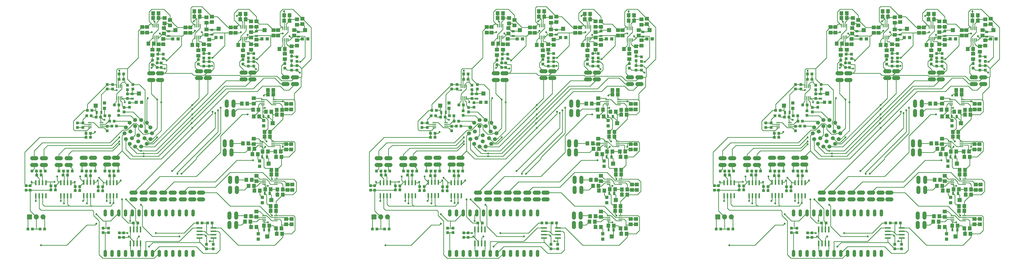
<source format=gbr>
G04 EAGLE Gerber RS-274X export*
G75*
%MOMM*%
%FSLAX34Y34*%
%LPD*%
%INTop Copper*%
%IPPOS*%
%AMOC8*
5,1,8,0,0,1.08239X$1,22.5*%
G01*
%ADD10R,1.000000X1.100000*%
%ADD11R,1.100000X1.000000*%
%ADD12R,1.400000X1.500000*%
%ADD13R,1.500000X1.400000*%
%ADD14C,1.524000*%
%ADD15R,1.200000X0.800000*%
%ADD16C,0.240000*%
%ADD17R,0.800000X1.200000*%
%ADD18R,1.879600X1.879600*%
%ADD19C,1.879600*%
%ADD20R,1.500000X1.600000*%
%ADD21R,1.200000X1.200000*%
%ADD22R,1.600000X1.500000*%
%ADD23C,1.308000*%
%ADD24R,1.397000X0.431800*%
%ADD25R,0.431800X1.397000*%
%ADD26R,0.600000X2.200000*%
%ADD27R,2.200000X0.600000*%
%ADD28R,0.533400X1.981200*%
%ADD29C,1.508000*%
%ADD30C,0.254000*%
%ADD31C,0.756400*%
%ADD32C,0.254000*%


D10*
X438150Y90560D03*
X438150Y107560D03*
X264160Y521580D03*
X264160Y504580D03*
D11*
X351400Y543560D03*
X334400Y543560D03*
D10*
X396240Y666360D03*
X396240Y649360D03*
X381000Y125340D03*
X381000Y108340D03*
X360680Y125340D03*
X360680Y108340D03*
D11*
X127880Y325120D03*
X110880Y325120D03*
D10*
X71120Y285360D03*
X71120Y268360D03*
X86360Y285360D03*
X86360Y268360D03*
X421640Y90560D03*
X421640Y107560D03*
D12*
X980350Y628650D03*
X1000850Y628650D03*
D13*
X1068070Y572680D03*
X1068070Y593180D03*
D12*
X972730Y563880D03*
X993230Y563880D03*
X980350Y645160D03*
X1000850Y645160D03*
D10*
X579120Y747640D03*
X579120Y730640D03*
X563880Y747640D03*
X563880Y730640D03*
D13*
X508000Y862240D03*
X508000Y882740D03*
D12*
X569050Y934720D03*
X548550Y934720D03*
D11*
X94860Y121920D03*
X77860Y121920D03*
D13*
X589280Y858430D03*
X589280Y878930D03*
X525780Y882740D03*
X525780Y862240D03*
D11*
X226940Y325120D03*
X209940Y325120D03*
X181220Y284480D03*
X164220Y284480D03*
X181220Y269240D03*
X164220Y269240D03*
D12*
X967650Y487680D03*
X988150Y487680D03*
D13*
X1068070Y421550D03*
X1068070Y442050D03*
D12*
X960030Y414020D03*
X980530Y414020D03*
D11*
X123580Y121920D03*
X140580Y121920D03*
D12*
X967650Y469900D03*
X988150Y469900D03*
D10*
X759460Y752720D03*
X759460Y735720D03*
X739140Y752720D03*
X739140Y735720D03*
D13*
X670560Y860970D03*
X670560Y881470D03*
D12*
X723990Y942340D03*
X703490Y942340D03*
D13*
X749300Y853350D03*
X749300Y873850D03*
X688340Y881470D03*
X688340Y860970D03*
D11*
X313300Y322580D03*
X296300Y322580D03*
X272660Y266700D03*
X255660Y266700D03*
X272660Y281940D03*
X255660Y281940D03*
X313300Y467360D03*
X296300Y467360D03*
D12*
X993050Y344170D03*
X1013550Y344170D03*
D13*
X1071880Y269150D03*
X1071880Y289650D03*
D12*
X970190Y271780D03*
X990690Y271780D03*
X993050Y327660D03*
X1013550Y327660D03*
D10*
X906780Y752720D03*
X906780Y735720D03*
X927100Y752720D03*
X927100Y735720D03*
D13*
X858520Y860970D03*
X858520Y881470D03*
D12*
X896710Y932180D03*
X876210Y932180D03*
D11*
X437760Y706120D03*
X420760Y706120D03*
D13*
X916940Y843190D03*
X916940Y863690D03*
X840740Y881470D03*
X840740Y860970D03*
D11*
X402200Y322580D03*
X385200Y322580D03*
X359020Y265430D03*
X342020Y265430D03*
X359020Y280670D03*
X342020Y280670D03*
D12*
X990510Y208280D03*
X1011010Y208280D03*
D13*
X1069340Y139610D03*
X1069340Y160110D03*
D12*
X965110Y134620D03*
X985610Y134620D03*
D10*
X452120Y613800D03*
X452120Y630800D03*
D12*
X990510Y190500D03*
X1011010Y190500D03*
D10*
X1089660Y737480D03*
X1089660Y720480D03*
X1069340Y737480D03*
X1069340Y720480D03*
D13*
X1018540Y850810D03*
X1018540Y871310D03*
D12*
X1061810Y927100D03*
X1041310Y927100D03*
D13*
X1079500Y850810D03*
X1079500Y871310D03*
X1002030Y871310D03*
X1002030Y850810D03*
D11*
X296300Y482600D03*
X313300Y482600D03*
D10*
X375920Y649360D03*
X375920Y666360D03*
D14*
X146050Y388620D02*
X130810Y388620D01*
X130810Y363220D02*
X146050Y363220D01*
X186690Y388620D02*
X201930Y388620D01*
X201930Y363220D02*
X186690Y363220D01*
X817880Y402590D02*
X817880Y417830D01*
X843280Y417830D02*
X843280Y402590D01*
X817880Y436880D02*
X817880Y452120D01*
X843280Y452120D02*
X843280Y436880D01*
X762000Y690880D02*
X746760Y690880D01*
X746760Y716280D02*
X762000Y716280D01*
X728980Y690880D02*
X713740Y690880D01*
X713740Y716280D02*
X728980Y716280D01*
X330200Y389890D02*
X314960Y389890D01*
X314960Y364490D02*
X330200Y364490D01*
X295910Y389890D02*
X280670Y389890D01*
X280670Y364490D02*
X295910Y364490D01*
X109220Y388620D02*
X93980Y388620D01*
X93980Y363220D02*
X109220Y363220D01*
X838200Y276860D02*
X838200Y261620D01*
X863600Y261620D02*
X863600Y276860D01*
X838200Y299720D02*
X838200Y314960D01*
X863600Y314960D02*
X863600Y299720D01*
X914400Y685800D02*
X929640Y685800D01*
X929640Y711200D02*
X914400Y711200D01*
X896620Y685800D02*
X881380Y685800D01*
X881380Y711200D02*
X896620Y711200D01*
X416560Y389890D02*
X401320Y389890D01*
X401320Y364490D02*
X416560Y364490D01*
X383540Y389890D02*
X368300Y389890D01*
X368300Y364490D02*
X383540Y364490D01*
X835660Y144780D02*
X835660Y129540D01*
X861060Y129540D02*
X861060Y144780D01*
X835660Y165100D02*
X835660Y180340D01*
X861060Y180340D02*
X861060Y165100D01*
X1074420Y668020D02*
X1089660Y668020D01*
X1089660Y693420D02*
X1074420Y693420D01*
X1054100Y668020D02*
X1038860Y668020D01*
X1038860Y693420D02*
X1054100Y693420D01*
X520700Y259080D02*
X505460Y259080D01*
X505460Y233680D02*
X520700Y233680D01*
X482600Y259080D02*
X467360Y259080D01*
X467360Y233680D02*
X482600Y233680D01*
X652780Y259080D02*
X668020Y259080D01*
X668020Y233680D02*
X652780Y233680D01*
X629920Y259080D02*
X614680Y259080D01*
X614680Y233680D02*
X629920Y233680D01*
X721360Y259080D02*
X736600Y259080D01*
X736600Y233680D02*
X721360Y233680D01*
X703580Y259080D02*
X688340Y259080D01*
X688340Y233680D02*
X703580Y233680D01*
X556260Y259080D02*
X541020Y259080D01*
X541020Y233680D02*
X556260Y233680D01*
X579120Y259080D02*
X594360Y259080D01*
X594360Y233680D02*
X579120Y233680D01*
X825500Y551180D02*
X825500Y566420D01*
X850900Y566420D02*
X850900Y551180D01*
X825500Y586740D02*
X825500Y601980D01*
X850900Y601980D02*
X850900Y586740D01*
X582930Y683260D02*
X567690Y683260D01*
X567690Y708660D02*
X582930Y708660D01*
X549910Y683260D02*
X534670Y683260D01*
X534670Y708660D02*
X549910Y708660D01*
X238760Y388620D02*
X223520Y388620D01*
X223520Y363220D02*
X238760Y363220D01*
D15*
X469900Y613300D03*
D16*
X474700Y628500D02*
X474700Y634100D01*
X474700Y628500D02*
X465100Y628500D01*
X465100Y634100D01*
X474700Y634100D01*
X474700Y630780D02*
X465100Y630780D01*
X465100Y633060D02*
X474700Y633060D01*
D17*
X354440Y561340D03*
D16*
X339240Y566140D02*
X333640Y566140D01*
X339240Y566140D02*
X339240Y556540D01*
X333640Y556540D01*
X333640Y566140D01*
X333640Y558820D02*
X339240Y558820D01*
X339240Y561100D02*
X333640Y561100D01*
X333640Y563380D02*
X339240Y563380D01*
X339240Y565660D02*
X333640Y565660D01*
D17*
X963820Y546100D03*
D16*
X979020Y541300D02*
X984620Y541300D01*
X979020Y541300D02*
X979020Y550900D01*
X984620Y550900D01*
X984620Y541300D01*
X984620Y543580D02*
X979020Y543580D01*
X979020Y545860D02*
X984620Y545860D01*
X984620Y548140D02*
X979020Y548140D01*
X979020Y550420D02*
X984620Y550420D01*
D15*
X607060Y849520D03*
D16*
X611860Y864720D02*
X611860Y870320D01*
X611860Y864720D02*
X602260Y864720D01*
X602260Y870320D01*
X611860Y870320D01*
X611860Y867000D02*
X602260Y867000D01*
X602260Y869280D02*
X611860Y869280D01*
D17*
X958740Y393700D03*
D16*
X973940Y388900D02*
X979540Y388900D01*
X973940Y388900D02*
X973940Y398500D01*
X979540Y398500D01*
X979540Y388900D01*
X979540Y391180D02*
X973940Y391180D01*
X973940Y393460D02*
X979540Y393460D01*
X979540Y395740D02*
X973940Y395740D01*
X973940Y398020D02*
X979540Y398020D01*
D15*
X769620Y854600D03*
D16*
X774420Y869800D02*
X774420Y875400D01*
X774420Y869800D02*
X764820Y869800D01*
X764820Y875400D01*
X774420Y875400D01*
X774420Y872080D02*
X764820Y872080D01*
X764820Y874360D02*
X774420Y874360D01*
D17*
X968900Y256540D03*
D16*
X984100Y251740D02*
X989700Y251740D01*
X984100Y251740D02*
X984100Y261340D01*
X989700Y261340D01*
X989700Y251740D01*
X989700Y254020D02*
X984100Y254020D01*
X984100Y256300D02*
X989700Y256300D01*
X989700Y258580D02*
X984100Y258580D01*
X984100Y260860D02*
X989700Y260860D01*
D15*
X937260Y849520D03*
D16*
X942060Y864720D02*
X942060Y870320D01*
X942060Y864720D02*
X932460Y864720D01*
X932460Y870320D01*
X942060Y870320D01*
X942060Y867000D02*
X932460Y867000D01*
X932460Y869280D02*
X942060Y869280D01*
D17*
X966360Y119380D03*
D16*
X981560Y114580D02*
X987160Y114580D01*
X981560Y114580D02*
X981560Y124180D01*
X987160Y124180D01*
X987160Y114580D01*
X987160Y116860D02*
X981560Y116860D01*
X981560Y119140D02*
X987160Y119140D01*
X987160Y121420D02*
X981560Y121420D01*
X981560Y123700D02*
X987160Y123700D01*
D15*
X1094740Y846980D03*
D16*
X1099540Y862180D02*
X1099540Y867780D01*
X1099540Y862180D02*
X1089940Y862180D01*
X1089940Y867780D01*
X1099540Y867780D01*
X1099540Y864460D02*
X1089940Y864460D01*
X1089940Y866740D02*
X1099540Y866740D01*
D11*
X770500Y144780D03*
X753500Y144780D03*
D10*
X452120Y646820D03*
X452120Y663820D03*
X472440Y649360D03*
X472440Y666360D03*
D11*
X411090Y509270D03*
X394090Y509270D03*
X402200Y528320D03*
X385200Y528320D03*
X384420Y548640D03*
X367420Y548640D03*
D10*
X375920Y491880D03*
X375920Y508880D03*
X284480Y521580D03*
X284480Y504580D03*
D11*
X315840Y548640D03*
X298840Y548640D03*
X318380Y568960D03*
X301380Y568960D03*
X732400Y144780D03*
X715400Y144780D03*
X143120Y340360D03*
X126120Y340360D03*
X93100Y340360D03*
X110100Y340360D03*
D12*
X882560Y594360D03*
X903060Y594360D03*
X924470Y571500D03*
X944970Y571500D03*
X927010Y546100D03*
X947510Y546100D03*
D13*
X927100Y614770D03*
X927100Y594270D03*
X1050290Y572680D03*
X1050290Y593180D03*
D12*
X1013370Y570230D03*
X1033870Y570230D03*
X1013370Y552450D03*
X1033870Y552450D03*
D13*
X546100Y777150D03*
X546100Y797650D03*
D10*
X749300Y64380D03*
X749300Y47380D03*
X546100Y757800D03*
X546100Y740800D03*
X566420Y763660D03*
X566420Y780660D03*
X586740Y763660D03*
X586740Y780660D03*
D13*
X568960Y797470D03*
X568960Y817970D03*
X586740Y817790D03*
X586740Y838290D03*
D12*
X530770Y820420D03*
X551270Y820420D03*
X569050Y916940D03*
X548550Y916940D03*
D13*
X591820Y896530D03*
X591820Y917030D03*
X612140Y888910D03*
X612140Y909410D03*
D10*
X774700Y47380D03*
X774700Y64380D03*
D11*
X244720Y340360D03*
X227720Y340360D03*
X194700Y340360D03*
X211700Y340360D03*
D12*
X886370Y444500D03*
X906870Y444500D03*
X909230Y424180D03*
X929730Y424180D03*
X921930Y403860D03*
X942430Y403860D03*
D13*
X927100Y462370D03*
X927100Y441870D03*
X1049020Y421550D03*
X1049020Y442050D03*
D12*
X1008290Y414020D03*
X1028790Y414020D03*
X1010830Y393700D03*
X1031330Y393700D03*
D10*
X718820Y760340D03*
X718820Y743340D03*
X419100Y550300D03*
X419100Y567300D03*
X739140Y766200D03*
X739140Y783200D03*
X759460Y766200D03*
X759460Y783200D03*
D13*
X718820Y774610D03*
X718820Y795110D03*
X739140Y797470D03*
X739140Y817970D03*
X759460Y815250D03*
X759460Y835750D03*
D12*
X695870Y815340D03*
X716370Y815340D03*
X723990Y922020D03*
X703490Y922020D03*
D13*
X749300Y899070D03*
X749300Y919570D03*
X769620Y901610D03*
X769620Y922110D03*
D10*
X439420Y563000D03*
X439420Y580000D03*
D11*
X331080Y340360D03*
X314080Y340360D03*
X281060Y340360D03*
X298060Y340360D03*
D12*
X899070Y307340D03*
X919570Y307340D03*
X907960Y284480D03*
X928460Y284480D03*
X929550Y266700D03*
X950050Y266700D03*
D13*
X937260Y322670D03*
X937260Y302170D03*
X1054100Y269150D03*
X1054100Y289650D03*
D12*
X1015910Y270510D03*
X1036410Y270510D03*
X1015910Y251460D03*
X1036410Y251460D03*
D10*
X886460Y760340D03*
X886460Y743340D03*
X459740Y580780D03*
X459740Y597780D03*
X906780Y766200D03*
X906780Y783200D03*
X927100Y766200D03*
X927100Y783200D03*
D13*
X886460Y774610D03*
X886460Y795110D03*
X916940Y797470D03*
X916940Y817970D03*
X937260Y815250D03*
X937260Y835750D03*
D12*
X868590Y815340D03*
X889090Y815340D03*
X896710Y911860D03*
X876210Y911860D03*
D13*
X916940Y883830D03*
X916940Y904330D03*
X937260Y883830D03*
X937260Y904330D03*
D11*
X402980Y589280D03*
X419980Y589280D03*
X417440Y340360D03*
X400440Y340360D03*
X367420Y340360D03*
X384420Y340360D03*
D12*
X896530Y170180D03*
X917030Y170180D03*
X893990Y149860D03*
X914490Y149860D03*
X916850Y129540D03*
X937350Y129540D03*
D13*
X937260Y188050D03*
X937260Y167550D03*
X1049020Y139610D03*
X1049020Y160110D03*
D12*
X1010830Y124460D03*
X1031330Y124460D03*
X1013370Y104140D03*
X1033870Y104140D03*
D10*
X1043940Y745100D03*
X1043940Y728100D03*
D11*
X437760Y685800D03*
X420760Y685800D03*
D10*
X1069340Y756040D03*
X1069340Y773040D03*
X1089660Y753500D03*
X1089660Y770500D03*
D13*
X1043940Y761910D03*
X1043940Y782410D03*
X1069340Y789850D03*
X1069340Y810350D03*
X1089660Y812710D03*
X1089660Y833210D03*
D12*
X1023530Y800100D03*
X1044030Y800100D03*
X1061810Y906780D03*
X1041310Y906780D03*
D13*
X1089660Y891450D03*
X1089660Y911950D03*
X1109980Y893990D03*
X1109980Y914490D03*
D18*
X83820Y167640D03*
D19*
X109220Y167640D03*
X134620Y167640D03*
D20*
X495300Y632220D03*
D21*
X485300Y598970D03*
X505300Y598970D03*
D20*
X1120140Y870980D03*
D21*
X1110140Y837730D03*
X1130140Y837730D03*
D22*
X332980Y586740D03*
D21*
X366230Y576740D03*
X366230Y596740D03*
D22*
X997980Y520700D03*
D21*
X964730Y530700D03*
X964730Y510700D03*
D20*
X632460Y870980D03*
D21*
X622460Y837730D03*
X642460Y837730D03*
D22*
X982740Y368300D03*
D21*
X949490Y378300D03*
X949490Y358300D03*
D20*
X795020Y876060D03*
D21*
X785020Y842810D03*
X805020Y842810D03*
D22*
X992900Y231140D03*
D21*
X959650Y241140D03*
X959650Y221140D03*
D20*
X967740Y870980D03*
D21*
X957740Y837730D03*
X977740Y837730D03*
D22*
X977660Y93980D03*
D21*
X944410Y103980D03*
X944410Y83980D03*
D23*
X393700Y176340D02*
X393700Y189420D01*
X698500Y189420D02*
X698500Y176340D01*
X673100Y176340D02*
X673100Y189420D01*
X647700Y189420D02*
X647700Y176340D01*
X622300Y176340D02*
X622300Y189420D01*
X596900Y189420D02*
X596900Y176340D01*
X571500Y176340D02*
X571500Y189420D01*
X546100Y189420D02*
X546100Y176340D01*
X520700Y176340D02*
X520700Y189420D01*
X495300Y189420D02*
X495300Y176340D01*
X469900Y176340D02*
X469900Y189420D01*
X698500Y37020D02*
X698500Y23940D01*
X673100Y23940D02*
X673100Y37020D01*
X520700Y37020D02*
X520700Y23940D01*
X495300Y23940D02*
X495300Y37020D01*
X469900Y37020D02*
X469900Y23940D01*
X444500Y23940D02*
X444500Y37020D01*
X368300Y37020D02*
X368300Y23940D01*
X368300Y176340D02*
X368300Y189420D01*
X419100Y189420D02*
X419100Y176340D01*
X444500Y176340D02*
X444500Y189420D01*
X393700Y37020D02*
X393700Y23940D01*
X419100Y23940D02*
X419100Y37020D01*
X647700Y37020D02*
X647700Y23940D01*
X546100Y23940D02*
X546100Y37020D01*
X571500Y37020D02*
X571500Y23940D01*
X596900Y23940D02*
X596900Y37020D01*
X622300Y37020D02*
X622300Y23940D01*
D24*
X955802Y451710D03*
X955802Y445210D03*
X955802Y438710D03*
X955802Y432210D03*
X999998Y432210D03*
X999998Y438710D03*
X999998Y445210D03*
X999998Y451710D03*
D25*
X706530Y844042D03*
X713030Y844042D03*
X719530Y844042D03*
X726030Y844042D03*
X726030Y888238D03*
X719530Y888238D03*
X713030Y888238D03*
X706530Y888238D03*
D24*
X965962Y309470D03*
X965962Y302970D03*
X965962Y296470D03*
X965962Y289970D03*
X1010158Y289970D03*
X1010158Y296470D03*
X1010158Y302970D03*
X1010158Y309470D03*
D25*
X879250Y838962D03*
X885750Y838962D03*
X892250Y838962D03*
X898750Y838962D03*
X898750Y883158D03*
X892250Y883158D03*
X885750Y883158D03*
X879250Y883158D03*
D24*
X965962Y172310D03*
X965962Y165810D03*
X965962Y159310D03*
X965962Y152810D03*
X1010158Y152810D03*
X1010158Y159310D03*
X1010158Y165810D03*
X1010158Y172310D03*
D25*
X1036730Y833882D03*
X1043230Y833882D03*
X1049730Y833882D03*
X1056230Y833882D03*
X1056230Y878078D03*
X1049730Y878078D03*
X1043230Y878078D03*
X1036730Y878078D03*
D26*
X476250Y67980D03*
X476250Y119980D03*
X463550Y67980D03*
X488950Y67980D03*
X501650Y67980D03*
X463550Y119980D03*
X488950Y119980D03*
X501650Y119980D03*
D27*
X723300Y113030D03*
X775300Y113030D03*
X723300Y125730D03*
X723300Y100330D03*
X723300Y87630D03*
X775300Y125730D03*
X775300Y100330D03*
X775300Y87630D03*
D25*
X411890Y615442D03*
X418390Y615442D03*
X424890Y615442D03*
X431390Y615442D03*
X431390Y659638D03*
X424890Y659638D03*
X418390Y659638D03*
X411890Y659638D03*
D24*
X354838Y503330D03*
X354838Y509830D03*
X354838Y516330D03*
X354838Y522830D03*
X310642Y522830D03*
X310642Y516330D03*
X310642Y509830D03*
X310642Y503330D03*
X960882Y609190D03*
X960882Y602690D03*
X960882Y596190D03*
X960882Y589690D03*
X1005078Y589690D03*
X1005078Y596190D03*
X1005078Y602690D03*
X1005078Y609190D03*
D25*
X549050Y844042D03*
X555550Y844042D03*
X562050Y844042D03*
X568550Y844042D03*
X568550Y888238D03*
X562050Y888238D03*
X555550Y888238D03*
X549050Y888238D03*
D28*
X146050Y296418D03*
X133350Y296418D03*
X120650Y296418D03*
X107950Y296418D03*
X107950Y247142D03*
X120650Y247142D03*
X133350Y247142D03*
X146050Y247142D03*
X240030Y296418D03*
X227330Y296418D03*
X214630Y296418D03*
X201930Y296418D03*
X201930Y247142D03*
X214630Y247142D03*
X227330Y247142D03*
X240030Y247142D03*
X326390Y297688D03*
X313690Y297688D03*
X300990Y297688D03*
X288290Y297688D03*
X288290Y248412D03*
X300990Y248412D03*
X313690Y248412D03*
X326390Y248412D03*
X412750Y296418D03*
X400050Y296418D03*
X387350Y296418D03*
X374650Y296418D03*
X374650Y247142D03*
X387350Y247142D03*
X400050Y247142D03*
X412750Y247142D03*
D11*
X474100Y144780D03*
X491100Y144780D03*
D29*
X504190Y532638D03*
X524764Y522732D03*
X538988Y504952D03*
X544322Y482600D03*
X538988Y460248D03*
X524764Y442468D03*
X504190Y432562D03*
X481330Y432562D03*
X460756Y442468D03*
X446532Y460248D03*
X441198Y482600D03*
X460756Y522732D03*
X481330Y532638D03*
X504190Y509778D03*
X522478Y489204D03*
X516382Y463550D03*
X469138Y463550D03*
X463042Y489204D03*
X481330Y509778D03*
X492760Y474980D03*
X492760Y452120D03*
X446532Y504952D03*
D10*
X1733550Y90560D03*
X1733550Y107560D03*
X1559560Y521580D03*
X1559560Y504580D03*
D11*
X1646800Y543560D03*
X1629800Y543560D03*
D10*
X1691640Y666360D03*
X1691640Y649360D03*
X1676400Y125340D03*
X1676400Y108340D03*
X1656080Y125340D03*
X1656080Y108340D03*
D11*
X1423280Y325120D03*
X1406280Y325120D03*
D10*
X1366520Y285360D03*
X1366520Y268360D03*
X1381760Y285360D03*
X1381760Y268360D03*
X1717040Y90560D03*
X1717040Y107560D03*
D12*
X2275750Y628650D03*
X2296250Y628650D03*
D13*
X2363470Y572680D03*
X2363470Y593180D03*
D12*
X2268130Y563880D03*
X2288630Y563880D03*
X2275750Y645160D03*
X2296250Y645160D03*
D10*
X1874520Y747640D03*
X1874520Y730640D03*
X1859280Y747640D03*
X1859280Y730640D03*
D13*
X1803400Y862240D03*
X1803400Y882740D03*
D12*
X1864450Y934720D03*
X1843950Y934720D03*
D11*
X1390260Y121920D03*
X1373260Y121920D03*
D13*
X1884680Y858430D03*
X1884680Y878930D03*
X1821180Y882740D03*
X1821180Y862240D03*
D11*
X1522340Y325120D03*
X1505340Y325120D03*
X1476620Y284480D03*
X1459620Y284480D03*
X1476620Y269240D03*
X1459620Y269240D03*
D12*
X2263050Y487680D03*
X2283550Y487680D03*
D13*
X2363470Y421550D03*
X2363470Y442050D03*
D12*
X2255430Y414020D03*
X2275930Y414020D03*
D11*
X1418980Y121920D03*
X1435980Y121920D03*
D12*
X2263050Y469900D03*
X2283550Y469900D03*
D10*
X2054860Y752720D03*
X2054860Y735720D03*
X2034540Y752720D03*
X2034540Y735720D03*
D13*
X1965960Y860970D03*
X1965960Y881470D03*
D12*
X2019390Y942340D03*
X1998890Y942340D03*
D13*
X2044700Y853350D03*
X2044700Y873850D03*
X1983740Y881470D03*
X1983740Y860970D03*
D11*
X1608700Y322580D03*
X1591700Y322580D03*
X1568060Y266700D03*
X1551060Y266700D03*
X1568060Y281940D03*
X1551060Y281940D03*
X1608700Y467360D03*
X1591700Y467360D03*
D12*
X2288450Y344170D03*
X2308950Y344170D03*
D13*
X2367280Y269150D03*
X2367280Y289650D03*
D12*
X2265590Y271780D03*
X2286090Y271780D03*
X2288450Y327660D03*
X2308950Y327660D03*
D10*
X2202180Y752720D03*
X2202180Y735720D03*
X2222500Y752720D03*
X2222500Y735720D03*
D13*
X2153920Y860970D03*
X2153920Y881470D03*
D12*
X2192110Y932180D03*
X2171610Y932180D03*
D11*
X1733160Y706120D03*
X1716160Y706120D03*
D13*
X2212340Y843190D03*
X2212340Y863690D03*
X2136140Y881470D03*
X2136140Y860970D03*
D11*
X1697600Y322580D03*
X1680600Y322580D03*
X1654420Y265430D03*
X1637420Y265430D03*
X1654420Y280670D03*
X1637420Y280670D03*
D12*
X2285910Y208280D03*
X2306410Y208280D03*
D13*
X2364740Y139610D03*
X2364740Y160110D03*
D12*
X2260510Y134620D03*
X2281010Y134620D03*
D10*
X1747520Y613800D03*
X1747520Y630800D03*
D12*
X2285910Y190500D03*
X2306410Y190500D03*
D10*
X2385060Y737480D03*
X2385060Y720480D03*
X2364740Y737480D03*
X2364740Y720480D03*
D13*
X2313940Y850810D03*
X2313940Y871310D03*
D12*
X2357210Y927100D03*
X2336710Y927100D03*
D13*
X2374900Y850810D03*
X2374900Y871310D03*
X2297430Y871310D03*
X2297430Y850810D03*
D11*
X1591700Y482600D03*
X1608700Y482600D03*
D10*
X1671320Y649360D03*
X1671320Y666360D03*
D14*
X1441450Y388620D02*
X1426210Y388620D01*
X1426210Y363220D02*
X1441450Y363220D01*
X1482090Y388620D02*
X1497330Y388620D01*
X1497330Y363220D02*
X1482090Y363220D01*
X2113280Y402590D02*
X2113280Y417830D01*
X2138680Y417830D02*
X2138680Y402590D01*
X2113280Y436880D02*
X2113280Y452120D01*
X2138680Y452120D02*
X2138680Y436880D01*
X2057400Y690880D02*
X2042160Y690880D01*
X2042160Y716280D02*
X2057400Y716280D01*
X2024380Y690880D02*
X2009140Y690880D01*
X2009140Y716280D02*
X2024380Y716280D01*
X1625600Y389890D02*
X1610360Y389890D01*
X1610360Y364490D02*
X1625600Y364490D01*
X1591310Y389890D02*
X1576070Y389890D01*
X1576070Y364490D02*
X1591310Y364490D01*
X1404620Y388620D02*
X1389380Y388620D01*
X1389380Y363220D02*
X1404620Y363220D01*
X2133600Y276860D02*
X2133600Y261620D01*
X2159000Y261620D02*
X2159000Y276860D01*
X2133600Y299720D02*
X2133600Y314960D01*
X2159000Y314960D02*
X2159000Y299720D01*
X2209800Y685800D02*
X2225040Y685800D01*
X2225040Y711200D02*
X2209800Y711200D01*
X2192020Y685800D02*
X2176780Y685800D01*
X2176780Y711200D02*
X2192020Y711200D01*
X1711960Y389890D02*
X1696720Y389890D01*
X1696720Y364490D02*
X1711960Y364490D01*
X1678940Y389890D02*
X1663700Y389890D01*
X1663700Y364490D02*
X1678940Y364490D01*
X2131060Y144780D02*
X2131060Y129540D01*
X2156460Y129540D02*
X2156460Y144780D01*
X2131060Y165100D02*
X2131060Y180340D01*
X2156460Y180340D02*
X2156460Y165100D01*
X2369820Y668020D02*
X2385060Y668020D01*
X2385060Y693420D02*
X2369820Y693420D01*
X2349500Y668020D02*
X2334260Y668020D01*
X2334260Y693420D02*
X2349500Y693420D01*
X1816100Y259080D02*
X1800860Y259080D01*
X1800860Y233680D02*
X1816100Y233680D01*
X1778000Y259080D02*
X1762760Y259080D01*
X1762760Y233680D02*
X1778000Y233680D01*
X1948180Y259080D02*
X1963420Y259080D01*
X1963420Y233680D02*
X1948180Y233680D01*
X1925320Y259080D02*
X1910080Y259080D01*
X1910080Y233680D02*
X1925320Y233680D01*
X2016760Y259080D02*
X2032000Y259080D01*
X2032000Y233680D02*
X2016760Y233680D01*
X1998980Y259080D02*
X1983740Y259080D01*
X1983740Y233680D02*
X1998980Y233680D01*
X1851660Y259080D02*
X1836420Y259080D01*
X1836420Y233680D02*
X1851660Y233680D01*
X1874520Y259080D02*
X1889760Y259080D01*
X1889760Y233680D02*
X1874520Y233680D01*
X2120900Y551180D02*
X2120900Y566420D01*
X2146300Y566420D02*
X2146300Y551180D01*
X2120900Y586740D02*
X2120900Y601980D01*
X2146300Y601980D02*
X2146300Y586740D01*
X1878330Y683260D02*
X1863090Y683260D01*
X1863090Y708660D02*
X1878330Y708660D01*
X1845310Y683260D02*
X1830070Y683260D01*
X1830070Y708660D02*
X1845310Y708660D01*
X1534160Y388620D02*
X1518920Y388620D01*
X1518920Y363220D02*
X1534160Y363220D01*
D15*
X1765300Y613300D03*
D16*
X1770100Y628500D02*
X1770100Y634100D01*
X1770100Y628500D02*
X1760500Y628500D01*
X1760500Y634100D01*
X1770100Y634100D01*
X1770100Y630780D02*
X1760500Y630780D01*
X1760500Y633060D02*
X1770100Y633060D01*
D17*
X1649840Y561340D03*
D16*
X1634640Y566140D02*
X1629040Y566140D01*
X1634640Y566140D02*
X1634640Y556540D01*
X1629040Y556540D01*
X1629040Y566140D01*
X1629040Y558820D02*
X1634640Y558820D01*
X1634640Y561100D02*
X1629040Y561100D01*
X1629040Y563380D02*
X1634640Y563380D01*
X1634640Y565660D02*
X1629040Y565660D01*
D17*
X2259220Y546100D03*
D16*
X2274420Y541300D02*
X2280020Y541300D01*
X2274420Y541300D02*
X2274420Y550900D01*
X2280020Y550900D01*
X2280020Y541300D01*
X2280020Y543580D02*
X2274420Y543580D01*
X2274420Y545860D02*
X2280020Y545860D01*
X2280020Y548140D02*
X2274420Y548140D01*
X2274420Y550420D02*
X2280020Y550420D01*
D15*
X1902460Y849520D03*
D16*
X1907260Y864720D02*
X1907260Y870320D01*
X1907260Y864720D02*
X1897660Y864720D01*
X1897660Y870320D01*
X1907260Y870320D01*
X1907260Y867000D02*
X1897660Y867000D01*
X1897660Y869280D02*
X1907260Y869280D01*
D17*
X2254140Y393700D03*
D16*
X2269340Y388900D02*
X2274940Y388900D01*
X2269340Y388900D02*
X2269340Y398500D01*
X2274940Y398500D01*
X2274940Y388900D01*
X2274940Y391180D02*
X2269340Y391180D01*
X2269340Y393460D02*
X2274940Y393460D01*
X2274940Y395740D02*
X2269340Y395740D01*
X2269340Y398020D02*
X2274940Y398020D01*
D15*
X2065020Y854600D03*
D16*
X2069820Y869800D02*
X2069820Y875400D01*
X2069820Y869800D02*
X2060220Y869800D01*
X2060220Y875400D01*
X2069820Y875400D01*
X2069820Y872080D02*
X2060220Y872080D01*
X2060220Y874360D02*
X2069820Y874360D01*
D17*
X2264300Y256540D03*
D16*
X2279500Y251740D02*
X2285100Y251740D01*
X2279500Y251740D02*
X2279500Y261340D01*
X2285100Y261340D01*
X2285100Y251740D01*
X2285100Y254020D02*
X2279500Y254020D01*
X2279500Y256300D02*
X2285100Y256300D01*
X2285100Y258580D02*
X2279500Y258580D01*
X2279500Y260860D02*
X2285100Y260860D01*
D15*
X2232660Y849520D03*
D16*
X2237460Y864720D02*
X2237460Y870320D01*
X2237460Y864720D02*
X2227860Y864720D01*
X2227860Y870320D01*
X2237460Y870320D01*
X2237460Y867000D02*
X2227860Y867000D01*
X2227860Y869280D02*
X2237460Y869280D01*
D17*
X2261760Y119380D03*
D16*
X2276960Y114580D02*
X2282560Y114580D01*
X2276960Y114580D02*
X2276960Y124180D01*
X2282560Y124180D01*
X2282560Y114580D01*
X2282560Y116860D02*
X2276960Y116860D01*
X2276960Y119140D02*
X2282560Y119140D01*
X2282560Y121420D02*
X2276960Y121420D01*
X2276960Y123700D02*
X2282560Y123700D01*
D15*
X2390140Y846980D03*
D16*
X2394940Y862180D02*
X2394940Y867780D01*
X2394940Y862180D02*
X2385340Y862180D01*
X2385340Y867780D01*
X2394940Y867780D01*
X2394940Y864460D02*
X2385340Y864460D01*
X2385340Y866740D02*
X2394940Y866740D01*
D11*
X2065900Y144780D03*
X2048900Y144780D03*
D10*
X1747520Y646820D03*
X1747520Y663820D03*
X1767840Y649360D03*
X1767840Y666360D03*
D11*
X1706490Y509270D03*
X1689490Y509270D03*
X1697600Y528320D03*
X1680600Y528320D03*
X1679820Y548640D03*
X1662820Y548640D03*
D10*
X1671320Y491880D03*
X1671320Y508880D03*
X1579880Y521580D03*
X1579880Y504580D03*
D11*
X1611240Y548640D03*
X1594240Y548640D03*
X1613780Y568960D03*
X1596780Y568960D03*
X2027800Y144780D03*
X2010800Y144780D03*
X1438520Y340360D03*
X1421520Y340360D03*
X1388500Y340360D03*
X1405500Y340360D03*
D12*
X2177960Y594360D03*
X2198460Y594360D03*
X2219870Y571500D03*
X2240370Y571500D03*
X2222410Y546100D03*
X2242910Y546100D03*
D13*
X2222500Y614770D03*
X2222500Y594270D03*
X2345690Y572680D03*
X2345690Y593180D03*
D12*
X2308770Y570230D03*
X2329270Y570230D03*
X2308770Y552450D03*
X2329270Y552450D03*
D13*
X1841500Y777150D03*
X1841500Y797650D03*
D10*
X2044700Y64380D03*
X2044700Y47380D03*
X1841500Y757800D03*
X1841500Y740800D03*
X1861820Y763660D03*
X1861820Y780660D03*
X1882140Y763660D03*
X1882140Y780660D03*
D13*
X1864360Y797470D03*
X1864360Y817970D03*
X1882140Y817790D03*
X1882140Y838290D03*
D12*
X1826170Y820420D03*
X1846670Y820420D03*
X1864450Y916940D03*
X1843950Y916940D03*
D13*
X1887220Y896530D03*
X1887220Y917030D03*
X1907540Y888910D03*
X1907540Y909410D03*
D10*
X2070100Y47380D03*
X2070100Y64380D03*
D11*
X1540120Y340360D03*
X1523120Y340360D03*
X1490100Y340360D03*
X1507100Y340360D03*
D12*
X2181770Y444500D03*
X2202270Y444500D03*
X2204630Y424180D03*
X2225130Y424180D03*
X2217330Y403860D03*
X2237830Y403860D03*
D13*
X2222500Y462370D03*
X2222500Y441870D03*
X2344420Y421550D03*
X2344420Y442050D03*
D12*
X2303690Y414020D03*
X2324190Y414020D03*
X2306230Y393700D03*
X2326730Y393700D03*
D10*
X2014220Y760340D03*
X2014220Y743340D03*
X1714500Y550300D03*
X1714500Y567300D03*
X2034540Y766200D03*
X2034540Y783200D03*
X2054860Y766200D03*
X2054860Y783200D03*
D13*
X2014220Y774610D03*
X2014220Y795110D03*
X2034540Y797470D03*
X2034540Y817970D03*
X2054860Y815250D03*
X2054860Y835750D03*
D12*
X1991270Y815340D03*
X2011770Y815340D03*
X2019390Y922020D03*
X1998890Y922020D03*
D13*
X2044700Y899070D03*
X2044700Y919570D03*
X2065020Y901610D03*
X2065020Y922110D03*
D10*
X1734820Y563000D03*
X1734820Y580000D03*
D11*
X1626480Y340360D03*
X1609480Y340360D03*
X1576460Y340360D03*
X1593460Y340360D03*
D12*
X2194470Y307340D03*
X2214970Y307340D03*
X2203360Y284480D03*
X2223860Y284480D03*
X2224950Y266700D03*
X2245450Y266700D03*
D13*
X2232660Y322670D03*
X2232660Y302170D03*
X2349500Y269150D03*
X2349500Y289650D03*
D12*
X2311310Y270510D03*
X2331810Y270510D03*
X2311310Y251460D03*
X2331810Y251460D03*
D10*
X2181860Y760340D03*
X2181860Y743340D03*
X1755140Y580780D03*
X1755140Y597780D03*
X2202180Y766200D03*
X2202180Y783200D03*
X2222500Y766200D03*
X2222500Y783200D03*
D13*
X2181860Y774610D03*
X2181860Y795110D03*
X2212340Y797470D03*
X2212340Y817970D03*
X2232660Y815250D03*
X2232660Y835750D03*
D12*
X2163990Y815340D03*
X2184490Y815340D03*
X2192110Y911860D03*
X2171610Y911860D03*
D13*
X2212340Y883830D03*
X2212340Y904330D03*
X2232660Y883830D03*
X2232660Y904330D03*
D11*
X1698380Y589280D03*
X1715380Y589280D03*
X1712840Y340360D03*
X1695840Y340360D03*
X1662820Y340360D03*
X1679820Y340360D03*
D12*
X2191930Y170180D03*
X2212430Y170180D03*
X2189390Y149860D03*
X2209890Y149860D03*
X2212250Y129540D03*
X2232750Y129540D03*
D13*
X2232660Y188050D03*
X2232660Y167550D03*
X2344420Y139610D03*
X2344420Y160110D03*
D12*
X2306230Y124460D03*
X2326730Y124460D03*
X2308770Y104140D03*
X2329270Y104140D03*
D10*
X2339340Y745100D03*
X2339340Y728100D03*
D11*
X1733160Y685800D03*
X1716160Y685800D03*
D10*
X2364740Y756040D03*
X2364740Y773040D03*
X2385060Y753500D03*
X2385060Y770500D03*
D13*
X2339340Y761910D03*
X2339340Y782410D03*
X2364740Y789850D03*
X2364740Y810350D03*
X2385060Y812710D03*
X2385060Y833210D03*
D12*
X2318930Y800100D03*
X2339430Y800100D03*
X2357210Y906780D03*
X2336710Y906780D03*
D13*
X2385060Y891450D03*
X2385060Y911950D03*
X2405380Y893990D03*
X2405380Y914490D03*
D18*
X1379220Y167640D03*
D19*
X1404620Y167640D03*
X1430020Y167640D03*
D20*
X1790700Y632220D03*
D21*
X1780700Y598970D03*
X1800700Y598970D03*
D20*
X2415540Y870980D03*
D21*
X2405540Y837730D03*
X2425540Y837730D03*
D22*
X1628380Y586740D03*
D21*
X1661630Y576740D03*
X1661630Y596740D03*
D22*
X2293380Y520700D03*
D21*
X2260130Y530700D03*
X2260130Y510700D03*
D20*
X1927860Y870980D03*
D21*
X1917860Y837730D03*
X1937860Y837730D03*
D22*
X2278140Y368300D03*
D21*
X2244890Y378300D03*
X2244890Y358300D03*
D20*
X2090420Y876060D03*
D21*
X2080420Y842810D03*
X2100420Y842810D03*
D22*
X2288300Y231140D03*
D21*
X2255050Y241140D03*
X2255050Y221140D03*
D20*
X2263140Y870980D03*
D21*
X2253140Y837730D03*
X2273140Y837730D03*
D22*
X2273060Y93980D03*
D21*
X2239810Y103980D03*
X2239810Y83980D03*
D23*
X1689100Y176340D02*
X1689100Y189420D01*
X1993900Y189420D02*
X1993900Y176340D01*
X1968500Y176340D02*
X1968500Y189420D01*
X1943100Y189420D02*
X1943100Y176340D01*
X1917700Y176340D02*
X1917700Y189420D01*
X1892300Y189420D02*
X1892300Y176340D01*
X1866900Y176340D02*
X1866900Y189420D01*
X1841500Y189420D02*
X1841500Y176340D01*
X1816100Y176340D02*
X1816100Y189420D01*
X1790700Y189420D02*
X1790700Y176340D01*
X1765300Y176340D02*
X1765300Y189420D01*
X1993900Y37020D02*
X1993900Y23940D01*
X1968500Y23940D02*
X1968500Y37020D01*
X1816100Y37020D02*
X1816100Y23940D01*
X1790700Y23940D02*
X1790700Y37020D01*
X1765300Y37020D02*
X1765300Y23940D01*
X1739900Y23940D02*
X1739900Y37020D01*
X1663700Y37020D02*
X1663700Y23940D01*
X1663700Y176340D02*
X1663700Y189420D01*
X1714500Y189420D02*
X1714500Y176340D01*
X1739900Y176340D02*
X1739900Y189420D01*
X1689100Y37020D02*
X1689100Y23940D01*
X1714500Y23940D02*
X1714500Y37020D01*
X1943100Y37020D02*
X1943100Y23940D01*
X1841500Y23940D02*
X1841500Y37020D01*
X1866900Y37020D02*
X1866900Y23940D01*
X1892300Y23940D02*
X1892300Y37020D01*
X1917700Y37020D02*
X1917700Y23940D01*
D24*
X2251202Y451710D03*
X2251202Y445210D03*
X2251202Y438710D03*
X2251202Y432210D03*
X2295398Y432210D03*
X2295398Y438710D03*
X2295398Y445210D03*
X2295398Y451710D03*
D25*
X2001930Y844042D03*
X2008430Y844042D03*
X2014930Y844042D03*
X2021430Y844042D03*
X2021430Y888238D03*
X2014930Y888238D03*
X2008430Y888238D03*
X2001930Y888238D03*
D24*
X2261362Y309470D03*
X2261362Y302970D03*
X2261362Y296470D03*
X2261362Y289970D03*
X2305558Y289970D03*
X2305558Y296470D03*
X2305558Y302970D03*
X2305558Y309470D03*
D25*
X2174650Y838962D03*
X2181150Y838962D03*
X2187650Y838962D03*
X2194150Y838962D03*
X2194150Y883158D03*
X2187650Y883158D03*
X2181150Y883158D03*
X2174650Y883158D03*
D24*
X2261362Y172310D03*
X2261362Y165810D03*
X2261362Y159310D03*
X2261362Y152810D03*
X2305558Y152810D03*
X2305558Y159310D03*
X2305558Y165810D03*
X2305558Y172310D03*
D25*
X2332130Y833882D03*
X2338630Y833882D03*
X2345130Y833882D03*
X2351630Y833882D03*
X2351630Y878078D03*
X2345130Y878078D03*
X2338630Y878078D03*
X2332130Y878078D03*
D26*
X1771650Y67980D03*
X1771650Y119980D03*
X1758950Y67980D03*
X1784350Y67980D03*
X1797050Y67980D03*
X1758950Y119980D03*
X1784350Y119980D03*
X1797050Y119980D03*
D27*
X2018700Y113030D03*
X2070700Y113030D03*
X2018700Y125730D03*
X2018700Y100330D03*
X2018700Y87630D03*
X2070700Y125730D03*
X2070700Y100330D03*
X2070700Y87630D03*
D25*
X1707290Y615442D03*
X1713790Y615442D03*
X1720290Y615442D03*
X1726790Y615442D03*
X1726790Y659638D03*
X1720290Y659638D03*
X1713790Y659638D03*
X1707290Y659638D03*
D24*
X1650238Y503330D03*
X1650238Y509830D03*
X1650238Y516330D03*
X1650238Y522830D03*
X1606042Y522830D03*
X1606042Y516330D03*
X1606042Y509830D03*
X1606042Y503330D03*
X2256282Y609190D03*
X2256282Y602690D03*
X2256282Y596190D03*
X2256282Y589690D03*
X2300478Y589690D03*
X2300478Y596190D03*
X2300478Y602690D03*
X2300478Y609190D03*
D25*
X1844450Y844042D03*
X1850950Y844042D03*
X1857450Y844042D03*
X1863950Y844042D03*
X1863950Y888238D03*
X1857450Y888238D03*
X1850950Y888238D03*
X1844450Y888238D03*
D28*
X1441450Y296418D03*
X1428750Y296418D03*
X1416050Y296418D03*
X1403350Y296418D03*
X1403350Y247142D03*
X1416050Y247142D03*
X1428750Y247142D03*
X1441450Y247142D03*
X1535430Y296418D03*
X1522730Y296418D03*
X1510030Y296418D03*
X1497330Y296418D03*
X1497330Y247142D03*
X1510030Y247142D03*
X1522730Y247142D03*
X1535430Y247142D03*
X1621790Y297688D03*
X1609090Y297688D03*
X1596390Y297688D03*
X1583690Y297688D03*
X1583690Y248412D03*
X1596390Y248412D03*
X1609090Y248412D03*
X1621790Y248412D03*
X1708150Y296418D03*
X1695450Y296418D03*
X1682750Y296418D03*
X1670050Y296418D03*
X1670050Y247142D03*
X1682750Y247142D03*
X1695450Y247142D03*
X1708150Y247142D03*
D11*
X1769500Y144780D03*
X1786500Y144780D03*
D29*
X1799590Y532638D03*
X1820164Y522732D03*
X1834388Y504952D03*
X1839722Y482600D03*
X1834388Y460248D03*
X1820164Y442468D03*
X1799590Y432562D03*
X1776730Y432562D03*
X1756156Y442468D03*
X1741932Y460248D03*
X1736598Y482600D03*
X1756156Y522732D03*
X1776730Y532638D03*
X1799590Y509778D03*
X1817878Y489204D03*
X1811782Y463550D03*
X1764538Y463550D03*
X1758442Y489204D03*
X1776730Y509778D03*
X1788160Y474980D03*
X1788160Y452120D03*
X1741932Y504952D03*
D10*
X3026410Y90560D03*
X3026410Y107560D03*
X2852420Y521580D03*
X2852420Y504580D03*
D11*
X2939660Y543560D03*
X2922660Y543560D03*
D10*
X2984500Y666360D03*
X2984500Y649360D03*
X2969260Y125340D03*
X2969260Y108340D03*
X2948940Y125340D03*
X2948940Y108340D03*
D11*
X2716140Y325120D03*
X2699140Y325120D03*
D10*
X2659380Y285360D03*
X2659380Y268360D03*
X2674620Y285360D03*
X2674620Y268360D03*
X3009900Y90560D03*
X3009900Y107560D03*
D12*
X3568610Y628650D03*
X3589110Y628650D03*
D13*
X3656330Y572680D03*
X3656330Y593180D03*
D12*
X3560990Y563880D03*
X3581490Y563880D03*
X3568610Y645160D03*
X3589110Y645160D03*
D10*
X3167380Y747640D03*
X3167380Y730640D03*
X3152140Y747640D03*
X3152140Y730640D03*
D13*
X3096260Y862240D03*
X3096260Y882740D03*
D12*
X3157310Y934720D03*
X3136810Y934720D03*
D11*
X2683120Y121920D03*
X2666120Y121920D03*
D13*
X3177540Y858430D03*
X3177540Y878930D03*
X3114040Y882740D03*
X3114040Y862240D03*
D11*
X2815200Y325120D03*
X2798200Y325120D03*
X2769480Y284480D03*
X2752480Y284480D03*
X2769480Y269240D03*
X2752480Y269240D03*
D12*
X3555910Y487680D03*
X3576410Y487680D03*
D13*
X3656330Y421550D03*
X3656330Y442050D03*
D12*
X3548290Y414020D03*
X3568790Y414020D03*
D11*
X2711840Y121920D03*
X2728840Y121920D03*
D12*
X3555910Y469900D03*
X3576410Y469900D03*
D10*
X3347720Y752720D03*
X3347720Y735720D03*
X3327400Y752720D03*
X3327400Y735720D03*
D13*
X3258820Y860970D03*
X3258820Y881470D03*
D12*
X3312250Y942340D03*
X3291750Y942340D03*
D13*
X3337560Y853350D03*
X3337560Y873850D03*
X3276600Y881470D03*
X3276600Y860970D03*
D11*
X2901560Y322580D03*
X2884560Y322580D03*
X2860920Y266700D03*
X2843920Y266700D03*
X2860920Y281940D03*
X2843920Y281940D03*
X2901560Y467360D03*
X2884560Y467360D03*
D12*
X3581310Y344170D03*
X3601810Y344170D03*
D13*
X3660140Y269150D03*
X3660140Y289650D03*
D12*
X3558450Y271780D03*
X3578950Y271780D03*
X3581310Y327660D03*
X3601810Y327660D03*
D10*
X3495040Y752720D03*
X3495040Y735720D03*
X3515360Y752720D03*
X3515360Y735720D03*
D13*
X3446780Y860970D03*
X3446780Y881470D03*
D12*
X3484970Y932180D03*
X3464470Y932180D03*
D11*
X3026020Y706120D03*
X3009020Y706120D03*
D13*
X3505200Y843190D03*
X3505200Y863690D03*
X3429000Y881470D03*
X3429000Y860970D03*
D11*
X2990460Y322580D03*
X2973460Y322580D03*
X2947280Y265430D03*
X2930280Y265430D03*
X2947280Y280670D03*
X2930280Y280670D03*
D12*
X3578770Y208280D03*
X3599270Y208280D03*
D13*
X3657600Y139610D03*
X3657600Y160110D03*
D12*
X3553370Y134620D03*
X3573870Y134620D03*
D10*
X3040380Y613800D03*
X3040380Y630800D03*
D12*
X3578770Y190500D03*
X3599270Y190500D03*
D10*
X3677920Y737480D03*
X3677920Y720480D03*
X3657600Y737480D03*
X3657600Y720480D03*
D13*
X3606800Y850810D03*
X3606800Y871310D03*
D12*
X3650070Y927100D03*
X3629570Y927100D03*
D13*
X3667760Y850810D03*
X3667760Y871310D03*
X3590290Y871310D03*
X3590290Y850810D03*
D11*
X2884560Y482600D03*
X2901560Y482600D03*
D10*
X2964180Y649360D03*
X2964180Y666360D03*
D14*
X2734310Y388620D02*
X2719070Y388620D01*
X2719070Y363220D02*
X2734310Y363220D01*
X2774950Y388620D02*
X2790190Y388620D01*
X2790190Y363220D02*
X2774950Y363220D01*
X3406140Y402590D02*
X3406140Y417830D01*
X3431540Y417830D02*
X3431540Y402590D01*
X3406140Y436880D02*
X3406140Y452120D01*
X3431540Y452120D02*
X3431540Y436880D01*
X3350260Y690880D02*
X3335020Y690880D01*
X3335020Y716280D02*
X3350260Y716280D01*
X3317240Y690880D02*
X3302000Y690880D01*
X3302000Y716280D02*
X3317240Y716280D01*
X2918460Y389890D02*
X2903220Y389890D01*
X2903220Y364490D02*
X2918460Y364490D01*
X2884170Y389890D02*
X2868930Y389890D01*
X2868930Y364490D02*
X2884170Y364490D01*
X2697480Y388620D02*
X2682240Y388620D01*
X2682240Y363220D02*
X2697480Y363220D01*
X3426460Y276860D02*
X3426460Y261620D01*
X3451860Y261620D02*
X3451860Y276860D01*
X3426460Y299720D02*
X3426460Y314960D01*
X3451860Y314960D02*
X3451860Y299720D01*
X3502660Y685800D02*
X3517900Y685800D01*
X3517900Y711200D02*
X3502660Y711200D01*
X3484880Y685800D02*
X3469640Y685800D01*
X3469640Y711200D02*
X3484880Y711200D01*
X3004820Y389890D02*
X2989580Y389890D01*
X2989580Y364490D02*
X3004820Y364490D01*
X2971800Y389890D02*
X2956560Y389890D01*
X2956560Y364490D02*
X2971800Y364490D01*
X3423920Y144780D02*
X3423920Y129540D01*
X3449320Y129540D02*
X3449320Y144780D01*
X3423920Y165100D02*
X3423920Y180340D01*
X3449320Y180340D02*
X3449320Y165100D01*
X3662680Y668020D02*
X3677920Y668020D01*
X3677920Y693420D02*
X3662680Y693420D01*
X3642360Y668020D02*
X3627120Y668020D01*
X3627120Y693420D02*
X3642360Y693420D01*
X3108960Y259080D02*
X3093720Y259080D01*
X3093720Y233680D02*
X3108960Y233680D01*
X3070860Y259080D02*
X3055620Y259080D01*
X3055620Y233680D02*
X3070860Y233680D01*
X3241040Y259080D02*
X3256280Y259080D01*
X3256280Y233680D02*
X3241040Y233680D01*
X3218180Y259080D02*
X3202940Y259080D01*
X3202940Y233680D02*
X3218180Y233680D01*
X3309620Y259080D02*
X3324860Y259080D01*
X3324860Y233680D02*
X3309620Y233680D01*
X3291840Y259080D02*
X3276600Y259080D01*
X3276600Y233680D02*
X3291840Y233680D01*
X3144520Y259080D02*
X3129280Y259080D01*
X3129280Y233680D02*
X3144520Y233680D01*
X3167380Y259080D02*
X3182620Y259080D01*
X3182620Y233680D02*
X3167380Y233680D01*
X3413760Y551180D02*
X3413760Y566420D01*
X3439160Y566420D02*
X3439160Y551180D01*
X3413760Y586740D02*
X3413760Y601980D01*
X3439160Y601980D02*
X3439160Y586740D01*
X3171190Y683260D02*
X3155950Y683260D01*
X3155950Y708660D02*
X3171190Y708660D01*
X3138170Y683260D02*
X3122930Y683260D01*
X3122930Y708660D02*
X3138170Y708660D01*
X2827020Y388620D02*
X2811780Y388620D01*
X2811780Y363220D02*
X2827020Y363220D01*
D15*
X3058160Y613300D03*
D16*
X3062960Y628500D02*
X3062960Y634100D01*
X3062960Y628500D02*
X3053360Y628500D01*
X3053360Y634100D01*
X3062960Y634100D01*
X3062960Y630780D02*
X3053360Y630780D01*
X3053360Y633060D02*
X3062960Y633060D01*
D17*
X2942700Y561340D03*
D16*
X2927500Y566140D02*
X2921900Y566140D01*
X2927500Y566140D02*
X2927500Y556540D01*
X2921900Y556540D01*
X2921900Y566140D01*
X2921900Y558820D02*
X2927500Y558820D01*
X2927500Y561100D02*
X2921900Y561100D01*
X2921900Y563380D02*
X2927500Y563380D01*
X2927500Y565660D02*
X2921900Y565660D01*
D17*
X3552080Y546100D03*
D16*
X3567280Y541300D02*
X3572880Y541300D01*
X3567280Y541300D02*
X3567280Y550900D01*
X3572880Y550900D01*
X3572880Y541300D01*
X3572880Y543580D02*
X3567280Y543580D01*
X3567280Y545860D02*
X3572880Y545860D01*
X3572880Y548140D02*
X3567280Y548140D01*
X3567280Y550420D02*
X3572880Y550420D01*
D15*
X3195320Y849520D03*
D16*
X3200120Y864720D02*
X3200120Y870320D01*
X3200120Y864720D02*
X3190520Y864720D01*
X3190520Y870320D01*
X3200120Y870320D01*
X3200120Y867000D02*
X3190520Y867000D01*
X3190520Y869280D02*
X3200120Y869280D01*
D17*
X3547000Y393700D03*
D16*
X3562200Y388900D02*
X3567800Y388900D01*
X3562200Y388900D02*
X3562200Y398500D01*
X3567800Y398500D01*
X3567800Y388900D01*
X3567800Y391180D02*
X3562200Y391180D01*
X3562200Y393460D02*
X3567800Y393460D01*
X3567800Y395740D02*
X3562200Y395740D01*
X3562200Y398020D02*
X3567800Y398020D01*
D15*
X3357880Y854600D03*
D16*
X3362680Y869800D02*
X3362680Y875400D01*
X3362680Y869800D02*
X3353080Y869800D01*
X3353080Y875400D01*
X3362680Y875400D01*
X3362680Y872080D02*
X3353080Y872080D01*
X3353080Y874360D02*
X3362680Y874360D01*
D17*
X3557160Y256540D03*
D16*
X3572360Y251740D02*
X3577960Y251740D01*
X3572360Y251740D02*
X3572360Y261340D01*
X3577960Y261340D01*
X3577960Y251740D01*
X3577960Y254020D02*
X3572360Y254020D01*
X3572360Y256300D02*
X3577960Y256300D01*
X3577960Y258580D02*
X3572360Y258580D01*
X3572360Y260860D02*
X3577960Y260860D01*
D15*
X3525520Y849520D03*
D16*
X3530320Y864720D02*
X3530320Y870320D01*
X3530320Y864720D02*
X3520720Y864720D01*
X3520720Y870320D01*
X3530320Y870320D01*
X3530320Y867000D02*
X3520720Y867000D01*
X3520720Y869280D02*
X3530320Y869280D01*
D17*
X3554620Y119380D03*
D16*
X3569820Y114580D02*
X3575420Y114580D01*
X3569820Y114580D02*
X3569820Y124180D01*
X3575420Y124180D01*
X3575420Y114580D01*
X3575420Y116860D02*
X3569820Y116860D01*
X3569820Y119140D02*
X3575420Y119140D01*
X3575420Y121420D02*
X3569820Y121420D01*
X3569820Y123700D02*
X3575420Y123700D01*
D15*
X3683000Y846980D03*
D16*
X3687800Y862180D02*
X3687800Y867780D01*
X3687800Y862180D02*
X3678200Y862180D01*
X3678200Y867780D01*
X3687800Y867780D01*
X3687800Y864460D02*
X3678200Y864460D01*
X3678200Y866740D02*
X3687800Y866740D01*
D11*
X3358760Y144780D03*
X3341760Y144780D03*
D10*
X3040380Y646820D03*
X3040380Y663820D03*
X3060700Y649360D03*
X3060700Y666360D03*
D11*
X2999350Y509270D03*
X2982350Y509270D03*
X2990460Y528320D03*
X2973460Y528320D03*
X2972680Y548640D03*
X2955680Y548640D03*
D10*
X2964180Y491880D03*
X2964180Y508880D03*
X2872740Y521580D03*
X2872740Y504580D03*
D11*
X2904100Y548640D03*
X2887100Y548640D03*
X2906640Y568960D03*
X2889640Y568960D03*
X3320660Y144780D03*
X3303660Y144780D03*
X2731380Y340360D03*
X2714380Y340360D03*
X2681360Y340360D03*
X2698360Y340360D03*
D12*
X3470820Y594360D03*
X3491320Y594360D03*
X3512730Y571500D03*
X3533230Y571500D03*
X3515270Y546100D03*
X3535770Y546100D03*
D13*
X3515360Y614770D03*
X3515360Y594270D03*
X3638550Y572680D03*
X3638550Y593180D03*
D12*
X3601630Y570230D03*
X3622130Y570230D03*
X3601630Y552450D03*
X3622130Y552450D03*
D13*
X3134360Y777150D03*
X3134360Y797650D03*
D10*
X3337560Y64380D03*
X3337560Y47380D03*
X3134360Y757800D03*
X3134360Y740800D03*
X3154680Y763660D03*
X3154680Y780660D03*
X3175000Y763660D03*
X3175000Y780660D03*
D13*
X3157220Y797470D03*
X3157220Y817970D03*
X3175000Y817790D03*
X3175000Y838290D03*
D12*
X3119030Y820420D03*
X3139530Y820420D03*
X3157310Y916940D03*
X3136810Y916940D03*
D13*
X3180080Y896530D03*
X3180080Y917030D03*
X3200400Y888910D03*
X3200400Y909410D03*
D10*
X3362960Y47380D03*
X3362960Y64380D03*
D11*
X2832980Y340360D03*
X2815980Y340360D03*
X2782960Y340360D03*
X2799960Y340360D03*
D12*
X3474630Y444500D03*
X3495130Y444500D03*
X3497490Y424180D03*
X3517990Y424180D03*
X3510190Y403860D03*
X3530690Y403860D03*
D13*
X3515360Y462370D03*
X3515360Y441870D03*
X3637280Y421550D03*
X3637280Y442050D03*
D12*
X3596550Y414020D03*
X3617050Y414020D03*
X3599090Y393700D03*
X3619590Y393700D03*
D10*
X3307080Y760340D03*
X3307080Y743340D03*
X3007360Y550300D03*
X3007360Y567300D03*
X3327400Y766200D03*
X3327400Y783200D03*
X3347720Y766200D03*
X3347720Y783200D03*
D13*
X3307080Y774610D03*
X3307080Y795110D03*
X3327400Y797470D03*
X3327400Y817970D03*
X3347720Y815250D03*
X3347720Y835750D03*
D12*
X3284130Y815340D03*
X3304630Y815340D03*
X3312250Y922020D03*
X3291750Y922020D03*
D13*
X3337560Y899070D03*
X3337560Y919570D03*
X3357880Y901610D03*
X3357880Y922110D03*
D10*
X3027680Y563000D03*
X3027680Y580000D03*
D11*
X2919340Y340360D03*
X2902340Y340360D03*
X2869320Y340360D03*
X2886320Y340360D03*
D12*
X3487330Y307340D03*
X3507830Y307340D03*
X3496220Y284480D03*
X3516720Y284480D03*
X3517810Y266700D03*
X3538310Y266700D03*
D13*
X3525520Y322670D03*
X3525520Y302170D03*
X3642360Y269150D03*
X3642360Y289650D03*
D12*
X3604170Y270510D03*
X3624670Y270510D03*
X3604170Y251460D03*
X3624670Y251460D03*
D10*
X3474720Y760340D03*
X3474720Y743340D03*
X3048000Y580780D03*
X3048000Y597780D03*
X3495040Y766200D03*
X3495040Y783200D03*
X3515360Y766200D03*
X3515360Y783200D03*
D13*
X3474720Y774610D03*
X3474720Y795110D03*
X3505200Y797470D03*
X3505200Y817970D03*
X3525520Y815250D03*
X3525520Y835750D03*
D12*
X3456850Y815340D03*
X3477350Y815340D03*
X3484970Y911860D03*
X3464470Y911860D03*
D13*
X3505200Y883830D03*
X3505200Y904330D03*
X3525520Y883830D03*
X3525520Y904330D03*
D11*
X2991240Y589280D03*
X3008240Y589280D03*
X3005700Y340360D03*
X2988700Y340360D03*
X2955680Y340360D03*
X2972680Y340360D03*
D12*
X3484790Y170180D03*
X3505290Y170180D03*
X3482250Y149860D03*
X3502750Y149860D03*
X3505110Y129540D03*
X3525610Y129540D03*
D13*
X3525520Y188050D03*
X3525520Y167550D03*
X3637280Y139610D03*
X3637280Y160110D03*
D12*
X3599090Y124460D03*
X3619590Y124460D03*
X3601630Y104140D03*
X3622130Y104140D03*
D10*
X3632200Y745100D03*
X3632200Y728100D03*
D11*
X3026020Y685800D03*
X3009020Y685800D03*
D10*
X3657600Y756040D03*
X3657600Y773040D03*
X3677920Y753500D03*
X3677920Y770500D03*
D13*
X3632200Y761910D03*
X3632200Y782410D03*
X3657600Y789850D03*
X3657600Y810350D03*
X3677920Y812710D03*
X3677920Y833210D03*
D12*
X3611790Y800100D03*
X3632290Y800100D03*
X3650070Y906780D03*
X3629570Y906780D03*
D13*
X3677920Y891450D03*
X3677920Y911950D03*
X3698240Y893990D03*
X3698240Y914490D03*
D18*
X2672080Y167640D03*
D19*
X2697480Y167640D03*
X2722880Y167640D03*
D20*
X3083560Y632220D03*
D21*
X3073560Y598970D03*
X3093560Y598970D03*
D20*
X3708400Y870980D03*
D21*
X3698400Y837730D03*
X3718400Y837730D03*
D22*
X2921240Y586740D03*
D21*
X2954490Y576740D03*
X2954490Y596740D03*
D22*
X3586240Y520700D03*
D21*
X3552990Y530700D03*
X3552990Y510700D03*
D20*
X3220720Y870980D03*
D21*
X3210720Y837730D03*
X3230720Y837730D03*
D22*
X3571000Y368300D03*
D21*
X3537750Y378300D03*
X3537750Y358300D03*
D20*
X3383280Y876060D03*
D21*
X3373280Y842810D03*
X3393280Y842810D03*
D22*
X3581160Y231140D03*
D21*
X3547910Y241140D03*
X3547910Y221140D03*
D20*
X3556000Y870980D03*
D21*
X3546000Y837730D03*
X3566000Y837730D03*
D22*
X3565920Y93980D03*
D21*
X3532670Y103980D03*
X3532670Y83980D03*
D23*
X2981960Y176340D02*
X2981960Y189420D01*
X3286760Y189420D02*
X3286760Y176340D01*
X3261360Y176340D02*
X3261360Y189420D01*
X3235960Y189420D02*
X3235960Y176340D01*
X3210560Y176340D02*
X3210560Y189420D01*
X3185160Y189420D02*
X3185160Y176340D01*
X3159760Y176340D02*
X3159760Y189420D01*
X3134360Y189420D02*
X3134360Y176340D01*
X3108960Y176340D02*
X3108960Y189420D01*
X3083560Y189420D02*
X3083560Y176340D01*
X3058160Y176340D02*
X3058160Y189420D01*
X3286760Y37020D02*
X3286760Y23940D01*
X3261360Y23940D02*
X3261360Y37020D01*
X3108960Y37020D02*
X3108960Y23940D01*
X3083560Y23940D02*
X3083560Y37020D01*
X3058160Y37020D02*
X3058160Y23940D01*
X3032760Y23940D02*
X3032760Y37020D01*
X2956560Y37020D02*
X2956560Y23940D01*
X2956560Y176340D02*
X2956560Y189420D01*
X3007360Y189420D02*
X3007360Y176340D01*
X3032760Y176340D02*
X3032760Y189420D01*
X2981960Y37020D02*
X2981960Y23940D01*
X3007360Y23940D02*
X3007360Y37020D01*
X3235960Y37020D02*
X3235960Y23940D01*
X3134360Y23940D02*
X3134360Y37020D01*
X3159760Y37020D02*
X3159760Y23940D01*
X3185160Y23940D02*
X3185160Y37020D01*
X3210560Y37020D02*
X3210560Y23940D01*
D24*
X3544062Y451710D03*
X3544062Y445210D03*
X3544062Y438710D03*
X3544062Y432210D03*
X3588258Y432210D03*
X3588258Y438710D03*
X3588258Y445210D03*
X3588258Y451710D03*
D25*
X3294790Y844042D03*
X3301290Y844042D03*
X3307790Y844042D03*
X3314290Y844042D03*
X3314290Y888238D03*
X3307790Y888238D03*
X3301290Y888238D03*
X3294790Y888238D03*
D24*
X3554222Y309470D03*
X3554222Y302970D03*
X3554222Y296470D03*
X3554222Y289970D03*
X3598418Y289970D03*
X3598418Y296470D03*
X3598418Y302970D03*
X3598418Y309470D03*
D25*
X3467510Y838962D03*
X3474010Y838962D03*
X3480510Y838962D03*
X3487010Y838962D03*
X3487010Y883158D03*
X3480510Y883158D03*
X3474010Y883158D03*
X3467510Y883158D03*
D24*
X3554222Y172310D03*
X3554222Y165810D03*
X3554222Y159310D03*
X3554222Y152810D03*
X3598418Y152810D03*
X3598418Y159310D03*
X3598418Y165810D03*
X3598418Y172310D03*
D25*
X3624990Y833882D03*
X3631490Y833882D03*
X3637990Y833882D03*
X3644490Y833882D03*
X3644490Y878078D03*
X3637990Y878078D03*
X3631490Y878078D03*
X3624990Y878078D03*
D26*
X3064510Y67980D03*
X3064510Y119980D03*
X3051810Y67980D03*
X3077210Y67980D03*
X3089910Y67980D03*
X3051810Y119980D03*
X3077210Y119980D03*
X3089910Y119980D03*
D27*
X3311560Y113030D03*
X3363560Y113030D03*
X3311560Y125730D03*
X3311560Y100330D03*
X3311560Y87630D03*
X3363560Y125730D03*
X3363560Y100330D03*
X3363560Y87630D03*
D25*
X3000150Y615442D03*
X3006650Y615442D03*
X3013150Y615442D03*
X3019650Y615442D03*
X3019650Y659638D03*
X3013150Y659638D03*
X3006650Y659638D03*
X3000150Y659638D03*
D24*
X2943098Y503330D03*
X2943098Y509830D03*
X2943098Y516330D03*
X2943098Y522830D03*
X2898902Y522830D03*
X2898902Y516330D03*
X2898902Y509830D03*
X2898902Y503330D03*
X3549142Y609190D03*
X3549142Y602690D03*
X3549142Y596190D03*
X3549142Y589690D03*
X3593338Y589690D03*
X3593338Y596190D03*
X3593338Y602690D03*
X3593338Y609190D03*
D25*
X3137310Y844042D03*
X3143810Y844042D03*
X3150310Y844042D03*
X3156810Y844042D03*
X3156810Y888238D03*
X3150310Y888238D03*
X3143810Y888238D03*
X3137310Y888238D03*
D28*
X2734310Y296418D03*
X2721610Y296418D03*
X2708910Y296418D03*
X2696210Y296418D03*
X2696210Y247142D03*
X2708910Y247142D03*
X2721610Y247142D03*
X2734310Y247142D03*
X2828290Y296418D03*
X2815590Y296418D03*
X2802890Y296418D03*
X2790190Y296418D03*
X2790190Y247142D03*
X2802890Y247142D03*
X2815590Y247142D03*
X2828290Y247142D03*
X2914650Y297688D03*
X2901950Y297688D03*
X2889250Y297688D03*
X2876550Y297688D03*
X2876550Y248412D03*
X2889250Y248412D03*
X2901950Y248412D03*
X2914650Y248412D03*
X3001010Y296418D03*
X2988310Y296418D03*
X2975610Y296418D03*
X2962910Y296418D03*
X2962910Y247142D03*
X2975610Y247142D03*
X2988310Y247142D03*
X3001010Y247142D03*
D11*
X3062360Y144780D03*
X3079360Y144780D03*
D29*
X3092450Y532638D03*
X3113024Y522732D03*
X3127248Y504952D03*
X3132582Y482600D03*
X3127248Y460248D03*
X3113024Y442468D03*
X3092450Y432562D03*
X3069590Y432562D03*
X3049016Y442468D03*
X3034792Y460248D03*
X3029458Y482600D03*
X3049016Y522732D03*
X3069590Y532638D03*
X3092450Y509778D03*
X3110738Y489204D03*
X3104642Y463550D03*
X3057398Y463550D03*
X3051302Y489204D03*
X3069590Y509778D03*
X3081020Y474980D03*
X3081020Y452120D03*
X3034792Y504952D03*
D30*
X476250Y74930D02*
X476250Y67980D01*
X463550Y87630D02*
X463550Y119980D01*
X457200Y93980D02*
X476250Y74930D01*
X463550Y87630D02*
X457200Y93980D01*
X749300Y47380D02*
X774700Y47380D01*
X664600Y106680D02*
X558800Y106680D01*
X726000Y70680D02*
X749300Y47380D01*
X726000Y70680D02*
X723300Y73380D01*
X723300Y87630D01*
X726000Y70680D02*
X548200Y70680D01*
X533400Y55880D01*
D31*
X558800Y106680D03*
X533400Y55880D03*
X457200Y93980D03*
D30*
X664600Y106680D02*
X702700Y144780D01*
X715400Y144780D01*
D31*
X177800Y299720D03*
D30*
X250698Y296418D02*
X254000Y299720D01*
D31*
X254000Y299720D03*
D30*
X333248Y297688D02*
X340360Y304800D01*
D31*
X340360Y304800D03*
D30*
X415544Y293624D02*
X426720Y304800D01*
D31*
X426720Y304800D03*
D30*
X415544Y293624D02*
X412750Y296418D01*
X164220Y284480D02*
X164220Y269240D01*
X162560Y299720D02*
X149352Y299720D01*
X162560Y299720D02*
X167640Y299720D01*
X177800Y299720D01*
X164220Y284480D02*
X162560Y286140D01*
X162560Y299720D01*
X164220Y269240D02*
X160850Y265870D01*
X86360Y268360D02*
X71120Y268360D01*
X86360Y268360D02*
X158360Y268360D01*
X160850Y265870D01*
X86360Y268360D02*
X86360Y190500D01*
X109220Y167640D01*
X326390Y297688D02*
X333248Y297688D01*
X255660Y281940D02*
X255660Y266700D01*
X250698Y296418D02*
X240030Y296418D01*
X254000Y299720D02*
X254000Y283600D01*
X255660Y281940D01*
X342020Y280670D02*
X342020Y303140D01*
X340360Y304800D01*
X960882Y549038D02*
X963820Y546100D01*
X960882Y549038D02*
X960882Y563880D01*
X960882Y574040D01*
X960882Y577850D02*
X960882Y589690D01*
X960882Y563880D02*
X972730Y563880D01*
X963820Y546100D02*
X966360Y543560D01*
X970280Y543560D01*
X960030Y394990D02*
X958740Y393700D01*
X960030Y394990D02*
X960030Y414020D01*
X960030Y426720D01*
X960030Y427982D01*
X955802Y432210D01*
X970190Y257830D02*
X968900Y256540D01*
X970190Y257830D02*
X970190Y271780D01*
X970190Y284480D01*
X970190Y285742D01*
X965962Y289970D01*
X966360Y133370D02*
X966360Y119380D01*
X966360Y133370D02*
X965110Y134620D01*
X965110Y147320D01*
X965110Y151958D01*
X965962Y152810D01*
X607060Y849520D02*
X598190Y849520D01*
X589280Y858430D01*
X586740Y858430D02*
X580435Y852125D01*
X572352Y844042D01*
X568550Y844042D01*
X750550Y854600D02*
X769620Y854600D01*
X750550Y854600D02*
X749300Y853350D01*
X735338Y853350D01*
X726030Y844042D01*
X923270Y849520D02*
X937260Y849520D01*
X923270Y849520D02*
X916940Y843190D01*
X902978Y843190D01*
X898750Y838962D01*
X1083330Y846980D02*
X1094740Y846980D01*
X1083330Y846980D02*
X1079500Y850810D01*
X1069385Y840695D01*
X1062572Y833882D01*
X1056230Y833882D01*
X354440Y561340D02*
X351400Y558300D01*
X351400Y543560D01*
X351400Y526268D01*
X354838Y522830D01*
X421640Y90560D02*
X438150Y90560D01*
X453780Y90560D01*
X457200Y93980D01*
X123580Y121920D02*
X111760Y121920D01*
X94860Y121920D01*
X109220Y124460D02*
X111760Y121920D01*
X109220Y124460D02*
X109220Y167640D01*
X313300Y467360D02*
X313300Y482600D01*
X361560Y533400D02*
X351400Y543560D01*
X361560Y533400D02*
X365760Y533400D01*
D31*
X365760Y533400D03*
X330200Y487680D03*
D30*
X325120Y482600D01*
X313300Y482600D01*
X375920Y649360D02*
X396240Y649360D01*
X400440Y645160D02*
X411480Y645160D01*
D31*
X411480Y645160D03*
X441960Y599440D03*
D30*
X441960Y604872D01*
X431390Y615442D01*
X433032Y613800D02*
X452120Y613800D01*
X433032Y613800D02*
X431390Y615442D01*
X452620Y613300D02*
X469900Y613300D01*
X452620Y613300D02*
X452120Y613800D01*
X980350Y628650D02*
X980350Y645160D01*
D31*
X965200Y624840D03*
X969010Y577850D03*
D30*
X960882Y577850D01*
X960882Y574040D01*
X967650Y487680D02*
X967650Y469900D01*
X967650Y459830D01*
X975360Y452120D01*
D31*
X975360Y452120D03*
X970280Y431800D03*
D30*
X965200Y426720D01*
X960030Y426720D01*
X688340Y860970D02*
X670560Y860970D01*
X993050Y312510D02*
X995680Y309880D01*
D31*
X995680Y309880D03*
X980440Y284480D03*
D30*
X970190Y284480D01*
X993050Y312510D02*
X993050Y327660D01*
X993050Y344170D01*
X990510Y208280D02*
X990510Y190500D01*
X990510Y177890D01*
D31*
X995680Y172720D03*
X980440Y147426D03*
D30*
X980334Y147320D01*
X965110Y147320D01*
X698410Y860970D02*
X688340Y860970D01*
X698410Y860970D02*
X706120Y868680D01*
D31*
X706120Y868680D03*
X731520Y863600D03*
D30*
X735338Y859782D01*
X735338Y853350D01*
X840740Y860970D02*
X858520Y860970D01*
X876210Y860970D01*
X878840Y863600D01*
D31*
X878840Y863600D03*
X904240Y853440D03*
D30*
X904240Y844452D01*
X902978Y843190D01*
X400440Y645160D02*
X396240Y649360D01*
X1002030Y850810D02*
X1018540Y850810D01*
X1026250Y858520D01*
X1036320Y858520D01*
D31*
X1036320Y858520D03*
X1061720Y848360D03*
D30*
X1069385Y840695D01*
X370840Y108340D02*
X360680Y108340D01*
X370840Y108340D02*
X381000Y108340D01*
X368300Y105800D02*
X368300Y30480D01*
X368300Y105800D02*
X370840Y108340D01*
X546100Y740800D02*
X548640Y740800D01*
X553720Y740800D01*
X563880Y730640D01*
X586740Y763660D02*
X592700Y763660D01*
X599440Y756920D01*
D31*
X599440Y756920D03*
X592864Y726440D03*
D30*
X583320Y726440D01*
X579120Y730640D01*
X718820Y743340D02*
X726440Y735720D01*
X739140Y735720D01*
X759460Y735720D01*
X579120Y730640D02*
X563880Y730640D01*
X759460Y735720D02*
X760340Y736600D01*
X770664Y736600D01*
D31*
X770664Y736600D03*
X772160Y767080D03*
D30*
X760340Y767080D01*
X759460Y766200D01*
X886460Y743340D02*
X894080Y735720D01*
X906780Y735720D01*
X927100Y735720D01*
X927100Y732790D01*
X935990Y723900D01*
D31*
X935990Y723900D03*
X939800Y762000D03*
D30*
X931300Y762000D01*
X927100Y766200D01*
X1043940Y728100D02*
X1044820Y728100D01*
X1052440Y720480D02*
X1069340Y720480D01*
X1052440Y720480D02*
X1044820Y728100D01*
X1069340Y720480D02*
X1089660Y720480D01*
X1098940Y711200D01*
X1100864Y711200D01*
D31*
X1100864Y711200D03*
X1102360Y751840D03*
D30*
X1091320Y751840D01*
X1089660Y753500D01*
X525780Y862240D02*
X508000Y862240D01*
X525780Y862240D02*
X542200Y862240D01*
X543560Y863600D01*
D31*
X543560Y863600D03*
X574040Y858520D03*
D30*
X659110Y849520D02*
X670560Y860970D01*
X659110Y849520D02*
X655320Y849520D01*
X607060Y849520D01*
X990600Y850810D02*
X1002030Y850810D01*
X990600Y850810D02*
X938550Y850810D01*
X937260Y849520D01*
X840740Y860970D02*
X817880Y860970D01*
X775990Y860970D01*
X769620Y854600D01*
X969010Y628650D02*
X965200Y624840D01*
X969010Y628650D02*
X980350Y628650D01*
X986700Y350520D02*
X993050Y344170D01*
X986700Y350520D02*
X970280Y350520D01*
X965200Y355600D01*
X965200Y387240D02*
X958740Y393700D01*
X965200Y387240D02*
X965200Y355600D01*
X985430Y213360D02*
X990510Y208280D01*
X985430Y213360D02*
X980440Y213360D01*
X975360Y218440D01*
X975360Y250080D02*
X968900Y256540D01*
X975360Y250080D02*
X975360Y218440D01*
X354440Y561340D02*
X354440Y627880D01*
X375920Y649360D01*
X772160Y767080D02*
X817880Y812800D01*
X817880Y860970D01*
X655320Y812800D02*
X599440Y756920D01*
X655320Y812800D02*
X655320Y849520D01*
X939800Y762000D02*
X990600Y812800D01*
X990600Y850810D01*
X1117600Y848360D02*
X1120204Y845756D01*
X1120204Y769684D02*
X1102360Y751840D01*
X1120204Y769684D02*
X1120204Y845756D01*
X1117600Y848360D02*
X1096120Y848360D01*
X1094740Y846980D01*
X538988Y504952D02*
X524764Y519176D01*
X524764Y522732D01*
X524764Y611124D01*
X528320Y614680D01*
D31*
X528320Y614680D03*
X542516Y728980D03*
D30*
X548640Y735104D01*
X548640Y740800D01*
X342020Y280670D02*
X342020Y265430D01*
X967650Y487680D02*
X980440Y500470D01*
X980440Y533400D02*
X970280Y543560D01*
X980440Y533400D02*
X980440Y500470D01*
X149352Y299720D02*
X146050Y296418D01*
X990510Y177890D02*
X995680Y172720D01*
X580435Y852125D02*
X574040Y858520D01*
X586740Y858430D02*
X589280Y858430D01*
X476250Y142630D02*
X476250Y119980D01*
X476250Y142630D02*
X474100Y144780D01*
D31*
X431800Y233680D03*
D30*
X454660Y144780D02*
X474100Y144780D01*
X454660Y144780D02*
X431800Y167640D01*
X431800Y233680D01*
X488950Y142630D02*
X488950Y119980D01*
X488950Y142630D02*
X491100Y144780D01*
X482600Y153280D01*
X482600Y198120D01*
X447040Y233680D01*
D31*
X447040Y233680D03*
D30*
X77860Y161680D02*
X77860Y121920D01*
X77860Y161680D02*
X83820Y167640D01*
X481330Y475742D02*
X481330Y509778D01*
X481330Y475742D02*
X469138Y463550D01*
X501650Y67980D02*
X501650Y36830D01*
X495300Y30480D01*
X463550Y36830D02*
X463550Y67980D01*
X463550Y36830D02*
X469900Y30480D01*
X723300Y100330D02*
X742950Y100330D01*
X746760Y96520D01*
X749300Y93980D01*
X749300Y68580D01*
X749300Y64380D01*
D31*
X746760Y96520D03*
D30*
X774700Y87030D02*
X775300Y87630D01*
X774700Y87030D02*
X774700Y76200D01*
X774700Y64380D01*
X774700Y76200D02*
X762000Y76200D01*
D31*
X762000Y76200D03*
X563880Y467360D03*
D30*
X543560Y447040D01*
X534807Y447040D01*
X518297Y463550D01*
X516382Y463550D01*
X732400Y144780D02*
X753500Y144780D01*
X749300Y140580D01*
X749300Y106680D01*
X755650Y100330D01*
X775300Y100330D01*
X742950Y113030D02*
X723300Y113030D01*
X742950Y113030D02*
X749300Y106680D01*
X647100Y74930D02*
X520700Y74930D01*
X520700Y30480D01*
X647100Y74930D02*
X697900Y125730D01*
X723300Y125730D01*
X418390Y590870D02*
X418390Y615442D01*
X418390Y590870D02*
X419980Y589280D01*
X419100Y590160D02*
X419100Y567300D01*
X419100Y590160D02*
X418390Y590870D01*
X439420Y580000D02*
X458960Y580000D01*
X459740Y580780D01*
X439420Y580000D02*
X431800Y587620D01*
X431800Y599440D01*
X424890Y606350D02*
X424890Y615442D01*
X424890Y606350D02*
X431800Y599440D01*
X465328Y548640D02*
X481330Y532638D01*
X420760Y548640D02*
X419100Y550300D01*
X420760Y548640D02*
X465328Y548640D01*
X411890Y603270D02*
X402980Y594360D01*
X411890Y603270D02*
X411890Y615442D01*
X402980Y594360D02*
X402980Y589280D01*
X431390Y649830D02*
X431390Y659638D01*
X411890Y630330D02*
X411890Y615442D01*
X411890Y630330D02*
X431390Y649830D01*
X420760Y685800D02*
X420760Y706120D01*
X418390Y683430D02*
X418390Y659638D01*
X418390Y683430D02*
X420760Y685800D01*
X420760Y706120D02*
X421640Y707000D01*
X421640Y718820D01*
D31*
X421640Y718820D03*
X127000Y60960D03*
D30*
X223520Y60960D01*
X299720Y137160D01*
X462280Y175260D02*
X469900Y182880D01*
X462280Y175260D02*
X462280Y152400D01*
D31*
X462280Y152400D03*
X335280Y142240D03*
D30*
X330200Y137160D01*
X299720Y137160D01*
X452120Y663820D02*
X441960Y673980D01*
X441960Y681600D02*
X437760Y685800D01*
X441960Y675640D02*
X441960Y673980D01*
X441960Y675640D02*
X441960Y681600D01*
X426437Y661185D02*
X424890Y659638D01*
X426437Y661185D02*
X426437Y667780D01*
X434297Y675640D01*
X441960Y675640D01*
X437760Y685800D02*
X437760Y706120D01*
X470820Y632220D02*
X495300Y632220D01*
X470820Y632220D02*
X469900Y631300D01*
X452120Y630800D02*
X452120Y646820D01*
X452620Y631300D02*
X469900Y631300D01*
X452620Y631300D02*
X452120Y630800D01*
X469900Y646820D02*
X472440Y649360D01*
X469900Y646820D02*
X469900Y631300D01*
X459740Y597780D02*
X484110Y597780D01*
X485300Y598970D01*
X473828Y563000D02*
X439420Y563000D01*
X473828Y563000D02*
X504190Y532638D01*
X442214Y509270D02*
X411090Y509270D01*
X442214Y509270D02*
X446532Y504952D01*
X455168Y528320D02*
X402200Y528320D01*
X455168Y528320D02*
X460756Y522732D01*
X374970Y509830D02*
X354838Y509830D01*
X374970Y509830D02*
X375920Y508880D01*
X376310Y509270D02*
X394090Y509270D01*
X376310Y509270D02*
X375920Y508880D01*
X368919Y516330D02*
X380909Y528320D01*
X368919Y516330D02*
X354838Y516330D01*
X380909Y528320D02*
X385200Y528320D01*
X384420Y529100D01*
X384420Y548640D01*
X284480Y504580D02*
X264160Y504580D01*
X289730Y509830D02*
X310642Y509830D01*
X289730Y509830D02*
X284480Y504580D01*
X284480Y534280D02*
X298840Y548640D01*
X284480Y534280D02*
X284480Y521580D01*
X264160Y521580D01*
X289730Y516330D02*
X310642Y516330D01*
X289730Y516330D02*
X284480Y521580D01*
X332980Y568960D02*
X332980Y586740D01*
X332980Y568960D02*
X332980Y564800D01*
X336440Y561340D01*
X336440Y545600D01*
X334400Y543560D01*
X332980Y568960D02*
X318380Y568960D01*
X315840Y548640D02*
X320920Y543560D01*
X334400Y543560D01*
X366230Y549830D02*
X367420Y548640D01*
X366230Y549830D02*
X366230Y576740D01*
X364470Y503330D02*
X354838Y503330D01*
X364470Y503330D02*
X375920Y491880D01*
X354838Y503330D02*
X345030Y503330D01*
X325530Y522830D02*
X310642Y522830D01*
X325530Y522830D02*
X345030Y503330D01*
X488950Y87630D02*
X488950Y67980D01*
X488950Y87630D02*
X495300Y93980D01*
D31*
X495300Y93980D03*
D30*
X438150Y107560D02*
X421640Y107560D01*
X438150Y107560D02*
X451240Y107560D01*
X452120Y106680D01*
D31*
X452120Y106680D03*
D30*
X140580Y161680D02*
X134620Y167640D01*
X140580Y161680D02*
X140580Y121920D01*
X579120Y679450D02*
X575310Y683260D01*
X579120Y679450D02*
X579120Y599440D01*
X579120Y492760D01*
X546608Y460248D01*
X538988Y460248D01*
D31*
X579120Y599440D03*
D30*
X138430Y422910D02*
X138430Y388620D01*
X138430Y422910D02*
X152400Y436880D01*
X391160Y436880D01*
D31*
X421640Y467360D03*
D30*
X391160Y436880D01*
X544322Y482600D02*
X563880Y502158D01*
X542290Y631190D02*
X542290Y683260D01*
X563880Y609600D02*
X563880Y502158D01*
X563880Y609600D02*
X542290Y631190D01*
D31*
X563880Y609600D03*
D30*
X544322Y482600D02*
X530489Y482600D01*
X526759Y478870D01*
X511730Y478870D01*
X450813Y494618D02*
X433658Y494618D01*
X386080Y447040D02*
X132080Y447040D01*
X101600Y416560D01*
X101600Y388620D01*
X386080Y447040D02*
X433658Y494618D01*
X485611Y520112D02*
X493856Y511867D01*
X493856Y496744D01*
X485611Y520112D02*
X476307Y520112D01*
X493856Y496744D02*
X511730Y478870D01*
X476307Y520112D02*
X450813Y494618D01*
X775300Y113030D02*
X793750Y113030D01*
X800100Y106680D01*
X800100Y43180D01*
X787400Y30480D02*
X736600Y30480D01*
X711200Y55880D01*
X571500Y55880D01*
X546100Y30480D01*
X787400Y30480D02*
X800100Y43180D01*
X419100Y182880D02*
X388620Y152400D01*
X370840Y152400D01*
D31*
X335280Y177800D03*
X91440Y299720D03*
X345440Y314960D03*
D30*
X360680Y299720D02*
X363982Y296418D01*
X360680Y299720D02*
X345440Y314960D01*
X288290Y297688D02*
X287909Y298069D01*
X94742Y296418D02*
X91440Y299720D01*
X94742Y296418D02*
X107950Y296418D01*
X193040Y299720D02*
X198628Y299720D01*
X201930Y296418D01*
D31*
X187960Y320040D03*
D30*
X187960Y304800D01*
X193040Y299720D01*
D31*
X274320Y320040D03*
D30*
X274320Y311658D01*
X287909Y298069D01*
X288290Y297688D01*
X181220Y284480D02*
X181220Y269240D01*
X181220Y284480D02*
X193040Y296300D01*
X193040Y299720D01*
X86360Y285360D02*
X71120Y285360D01*
X86360Y285360D02*
X91440Y290440D01*
X91440Y299720D01*
X272660Y281940D02*
X272660Y266700D01*
X272660Y281940D02*
X287909Y297189D01*
X287909Y298069D01*
X359020Y280670D02*
X359020Y265430D01*
X363982Y296418D02*
X374650Y296418D01*
X360680Y299720D02*
X360680Y282330D01*
X359020Y280670D01*
X1033870Y552450D02*
X1036320Y552450D01*
X1056640Y609190D02*
X1005078Y609190D01*
X1036320Y552450D02*
X1036320Y543560D01*
X1031330Y393700D02*
X1059180Y393700D01*
X1082040Y416560D01*
X1082040Y447040D01*
X1074420Y251460D02*
X1036410Y251460D01*
X1074420Y251460D02*
X1087120Y264160D01*
X1031330Y381442D02*
X1031330Y393700D01*
X1087120Y299720D02*
X1087120Y264160D01*
X1082040Y116750D02*
X1069430Y104140D01*
X1082040Y116750D02*
X1082040Y167640D01*
X612140Y909410D02*
X612140Y927100D01*
X543384Y893904D02*
X533400Y903888D01*
X543384Y893904D02*
X549050Y888238D01*
X700864Y893904D02*
X706530Y888238D01*
X700864Y893904D02*
X690880Y903888D01*
X937260Y904330D02*
X937260Y922020D01*
X909320Y949960D01*
X868680Y949960D01*
X853440Y934720D01*
X853440Y908968D01*
X871044Y891364D01*
X879250Y883158D01*
X1074510Y949960D02*
X1109980Y914490D01*
X1074510Y949960D02*
X1066800Y949960D01*
X1036320Y949960D01*
X1026160Y939800D01*
X1026160Y888648D01*
X1031064Y883744D01*
X1036730Y878078D01*
X411890Y680720D02*
X411890Y665480D01*
X411890Y680720D02*
X411890Y720950D01*
X411480Y721360D01*
X416560Y726440D01*
X452120Y726440D01*
X452120Y686680D01*
X472440Y666360D01*
X301380Y568960D02*
X289560Y568960D01*
X248920Y528320D01*
X300072Y492760D02*
X310642Y503330D01*
X248920Y497840D02*
X248920Y528320D01*
X248920Y497840D02*
X254000Y492760D01*
X294640Y492760D02*
X300072Y492760D01*
X294640Y492760D02*
X254000Y492760D01*
X296300Y482600D02*
X296300Y467360D01*
X296300Y482600D02*
X294640Y484260D01*
X294640Y492760D01*
X375920Y666360D02*
X396240Y666360D01*
X397120Y665480D01*
X411890Y665480D01*
X1000850Y645160D02*
X1000850Y628650D01*
X1000850Y613418D01*
X1005078Y609190D01*
X999998Y452120D02*
X999998Y451710D01*
X1070610Y552450D02*
X1082040Y563880D01*
X1082040Y604520D01*
X1079500Y607060D01*
X1077370Y609190D01*
X1056640Y609190D01*
X1070610Y552450D02*
X1036320Y552450D01*
X988150Y487680D02*
X988150Y469900D01*
X988150Y463968D01*
X999998Y452120D01*
X1000408Y452120D02*
X1075490Y452120D01*
X1076960Y452120D01*
X1082040Y447040D01*
X1031330Y381442D02*
X1031330Y361122D01*
X1016000Y309470D02*
X1010158Y309470D01*
X1016000Y309470D02*
X1035910Y309470D01*
X1077370Y309470D01*
X1087120Y299720D01*
X688340Y881470D02*
X670560Y881470D01*
X1013550Y311920D02*
X1016000Y309470D01*
X1033870Y104140D02*
X1036320Y104140D01*
X1069430Y104140D01*
X1013550Y327660D02*
X1013550Y344170D01*
X1013550Y327660D02*
X1013550Y311920D01*
X1010568Y172720D02*
X1010158Y172310D01*
X1076960Y172720D02*
X1082040Y167640D01*
X1076960Y172720D02*
X1010568Y172720D01*
X1011010Y190500D02*
X1011010Y208280D01*
X1011010Y173162D02*
X1010568Y172720D01*
X1011010Y173162D02*
X1011010Y190500D01*
X688340Y881470D02*
X700774Y893904D01*
X700864Y893904D01*
X840740Y881470D02*
X858520Y881470D01*
X861150Y881470D01*
X871044Y891364D01*
X411890Y665480D02*
X411890Y659638D01*
X1002030Y871310D02*
X1018540Y871310D01*
X1030974Y883744D01*
X1031064Y883744D01*
X370840Y125340D02*
X360680Y125340D01*
X370840Y125340D02*
X381000Y125340D01*
X563880Y761120D02*
X566420Y763660D01*
X563880Y761120D02*
X563880Y747640D01*
X579120Y747640D01*
X585080Y741680D01*
X599440Y741680D01*
X599440Y716280D01*
X591820Y708660D02*
X575310Y708660D01*
X591820Y708660D02*
X599440Y716280D01*
X739140Y752720D02*
X739140Y766200D01*
X739140Y752720D02*
X759460Y752720D01*
X771280Y752720D01*
X777240Y746760D01*
X777240Y726440D01*
X767080Y716280D01*
X756920Y716280D01*
X754380Y716280D01*
X906780Y752720D02*
X906780Y766200D01*
X906780Y752720D02*
X927100Y752720D01*
X933840Y752720D01*
X944880Y741680D01*
X944880Y721360D01*
X934720Y711200D01*
X924560Y711200D01*
X922020Y711200D01*
X1069340Y737480D02*
X1089660Y737480D01*
X1069340Y737480D02*
X1069340Y756040D01*
X1082040Y693420D02*
X1104900Y693420D01*
X1107440Y695960D01*
X1107440Y726440D01*
X1096400Y737480D02*
X1089660Y737480D01*
X1096400Y737480D02*
X1107440Y726440D01*
X612140Y927100D02*
X589280Y949960D01*
X543560Y949960D01*
X533400Y939800D01*
X533400Y903888D01*
X525780Y882740D02*
X508000Y882740D01*
X525780Y882740D02*
X536944Y893904D01*
X543384Y893904D01*
X612140Y909410D02*
X639776Y881774D01*
X641117Y881774D01*
X641421Y881470D01*
X670560Y881470D01*
X690880Y955040D02*
X695960Y960120D01*
X690880Y955040D02*
X690880Y903888D01*
X695960Y960120D02*
X731610Y960120D01*
X769620Y922110D01*
X830490Y881470D02*
X840740Y881470D01*
X789850Y922110D02*
X769620Y922110D01*
X789850Y922110D02*
X830490Y881470D01*
X937260Y904330D02*
X947510Y894080D01*
X979260Y894080D02*
X1002030Y871310D01*
X979260Y894080D02*
X947510Y894080D01*
X1036320Y535850D02*
X988150Y487680D01*
X1036320Y535850D02*
X1036320Y543560D01*
X1030502Y361122D02*
X1013550Y344170D01*
X1030502Y361122D02*
X1031330Y361122D01*
X1011010Y226060D02*
X1011010Y208280D01*
X1011010Y226060D02*
X1036410Y251460D01*
X770500Y144780D02*
X770500Y130530D01*
X775300Y125730D01*
X803910Y125730D01*
X868680Y60960D02*
X1005840Y60960D01*
X1036320Y91440D01*
X1036320Y104140D01*
X868680Y60960D02*
X803910Y125730D01*
X452120Y726440D02*
X492760Y767080D01*
X492760Y867500D02*
X508000Y882740D01*
X492760Y867500D02*
X492760Y767080D01*
X301380Y591820D02*
X301380Y568960D01*
X301380Y591820D02*
X375920Y666360D01*
X296300Y467360D02*
X121920Y467360D01*
X66040Y411480D01*
X66040Y290440D01*
X71120Y285360D01*
X575310Y708660D02*
X693420Y708660D01*
X701040Y701040D01*
X741680Y701040D02*
X744220Y703580D01*
X756920Y716280D01*
X709172Y701040D02*
X701040Y701040D01*
X709172Y701040D02*
X709426Y701294D01*
X733294Y701294D01*
X733548Y701040D01*
X741680Y701040D01*
X742192Y701040D01*
X742446Y701294D01*
X873506Y701294D01*
X877570Y697230D01*
X909320Y697230D01*
X910590Y697230D01*
X924560Y711200D01*
X909320Y697230D02*
X1014730Y697230D01*
X1069340Y680720D02*
X1082040Y693420D01*
X1031240Y680720D02*
X1014730Y697230D01*
X1031240Y680720D02*
X1069340Y680720D01*
X1107440Y726440D02*
X1143000Y762000D01*
X1143000Y881470D02*
X1109980Y914490D01*
X1143000Y881470D02*
X1143000Y762000D01*
X1079500Y632460D02*
X1079500Y607060D01*
X1104900Y657860D02*
X1104900Y693420D01*
X1104900Y657860D02*
X1079500Y632460D01*
X522478Y489204D02*
X518160Y493522D01*
X518160Y514722D01*
X514430Y518452D01*
X514430Y527013D01*
X518160Y530743D01*
X496960Y666360D02*
X472440Y666360D01*
X518160Y645160D02*
X518160Y530743D01*
X518160Y645160D02*
X496960Y666360D01*
X370840Y152400D02*
X370840Y125340D01*
X370840Y152400D02*
X360680Y152400D01*
X335280Y177800D01*
X999998Y452120D02*
X1000408Y452120D01*
X317500Y208280D02*
X313690Y212090D01*
X317500Y208280D02*
X391160Y208280D01*
X233680Y208280D02*
X227330Y214630D01*
X233680Y208280D02*
X317500Y208280D01*
X139700Y208280D02*
X133350Y214630D01*
X139700Y208280D02*
X233680Y208280D01*
X508000Y132080D02*
X546100Y93980D01*
X647700Y93980D01*
D31*
X647700Y93980D03*
D30*
X133350Y214630D02*
X133350Y247142D01*
X227330Y247142D02*
X227330Y214630D01*
X313690Y212090D02*
X313690Y248412D01*
X400050Y247142D02*
X400050Y219710D01*
X508000Y208280D02*
X508000Y132080D01*
X508000Y208280D02*
X502920Y213360D01*
D31*
X502920Y213360D03*
X400050Y219710D03*
D30*
X391160Y210820D01*
X391160Y208280D01*
D31*
X107950Y227330D03*
X201930Y227330D03*
X285750Y227330D03*
X374650Y227330D03*
D30*
X107950Y227330D02*
X107950Y247142D01*
X201930Y247142D02*
X201930Y227330D01*
X288290Y229870D02*
X288290Y248412D01*
X374650Y247142D02*
X374650Y227330D01*
X288290Y229870D02*
X285750Y227330D01*
X133350Y296418D02*
X132080Y297688D01*
X132080Y320040D01*
X127880Y324240D01*
X127880Y325120D01*
X126120Y326880D02*
X126120Y340360D01*
X126120Y326880D02*
X127880Y325120D01*
X120650Y311150D02*
X120650Y296418D01*
X110880Y320920D02*
X110880Y325120D01*
X110880Y320920D02*
X120650Y311150D01*
X110100Y325900D02*
X110100Y340360D01*
X110100Y325900D02*
X110880Y325120D01*
X93100Y340360D02*
X101600Y348860D01*
X101600Y363220D01*
X138430Y345050D02*
X143120Y340360D01*
X138430Y345050D02*
X138430Y363220D01*
X927100Y594270D02*
X935520Y602690D01*
X960882Y602690D01*
X903150Y594270D02*
X903060Y594360D01*
X903150Y594270D02*
X927100Y594270D01*
X951800Y596190D02*
X960882Y596190D01*
X944970Y564060D02*
X927010Y546100D01*
X944970Y564060D02*
X944970Y571500D01*
X944970Y589360D01*
X951800Y596190D01*
X927190Y614680D02*
X927100Y614770D01*
X955392Y614680D02*
X960296Y609776D01*
X960882Y609190D01*
X955392Y614680D02*
X927190Y614680D01*
X995270Y589690D02*
X1005078Y589690D01*
X995270Y589690D02*
X975360Y609600D01*
X960472Y609600D01*
X960296Y609776D01*
X1005078Y602690D02*
X1036320Y602690D01*
X1040780Y602690D01*
X1050290Y593180D01*
X1068070Y593180D01*
X574040Y320040D02*
X513080Y259080D01*
X574040Y320040D02*
X711200Y320040D01*
X802640Y411480D01*
X802640Y472440D01*
X883920Y553720D01*
X904240Y553720D01*
D31*
X904240Y553720D03*
X1036320Y602614D03*
D30*
X1036320Y602690D01*
X1033870Y586650D02*
X1033870Y570230D01*
X1024330Y596190D02*
X1005078Y596190D01*
X1024330Y596190D02*
X1033870Y586650D01*
X1036320Y572680D02*
X1050290Y572680D01*
X1036320Y572680D02*
X1033870Y570230D01*
X1050290Y572680D02*
X1068070Y572680D01*
X1013370Y570230D02*
X1013370Y552450D01*
X997980Y553720D02*
X997980Y520700D01*
X999250Y552450D02*
X1013370Y552450D01*
X999250Y552450D02*
X997980Y553720D01*
X981820Y546100D02*
X997980Y529940D01*
X997980Y520700D01*
X997980Y553720D02*
X993230Y558470D01*
X993230Y563880D01*
X964730Y530700D02*
X949330Y546100D01*
X947510Y546100D01*
X568960Y783200D02*
X568960Y797470D01*
X568960Y783200D02*
X566420Y780660D01*
X586740Y780660D01*
X546100Y777150D02*
X546100Y757800D01*
X533400Y717550D02*
X542290Y708660D01*
X533400Y745100D02*
X546100Y757800D01*
X533400Y745100D02*
X533400Y717550D01*
X214630Y247142D02*
X213360Y245872D01*
X213360Y218440D01*
D31*
X213360Y218440D03*
D30*
X120650Y199390D02*
X120650Y247142D01*
X120650Y199390D02*
X127000Y193040D01*
X355600Y15240D02*
X359410Y11430D01*
X325120Y187960D02*
X320040Y193040D01*
X552450Y11430D02*
X571500Y30480D01*
X552450Y11430D02*
X359410Y11430D01*
X325120Y172720D02*
X325120Y187960D01*
X325120Y172720D02*
X345440Y152400D01*
X345440Y25400D01*
X355600Y15240D01*
X320040Y193040D02*
X127000Y193040D01*
X300990Y219710D02*
X300990Y248412D01*
D31*
X299720Y218440D03*
D30*
X300990Y219710D01*
X387350Y219710D02*
X387350Y247142D01*
D31*
X387350Y219710D03*
D30*
X850900Y594360D02*
X882560Y594360D01*
X866140Y574040D02*
X850900Y558800D01*
X866140Y574040D02*
X921930Y574040D01*
X924470Y571500D01*
X555550Y824700D02*
X555550Y844042D01*
X555550Y824700D02*
X551270Y820420D01*
X546100Y815250D02*
X546100Y797650D01*
X546100Y815250D02*
X551270Y820420D01*
X562050Y824880D02*
X568960Y817970D01*
X562050Y824880D02*
X562050Y844042D01*
X586560Y817970D02*
X586740Y817790D01*
X586560Y817970D02*
X568960Y817970D01*
X549050Y844042D02*
X530770Y825762D01*
X530770Y820420D01*
X549050Y844042D02*
X549050Y853850D01*
X568550Y873350D02*
X568550Y888238D01*
X568550Y873350D02*
X549050Y853850D01*
X550470Y907288D02*
X550470Y915020D01*
X548550Y916940D01*
X554254Y903504D02*
X555550Y902208D01*
X554254Y903504D02*
X550470Y907288D01*
X555550Y902208D02*
X555550Y888238D01*
X548550Y916940D02*
X548640Y917030D01*
X548640Y934630D02*
X548550Y934720D01*
X548640Y934630D02*
X548640Y917030D01*
X772160Y556260D02*
X474980Y259080D01*
X772160Y556260D02*
X772160Y563880D01*
D31*
X772160Y563880D03*
X554254Y903504D03*
D30*
X562050Y899780D02*
X562050Y888238D01*
X562050Y899780D02*
X569050Y906780D01*
X569050Y916940D02*
X591730Y916940D01*
X591820Y917030D01*
X569050Y916940D02*
X569050Y906780D01*
X569050Y916940D02*
X569050Y934720D01*
X632460Y870980D02*
X629000Y867520D01*
X609600Y867520D01*
X607060Y867520D01*
X600690Y867520D02*
X589280Y878930D01*
X600690Y867520D02*
X609600Y867520D01*
X591820Y881470D02*
X589280Y878930D01*
X591820Y881470D02*
X591820Y896530D01*
X604520Y896530D02*
X612140Y888910D01*
X604520Y896530D02*
X591820Y896530D01*
X586740Y838290D02*
X621900Y838290D01*
X622460Y837730D01*
X520056Y432562D02*
X504190Y432562D01*
X520056Y432562D02*
X520484Y432134D01*
X554054Y432134D01*
X754380Y632460D02*
X754380Y690880D01*
X695960Y574040D02*
X554054Y432134D01*
X695960Y574040D02*
X754380Y632460D01*
D31*
X695960Y574040D03*
D30*
X231140Y403860D02*
X231140Y388620D01*
X231140Y403860D02*
X243840Y416560D01*
X396240Y416560D01*
X421640Y441960D01*
D31*
X421640Y441960D03*
D30*
X524764Y442468D02*
X549148Y442468D01*
X695960Y589280D01*
X721360Y614680D01*
X721360Y690880D01*
D31*
X695960Y589280D03*
X421640Y452120D03*
D30*
X396240Y426720D01*
X218440Y426720D01*
X194310Y402590D01*
X194310Y388620D01*
X227330Y324730D02*
X227330Y296418D01*
X227330Y324730D02*
X226940Y325120D01*
X227720Y325900D02*
X227720Y340360D01*
X227720Y325900D02*
X226940Y325120D01*
X214630Y320430D02*
X214630Y296418D01*
X214630Y320430D02*
X209940Y325120D01*
X211700Y326880D02*
X211700Y340360D01*
X211700Y326880D02*
X209940Y325120D01*
X194700Y340360D02*
X194310Y340750D01*
X194310Y363220D01*
X244720Y349640D02*
X244720Y340360D01*
X244720Y349640D02*
X231140Y363220D01*
X927100Y441870D02*
X930440Y445210D01*
X955802Y445210D01*
X909500Y441870D02*
X906870Y444500D01*
X909500Y441870D02*
X927100Y441870D01*
X944260Y438710D02*
X929730Y424180D01*
X944260Y438710D02*
X955802Y438710D01*
X929730Y424180D02*
X921930Y416380D01*
X921930Y403860D01*
X955450Y451710D02*
X955802Y451710D01*
X944790Y462370D02*
X927100Y462370D01*
X944790Y462370D02*
X955450Y451710D01*
X981897Y432210D02*
X999998Y432210D01*
X957349Y450163D02*
X955802Y451710D01*
X957349Y450163D02*
X963944Y450163D01*
X981897Y432210D01*
X999998Y445210D02*
X1036320Y445210D01*
X1045860Y445210D01*
X1049020Y442050D01*
X1068070Y442050D01*
X627380Y299720D02*
X586740Y259080D01*
X782320Y299720D02*
X863600Y381000D01*
X924560Y381000D01*
D31*
X924560Y381000D03*
X1036320Y431800D03*
D30*
X1036320Y445210D01*
X782320Y299720D02*
X627380Y299720D01*
X1028745Y414065D02*
X1028790Y414020D01*
X1028745Y414065D02*
X1026160Y416650D01*
X1026160Y436880D01*
X1024330Y438710D01*
X999998Y438710D01*
X1036230Y421550D02*
X1049020Y421550D01*
X1036230Y421550D02*
X1028745Y414065D01*
X1049020Y421550D02*
X1068070Y421550D01*
X1008290Y414020D02*
X980530Y414020D01*
X976740Y410230D02*
X976740Y393700D01*
X976740Y410230D02*
X980530Y414020D01*
X982740Y387700D02*
X982740Y368300D01*
X982740Y387700D02*
X976740Y393700D01*
X1010830Y393700D02*
X1010830Y411480D01*
X1008290Y414020D01*
X942430Y403860D02*
X942430Y385360D01*
X949490Y378300D01*
X759460Y783200D02*
X739140Y783200D01*
X739140Y797470D01*
X718820Y774610D02*
X718820Y760340D01*
X706120Y731520D02*
X721360Y716280D01*
X706120Y747640D02*
X718820Y760340D01*
X706120Y747640D02*
X706120Y731520D01*
X843280Y444500D02*
X886370Y444500D01*
X895260Y410210D02*
X843280Y410210D01*
X895260Y410210D02*
X909230Y424180D01*
X716370Y815340D02*
X715055Y816655D01*
X713030Y818680D01*
X713030Y844042D01*
X718820Y812890D02*
X718820Y795110D01*
X718820Y812890D02*
X715055Y816655D01*
X729070Y828040D02*
X739140Y817970D01*
X729070Y828040D02*
X721360Y828040D01*
X719530Y829870D01*
X719530Y844042D01*
X739140Y817970D02*
X756740Y817970D01*
X759460Y815250D01*
X726030Y878430D02*
X726030Y888238D01*
X706530Y858930D02*
X706530Y844042D01*
X706530Y858930D02*
X726030Y878430D01*
X706530Y844042D02*
X695870Y833382D01*
X695870Y815340D01*
X711155Y914355D02*
X703490Y922020D01*
X711155Y914355D02*
X713030Y912480D01*
X713030Y888238D01*
X703490Y922020D02*
X703490Y942340D01*
D31*
X619760Y340360D03*
D30*
X782320Y502920D01*
X782320Y558800D01*
D31*
X782320Y558800D03*
X701040Y904240D03*
D30*
X711155Y914355D01*
X726440Y919570D02*
X749300Y919570D01*
X726440Y919570D02*
X723990Y922020D01*
X719530Y912660D02*
X719530Y888238D01*
X719530Y912660D02*
X726440Y919570D01*
X723990Y922020D02*
X723990Y942340D01*
X791560Y872600D02*
X795020Y876060D01*
X791560Y872600D02*
X769620Y872600D01*
X768370Y873850D01*
X749300Y873850D01*
X767080Y899070D02*
X769620Y901610D01*
X767080Y899070D02*
X749300Y899070D01*
X749300Y873850D01*
X759460Y835750D02*
X777960Y835750D01*
X785020Y842810D01*
X460756Y442468D02*
X460756Y433324D01*
X487680Y406400D02*
X513080Y406400D01*
X563880Y406400D01*
X695960Y538480D01*
X817880Y660400D01*
X896620Y660400D02*
X922020Y685800D01*
X487680Y406400D02*
X460756Y433324D01*
X817880Y660400D02*
X896620Y660400D01*
D31*
X695960Y538480D03*
X513080Y406400D03*
D30*
X883920Y680720D02*
X889000Y685800D01*
X883920Y680720D02*
X822960Y680720D01*
X695960Y553720D01*
X558800Y416560D01*
X497332Y416560D02*
X481330Y432562D01*
X502920Y416560D02*
X558800Y416560D01*
D31*
X695960Y553720D03*
D30*
X502920Y416560D02*
X497332Y416560D01*
D31*
X502920Y416560D03*
D30*
X313690Y322190D02*
X313690Y297688D01*
X313300Y322580D02*
X313300Y339580D01*
X314080Y340360D01*
X313300Y322580D02*
X313690Y322190D01*
X300990Y317890D02*
X300990Y297688D01*
X300990Y317890D02*
X296300Y322580D01*
X296300Y338600D01*
X298060Y340360D01*
X281060Y340360D02*
X281060Y357260D01*
X288290Y364490D01*
X331080Y355990D02*
X331080Y340360D01*
X331080Y355990D02*
X322580Y364490D01*
X937215Y302215D02*
X937260Y302170D01*
X937215Y302215D02*
X932090Y307340D01*
X919570Y307340D01*
X965207Y302215D02*
X965962Y302970D01*
X965207Y302215D02*
X937215Y302215D01*
X928460Y284480D02*
X929050Y283890D01*
X929550Y283390D01*
X929550Y266700D01*
X951790Y296470D02*
X965962Y296470D01*
X939210Y283890D02*
X929050Y283890D01*
X939210Y283890D02*
X951790Y296470D01*
X950460Y309470D02*
X937260Y322670D01*
X950460Y309470D02*
X965962Y309470D01*
X990190Y289970D02*
X1010158Y289970D01*
X975770Y309470D02*
X965962Y309470D01*
X985520Y294640D02*
X990190Y289970D01*
X985520Y299720D02*
X975770Y309470D01*
X985520Y299720D02*
X985520Y294640D01*
X1010158Y302970D02*
X1010920Y302970D01*
X1040780Y302970D01*
X1054100Y289650D01*
X1071880Y289650D01*
X680720Y279400D02*
X660400Y259080D01*
X680720Y279400D02*
X782320Y279400D01*
X838200Y335280D01*
X992430Y302970D02*
X1010920Y302970D01*
X960120Y335280D02*
X838200Y335280D01*
X960120Y335280D02*
X992430Y302970D01*
X1036410Y284480D02*
X1036410Y270510D01*
X1036410Y284480D02*
X1036410Y289470D01*
X1029410Y296470D02*
X1010158Y296470D01*
X1029410Y296470D02*
X1036410Y289470D01*
X1054100Y269150D02*
X1056640Y269150D01*
X1071880Y269150D01*
X1037770Y269150D02*
X1036410Y270510D01*
X1037770Y269150D02*
X1056640Y269150D01*
X992900Y250540D02*
X992900Y231140D01*
X992900Y250540D02*
X986900Y256540D01*
X986900Y267990D01*
X990690Y271780D01*
X1014640Y271780D01*
X1015910Y270510D01*
X1015910Y251460D01*
X950050Y250740D02*
X950050Y266700D01*
X950050Y250740D02*
X959650Y241140D01*
X914400Y783200D02*
X906780Y783200D01*
X914400Y783200D02*
X927100Y783200D01*
X916940Y785740D02*
X916940Y797470D01*
X916940Y785740D02*
X914400Y783200D01*
X886460Y767080D02*
X886460Y760340D01*
X886460Y767080D02*
X886460Y774610D01*
X889000Y721360D02*
X889000Y711200D01*
X889000Y721360D02*
X873760Y736600D01*
X873760Y751840D01*
X886460Y764540D01*
X886460Y767080D01*
X899070Y307340D02*
X863600Y307340D01*
X863600Y269240D02*
X892720Y269240D01*
X907960Y284480D01*
X885750Y818680D02*
X885750Y838962D01*
X885750Y818680D02*
X889090Y815340D01*
X886460Y812710D02*
X886460Y795110D01*
X886460Y812710D02*
X889090Y815340D01*
X934540Y817970D02*
X937260Y815250D01*
X934540Y817970D02*
X919480Y817970D01*
X916940Y817970D01*
X892250Y829870D02*
X892250Y838962D01*
X892250Y829870D02*
X894080Y828040D01*
X909410Y828040D02*
X919480Y817970D01*
X909410Y828040D02*
X894080Y828040D01*
X879250Y838962D02*
X878664Y838376D01*
X868590Y828302D01*
X868590Y815340D01*
X898750Y868270D02*
X898750Y883158D01*
X878664Y848184D02*
X878664Y838376D01*
X878664Y848184D02*
X898750Y868270D01*
X885750Y902320D02*
X876210Y911860D01*
X876210Y932180D01*
D31*
X640080Y330200D03*
D30*
X640080Y335280D02*
X792480Y487680D01*
X792480Y568960D01*
D31*
X792480Y568960D03*
X863600Y924560D03*
D30*
X871220Y932180D01*
X876210Y932180D01*
X640080Y335280D02*
X640080Y330200D01*
X885750Y883158D02*
X885750Y902320D01*
X910635Y910635D02*
X916940Y904330D01*
X909410Y911860D02*
X896710Y911860D01*
X909410Y911860D02*
X910635Y910635D01*
X896710Y911860D02*
X896710Y932180D01*
X892250Y907400D02*
X892250Y883158D01*
X892250Y907400D02*
X896710Y911860D01*
X916940Y863690D02*
X933430Y863690D01*
X934030Y864290D01*
X937260Y867520D01*
X940720Y870980D02*
X967740Y870980D01*
X940720Y870980D02*
X934030Y864290D01*
X937260Y867520D02*
X937260Y883830D01*
X916940Y883830D01*
X937260Y835750D02*
X955760Y835750D01*
X957740Y837730D01*
X441198Y482600D02*
X431800Y473202D01*
X462280Y386080D02*
X579120Y386080D01*
X695960Y502920D01*
X833120Y640080D01*
X939800Y640080D02*
X960120Y660400D01*
X1026160Y660400D02*
X1041400Y645160D01*
X1059180Y645160D01*
X1082040Y668020D01*
X431800Y473202D02*
X431800Y416560D01*
X462280Y386080D01*
X833120Y640080D02*
X939800Y640080D01*
X960120Y660400D02*
X1026160Y660400D01*
D31*
X695960Y502920D03*
D30*
X431800Y416560D02*
X408940Y393700D01*
X408940Y389890D01*
X1028700Y668020D02*
X1046480Y668020D01*
X1028700Y668020D02*
X1005840Y690880D01*
X965200Y690880D01*
X568960Y396240D02*
X513080Y396240D01*
X477520Y396240D01*
X472440Y396240D01*
X446532Y422148D01*
X446532Y460248D01*
X924560Y650240D02*
X965200Y690880D01*
X924560Y650240D02*
X822960Y650240D01*
X751840Y579120D01*
X693420Y520700D01*
X568960Y396240D01*
D31*
X693420Y520700D03*
D32*
X446532Y422148D03*
X477520Y396240D03*
D31*
X513080Y396240D03*
D30*
X400050Y320430D02*
X400050Y296418D01*
X400050Y320430D02*
X402200Y322580D01*
X400440Y324340D01*
X400440Y340360D01*
X387350Y320430D02*
X387350Y296418D01*
X387350Y320430D02*
X385200Y322580D01*
X385200Y339580D01*
X384420Y340360D01*
X367420Y340360D02*
X367420Y355990D01*
X375920Y364490D01*
X417440Y355990D02*
X417440Y340360D01*
X417440Y355990D02*
X408940Y364490D01*
X939000Y165810D02*
X965962Y165810D01*
X939000Y165810D02*
X937260Y167550D01*
X919660Y167550D01*
X917030Y170180D01*
X914490Y149860D02*
X914490Y131900D01*
X916850Y129540D01*
X914490Y149860D02*
X938021Y149860D01*
X947471Y159310D02*
X965962Y159310D01*
X947471Y159310D02*
X938021Y149860D01*
X937260Y188050D02*
X950222Y188050D01*
X965962Y172310D01*
X995270Y152810D02*
X1010158Y152810D01*
X975770Y172310D02*
X965962Y172310D01*
X975770Y172310D02*
X995270Y152810D01*
X1031330Y137160D02*
X1031330Y124460D01*
X1031330Y137160D02*
X1031330Y152310D01*
X1024330Y159310D02*
X1010158Y159310D01*
X1024330Y159310D02*
X1031330Y152310D01*
X1046570Y137160D02*
X1049020Y139610D01*
X1046570Y137160D02*
X1031330Y137160D01*
X1049020Y139610D02*
X1069340Y139610D01*
X984360Y100680D02*
X977660Y93980D01*
X984360Y100680D02*
X984360Y119380D01*
X985610Y120630D01*
X985610Y134620D01*
X1000670Y134620D01*
X1009605Y125685D01*
X1010830Y124460D01*
X1013370Y121920D02*
X1013370Y104140D01*
X1013370Y121920D02*
X1009605Y125685D01*
X944410Y122480D02*
X944410Y103980D01*
X944410Y122480D02*
X937350Y129540D01*
X1069340Y773040D02*
X1087120Y773040D01*
X1089660Y770500D01*
X1069340Y773040D02*
X1069340Y789850D01*
X1043940Y746760D02*
X1043940Y745100D01*
X1043940Y746760D02*
X1043940Y761910D01*
X1041400Y746760D02*
X1031240Y736600D01*
X1041400Y746760D02*
X1043940Y746760D01*
X1031240Y708660D02*
X1046480Y693420D01*
X1031240Y708660D02*
X1031240Y736600D01*
X893990Y172720D02*
X896530Y170180D01*
X893990Y172720D02*
X861060Y172720D01*
X893990Y149860D02*
X881290Y137160D01*
X861060Y137160D01*
X1043230Y800900D02*
X1043230Y833882D01*
X1043230Y800900D02*
X1044030Y800100D01*
X1043940Y800010D02*
X1043940Y782410D01*
X1043940Y800010D02*
X1044030Y800100D01*
X1049730Y819710D02*
X1049730Y833882D01*
X1059090Y810350D02*
X1069340Y810350D01*
X1059090Y810350D02*
X1049730Y819710D01*
X1071700Y812710D02*
X1089660Y812710D01*
X1071700Y812710D02*
X1069340Y810350D01*
X1036730Y813300D02*
X1036730Y833882D01*
X1036730Y813300D02*
X1023530Y800100D01*
X1036730Y833882D02*
X1036730Y843690D01*
X1056230Y863190D02*
X1056230Y878078D01*
X1056230Y863190D02*
X1036730Y843690D01*
X1066980Y911950D02*
X1089660Y911950D01*
X1066980Y911950D02*
X1061810Y906780D01*
X1061810Y927100D01*
X1049730Y894700D02*
X1049730Y878078D01*
X1049730Y894700D02*
X1061810Y906780D01*
X1117720Y868560D02*
X1120140Y870980D01*
X1117720Y868560D02*
X1114140Y864980D01*
X1094740Y864980D01*
X1088410Y871310D01*
X1079500Y871310D01*
X1109980Y893990D02*
X1111205Y892765D01*
X1117720Y886250D01*
X1117720Y868560D01*
X1109890Y891450D02*
X1089660Y891450D01*
X1109890Y891450D02*
X1111205Y892765D01*
X1097370Y833210D02*
X1089660Y833210D01*
X1097370Y833210D02*
X1102360Y838200D01*
X1109670Y838200D01*
X1110140Y837730D01*
X1043320Y165810D02*
X1010158Y165810D01*
X1043320Y165810D02*
X1049020Y160110D01*
X1069340Y160110D01*
X787400Y259080D02*
X728980Y259080D01*
X787400Y259080D02*
X838200Y208280D01*
X992430Y165810D02*
X1010158Y165810D01*
X992430Y165810D02*
X949960Y208280D01*
X838200Y208280D01*
X1041310Y906780D02*
X1041310Y927100D01*
X1043230Y904860D02*
X1043230Y878078D01*
X1043230Y904860D02*
X1041310Y906780D01*
X802640Y482600D02*
X711200Y391160D01*
X802640Y482600D02*
X802640Y579120D01*
D31*
X802640Y579120D03*
X1041400Y942340D03*
D30*
X1041310Y942250D01*
X1041310Y927100D01*
D31*
X655320Y330200D03*
D30*
X711200Y386080D02*
X711200Y391160D01*
X711200Y386080D02*
X655320Y330200D01*
X1771650Y74930D02*
X1771650Y67980D01*
X1758950Y87630D02*
X1758950Y119980D01*
X1752600Y93980D02*
X1771650Y74930D01*
X1758950Y87630D02*
X1752600Y93980D01*
X2044700Y47380D02*
X2070100Y47380D01*
X1960000Y106680D02*
X1854200Y106680D01*
X2021400Y70680D02*
X2044700Y47380D01*
X2021400Y70680D02*
X2018700Y73380D01*
X2018700Y87630D01*
X2021400Y70680D02*
X1843600Y70680D01*
X1828800Y55880D01*
D31*
X1854200Y106680D03*
X1828800Y55880D03*
X1752600Y93980D03*
D30*
X1960000Y106680D02*
X1998100Y144780D01*
X2010800Y144780D01*
D31*
X1473200Y299720D03*
D30*
X1546098Y296418D02*
X1549400Y299720D01*
D31*
X1549400Y299720D03*
D30*
X1628648Y297688D02*
X1635760Y304800D01*
D31*
X1635760Y304800D03*
D30*
X1710944Y293624D02*
X1722120Y304800D01*
D31*
X1722120Y304800D03*
D30*
X1710944Y293624D02*
X1708150Y296418D01*
X1459620Y284480D02*
X1459620Y269240D01*
X1457960Y299720D02*
X1444752Y299720D01*
X1457960Y299720D02*
X1463040Y299720D01*
X1473200Y299720D01*
X1459620Y284480D02*
X1457960Y286140D01*
X1457960Y299720D01*
X1459620Y269240D02*
X1456250Y265870D01*
X1381760Y268360D02*
X1366520Y268360D01*
X1381760Y268360D02*
X1453760Y268360D01*
X1456250Y265870D01*
X1381760Y268360D02*
X1381760Y190500D01*
X1404620Y167640D01*
X1621790Y297688D02*
X1628648Y297688D01*
X1551060Y281940D02*
X1551060Y266700D01*
X1546098Y296418D02*
X1535430Y296418D01*
X1549400Y299720D02*
X1549400Y283600D01*
X1551060Y281940D01*
X1637420Y280670D02*
X1637420Y303140D01*
X1635760Y304800D01*
X2256282Y549038D02*
X2259220Y546100D01*
X2256282Y549038D02*
X2256282Y563880D01*
X2256282Y574040D01*
X2256282Y577850D02*
X2256282Y589690D01*
X2256282Y563880D02*
X2268130Y563880D01*
X2259220Y546100D02*
X2261760Y543560D01*
X2265680Y543560D01*
X2255430Y394990D02*
X2254140Y393700D01*
X2255430Y394990D02*
X2255430Y414020D01*
X2255430Y426720D01*
X2255430Y427982D01*
X2251202Y432210D01*
X2265590Y257830D02*
X2264300Y256540D01*
X2265590Y257830D02*
X2265590Y271780D01*
X2265590Y284480D01*
X2265590Y285742D01*
X2261362Y289970D01*
X2261760Y133370D02*
X2261760Y119380D01*
X2261760Y133370D02*
X2260510Y134620D01*
X2260510Y147320D01*
X2260510Y151958D01*
X2261362Y152810D01*
X1902460Y849520D02*
X1893590Y849520D01*
X1884680Y858430D01*
X1882140Y858430D02*
X1875835Y852125D01*
X1867752Y844042D01*
X1863950Y844042D01*
X2045950Y854600D02*
X2065020Y854600D01*
X2045950Y854600D02*
X2044700Y853350D01*
X2030738Y853350D01*
X2021430Y844042D01*
X2218670Y849520D02*
X2232660Y849520D01*
X2218670Y849520D02*
X2212340Y843190D01*
X2198378Y843190D01*
X2194150Y838962D01*
X2378730Y846980D02*
X2390140Y846980D01*
X2378730Y846980D02*
X2374900Y850810D01*
X2364785Y840695D01*
X2357972Y833882D01*
X2351630Y833882D01*
X1649840Y561340D02*
X1646800Y558300D01*
X1646800Y543560D01*
X1646800Y526268D01*
X1650238Y522830D01*
X1717040Y90560D02*
X1733550Y90560D01*
X1749180Y90560D01*
X1752600Y93980D01*
X1418980Y121920D02*
X1407160Y121920D01*
X1390260Y121920D01*
X1404620Y124460D02*
X1407160Y121920D01*
X1404620Y124460D02*
X1404620Y167640D01*
X1608700Y467360D02*
X1608700Y482600D01*
X1656960Y533400D02*
X1646800Y543560D01*
X1656960Y533400D02*
X1661160Y533400D01*
D31*
X1661160Y533400D03*
X1625600Y487680D03*
D30*
X1620520Y482600D01*
X1608700Y482600D01*
X1671320Y649360D02*
X1691640Y649360D01*
X1695840Y645160D02*
X1706880Y645160D01*
D31*
X1706880Y645160D03*
X1737360Y599440D03*
D30*
X1737360Y604872D01*
X1726790Y615442D01*
X1728432Y613800D02*
X1747520Y613800D01*
X1728432Y613800D02*
X1726790Y615442D01*
X1748020Y613300D02*
X1765300Y613300D01*
X1748020Y613300D02*
X1747520Y613800D01*
X2275750Y628650D02*
X2275750Y645160D01*
D31*
X2260600Y624840D03*
X2264410Y577850D03*
D30*
X2256282Y577850D01*
X2256282Y574040D01*
X2263050Y487680D02*
X2263050Y469900D01*
X2263050Y459830D01*
X2270760Y452120D01*
D31*
X2270760Y452120D03*
X2265680Y431800D03*
D30*
X2260600Y426720D01*
X2255430Y426720D01*
X1983740Y860970D02*
X1965960Y860970D01*
X2288450Y312510D02*
X2291080Y309880D01*
D31*
X2291080Y309880D03*
X2275840Y284480D03*
D30*
X2265590Y284480D01*
X2288450Y312510D02*
X2288450Y327660D01*
X2288450Y344170D01*
X2285910Y208280D02*
X2285910Y190500D01*
X2285910Y177890D01*
D31*
X2291080Y172720D03*
X2275840Y147426D03*
D30*
X2275734Y147320D01*
X2260510Y147320D01*
X1993810Y860970D02*
X1983740Y860970D01*
X1993810Y860970D02*
X2001520Y868680D01*
D31*
X2001520Y868680D03*
X2026920Y863600D03*
D30*
X2030738Y859782D01*
X2030738Y853350D01*
X2136140Y860970D02*
X2153920Y860970D01*
X2171610Y860970D01*
X2174240Y863600D01*
D31*
X2174240Y863600D03*
X2199640Y853440D03*
D30*
X2199640Y844452D01*
X2198378Y843190D01*
X1695840Y645160D02*
X1691640Y649360D01*
X2297430Y850810D02*
X2313940Y850810D01*
X2321650Y858520D01*
X2331720Y858520D01*
D31*
X2331720Y858520D03*
X2357120Y848360D03*
D30*
X2364785Y840695D01*
X1666240Y108340D02*
X1656080Y108340D01*
X1666240Y108340D02*
X1676400Y108340D01*
X1663700Y105800D02*
X1663700Y30480D01*
X1663700Y105800D02*
X1666240Y108340D01*
X1841500Y740800D02*
X1844040Y740800D01*
X1849120Y740800D01*
X1859280Y730640D01*
X1882140Y763660D02*
X1888100Y763660D01*
X1894840Y756920D01*
D31*
X1894840Y756920D03*
X1888264Y726440D03*
D30*
X1878720Y726440D01*
X1874520Y730640D01*
X2014220Y743340D02*
X2021840Y735720D01*
X2034540Y735720D01*
X2054860Y735720D01*
X1874520Y730640D02*
X1859280Y730640D01*
X2054860Y735720D02*
X2055740Y736600D01*
X2066064Y736600D01*
D31*
X2066064Y736600D03*
X2067560Y767080D03*
D30*
X2055740Y767080D01*
X2054860Y766200D01*
X2181860Y743340D02*
X2189480Y735720D01*
X2202180Y735720D01*
X2222500Y735720D01*
X2222500Y732790D01*
X2231390Y723900D01*
D31*
X2231390Y723900D03*
X2235200Y762000D03*
D30*
X2226700Y762000D01*
X2222500Y766200D01*
X2339340Y728100D02*
X2340220Y728100D01*
X2347840Y720480D02*
X2364740Y720480D01*
X2347840Y720480D02*
X2340220Y728100D01*
X2364740Y720480D02*
X2385060Y720480D01*
X2394340Y711200D01*
X2396264Y711200D01*
D31*
X2396264Y711200D03*
X2397760Y751840D03*
D30*
X2386720Y751840D01*
X2385060Y753500D01*
X1821180Y862240D02*
X1803400Y862240D01*
X1821180Y862240D02*
X1837600Y862240D01*
X1838960Y863600D01*
D31*
X1838960Y863600D03*
X1869440Y858520D03*
D30*
X1954510Y849520D02*
X1965960Y860970D01*
X1954510Y849520D02*
X1950720Y849520D01*
X1902460Y849520D01*
X2286000Y850810D02*
X2297430Y850810D01*
X2286000Y850810D02*
X2233950Y850810D01*
X2232660Y849520D01*
X2136140Y860970D02*
X2113280Y860970D01*
X2071390Y860970D01*
X2065020Y854600D01*
X2264410Y628650D02*
X2260600Y624840D01*
X2264410Y628650D02*
X2275750Y628650D01*
X2282100Y350520D02*
X2288450Y344170D01*
X2282100Y350520D02*
X2265680Y350520D01*
X2260600Y355600D01*
X2260600Y387240D02*
X2254140Y393700D01*
X2260600Y387240D02*
X2260600Y355600D01*
X2280830Y213360D02*
X2285910Y208280D01*
X2280830Y213360D02*
X2275840Y213360D01*
X2270760Y218440D01*
X2270760Y250080D02*
X2264300Y256540D01*
X2270760Y250080D02*
X2270760Y218440D01*
X1649840Y561340D02*
X1649840Y627880D01*
X1671320Y649360D01*
X2067560Y767080D02*
X2113280Y812800D01*
X2113280Y860970D01*
X1950720Y812800D02*
X1894840Y756920D01*
X1950720Y812800D02*
X1950720Y849520D01*
X2235200Y762000D02*
X2286000Y812800D01*
X2286000Y850810D01*
X2413000Y848360D02*
X2415604Y845756D01*
X2415604Y769684D02*
X2397760Y751840D01*
X2415604Y769684D02*
X2415604Y845756D01*
X2413000Y848360D02*
X2391520Y848360D01*
X2390140Y846980D01*
X1834388Y504952D02*
X1820164Y519176D01*
X1820164Y522732D01*
X1820164Y611124D01*
X1823720Y614680D01*
D31*
X1823720Y614680D03*
X1837916Y728980D03*
D30*
X1844040Y735104D01*
X1844040Y740800D01*
X1637420Y280670D02*
X1637420Y265430D01*
X2263050Y487680D02*
X2275840Y500470D01*
X2275840Y533400D02*
X2265680Y543560D01*
X2275840Y533400D02*
X2275840Y500470D01*
X1444752Y299720D02*
X1441450Y296418D01*
X2285910Y177890D02*
X2291080Y172720D01*
X1875835Y852125D02*
X1869440Y858520D01*
X1882140Y858430D02*
X1884680Y858430D01*
X1771650Y142630D02*
X1771650Y119980D01*
X1771650Y142630D02*
X1769500Y144780D01*
D31*
X1727200Y233680D03*
D30*
X1750060Y144780D02*
X1769500Y144780D01*
X1750060Y144780D02*
X1727200Y167640D01*
X1727200Y233680D01*
X1784350Y142630D02*
X1784350Y119980D01*
X1784350Y142630D02*
X1786500Y144780D01*
X1778000Y153280D01*
X1778000Y198120D01*
X1742440Y233680D01*
D31*
X1742440Y233680D03*
D30*
X1373260Y161680D02*
X1373260Y121920D01*
X1373260Y161680D02*
X1379220Y167640D01*
X1776730Y475742D02*
X1776730Y509778D01*
X1776730Y475742D02*
X1764538Y463550D01*
X1797050Y67980D02*
X1797050Y36830D01*
X1790700Y30480D01*
X1758950Y36830D02*
X1758950Y67980D01*
X1758950Y36830D02*
X1765300Y30480D01*
X2018700Y100330D02*
X2038350Y100330D01*
X2042160Y96520D01*
X2044700Y93980D01*
X2044700Y68580D01*
X2044700Y64380D01*
D31*
X2042160Y96520D03*
D30*
X2070100Y87030D02*
X2070700Y87630D01*
X2070100Y87030D02*
X2070100Y76200D01*
X2070100Y64380D01*
X2070100Y76200D02*
X2057400Y76200D01*
D31*
X2057400Y76200D03*
X1859280Y467360D03*
D30*
X1838960Y447040D01*
X1830207Y447040D01*
X1813697Y463550D01*
X1811782Y463550D01*
X2027800Y144780D02*
X2048900Y144780D01*
X2044700Y140580D01*
X2044700Y106680D01*
X2051050Y100330D01*
X2070700Y100330D01*
X2038350Y113030D02*
X2018700Y113030D01*
X2038350Y113030D02*
X2044700Y106680D01*
X1942500Y74930D02*
X1816100Y74930D01*
X1816100Y30480D01*
X1942500Y74930D02*
X1993300Y125730D01*
X2018700Y125730D01*
X1713790Y590870D02*
X1713790Y615442D01*
X1713790Y590870D02*
X1715380Y589280D01*
X1714500Y590160D02*
X1714500Y567300D01*
X1714500Y590160D02*
X1713790Y590870D01*
X1734820Y580000D02*
X1754360Y580000D01*
X1755140Y580780D01*
X1734820Y580000D02*
X1727200Y587620D01*
X1727200Y599440D01*
X1720290Y606350D02*
X1720290Y615442D01*
X1720290Y606350D02*
X1727200Y599440D01*
X1760728Y548640D02*
X1776730Y532638D01*
X1716160Y548640D02*
X1714500Y550300D01*
X1716160Y548640D02*
X1760728Y548640D01*
X1707290Y603270D02*
X1698380Y594360D01*
X1707290Y603270D02*
X1707290Y615442D01*
X1698380Y594360D02*
X1698380Y589280D01*
X1726790Y649830D02*
X1726790Y659638D01*
X1707290Y630330D02*
X1707290Y615442D01*
X1707290Y630330D02*
X1726790Y649830D01*
X1716160Y685800D02*
X1716160Y706120D01*
X1713790Y683430D02*
X1713790Y659638D01*
X1713790Y683430D02*
X1716160Y685800D01*
X1716160Y706120D02*
X1717040Y707000D01*
X1717040Y718820D01*
D31*
X1717040Y718820D03*
X1422400Y60960D03*
D30*
X1518920Y60960D01*
X1595120Y137160D01*
X1757680Y175260D02*
X1765300Y182880D01*
X1757680Y175260D02*
X1757680Y152400D01*
D31*
X1757680Y152400D03*
X1630680Y142240D03*
D30*
X1625600Y137160D01*
X1595120Y137160D01*
X1747520Y663820D02*
X1737360Y673980D01*
X1737360Y681600D02*
X1733160Y685800D01*
X1737360Y675640D02*
X1737360Y673980D01*
X1737360Y675640D02*
X1737360Y681600D01*
X1721837Y661185D02*
X1720290Y659638D01*
X1721837Y661185D02*
X1721837Y667780D01*
X1729697Y675640D01*
X1737360Y675640D01*
X1733160Y685800D02*
X1733160Y706120D01*
X1766220Y632220D02*
X1790700Y632220D01*
X1766220Y632220D02*
X1765300Y631300D01*
X1747520Y630800D02*
X1747520Y646820D01*
X1748020Y631300D02*
X1765300Y631300D01*
X1748020Y631300D02*
X1747520Y630800D01*
X1765300Y646820D02*
X1767840Y649360D01*
X1765300Y646820D02*
X1765300Y631300D01*
X1755140Y597780D02*
X1779510Y597780D01*
X1780700Y598970D01*
X1769228Y563000D02*
X1734820Y563000D01*
X1769228Y563000D02*
X1799590Y532638D01*
X1737614Y509270D02*
X1706490Y509270D01*
X1737614Y509270D02*
X1741932Y504952D01*
X1750568Y528320D02*
X1697600Y528320D01*
X1750568Y528320D02*
X1756156Y522732D01*
X1670370Y509830D02*
X1650238Y509830D01*
X1670370Y509830D02*
X1671320Y508880D01*
X1671710Y509270D02*
X1689490Y509270D01*
X1671710Y509270D02*
X1671320Y508880D01*
X1664319Y516330D02*
X1676309Y528320D01*
X1664319Y516330D02*
X1650238Y516330D01*
X1676309Y528320D02*
X1680600Y528320D01*
X1679820Y529100D01*
X1679820Y548640D01*
X1579880Y504580D02*
X1559560Y504580D01*
X1585130Y509830D02*
X1606042Y509830D01*
X1585130Y509830D02*
X1579880Y504580D01*
X1579880Y534280D02*
X1594240Y548640D01*
X1579880Y534280D02*
X1579880Y521580D01*
X1559560Y521580D01*
X1585130Y516330D02*
X1606042Y516330D01*
X1585130Y516330D02*
X1579880Y521580D01*
X1628380Y568960D02*
X1628380Y586740D01*
X1628380Y568960D02*
X1628380Y564800D01*
X1631840Y561340D01*
X1631840Y545600D01*
X1629800Y543560D01*
X1628380Y568960D02*
X1613780Y568960D01*
X1611240Y548640D02*
X1616320Y543560D01*
X1629800Y543560D01*
X1661630Y549830D02*
X1662820Y548640D01*
X1661630Y549830D02*
X1661630Y576740D01*
X1659870Y503330D02*
X1650238Y503330D01*
X1659870Y503330D02*
X1671320Y491880D01*
X1650238Y503330D02*
X1640430Y503330D01*
X1620930Y522830D02*
X1606042Y522830D01*
X1620930Y522830D02*
X1640430Y503330D01*
X1784350Y87630D02*
X1784350Y67980D01*
X1784350Y87630D02*
X1790700Y93980D01*
D31*
X1790700Y93980D03*
D30*
X1733550Y107560D02*
X1717040Y107560D01*
X1733550Y107560D02*
X1746640Y107560D01*
X1747520Y106680D01*
D31*
X1747520Y106680D03*
D30*
X1435980Y161680D02*
X1430020Y167640D01*
X1435980Y161680D02*
X1435980Y121920D01*
X1874520Y679450D02*
X1870710Y683260D01*
X1874520Y679450D02*
X1874520Y599440D01*
X1874520Y492760D01*
X1842008Y460248D01*
X1834388Y460248D01*
D31*
X1874520Y599440D03*
D30*
X1433830Y422910D02*
X1433830Y388620D01*
X1433830Y422910D02*
X1447800Y436880D01*
X1686560Y436880D01*
D31*
X1717040Y467360D03*
D30*
X1686560Y436880D01*
X1839722Y482600D02*
X1859280Y502158D01*
X1837690Y631190D02*
X1837690Y683260D01*
X1859280Y609600D02*
X1859280Y502158D01*
X1859280Y609600D02*
X1837690Y631190D01*
D31*
X1859280Y609600D03*
D30*
X1839722Y482600D02*
X1825889Y482600D01*
X1822159Y478870D01*
X1807130Y478870D01*
X1746213Y494618D02*
X1729058Y494618D01*
X1681480Y447040D02*
X1427480Y447040D01*
X1397000Y416560D01*
X1397000Y388620D01*
X1681480Y447040D02*
X1729058Y494618D01*
X1781011Y520112D02*
X1789256Y511867D01*
X1789256Y496744D01*
X1781011Y520112D02*
X1771707Y520112D01*
X1789256Y496744D02*
X1807130Y478870D01*
X1771707Y520112D02*
X1746213Y494618D01*
X2070700Y113030D02*
X2089150Y113030D01*
X2095500Y106680D01*
X2095500Y43180D01*
X2082800Y30480D02*
X2032000Y30480D01*
X2006600Y55880D01*
X1866900Y55880D01*
X1841500Y30480D01*
X2082800Y30480D02*
X2095500Y43180D01*
X1714500Y182880D02*
X1684020Y152400D01*
X1666240Y152400D01*
D31*
X1630680Y177800D03*
X1386840Y299720D03*
X1640840Y314960D03*
D30*
X1656080Y299720D02*
X1659382Y296418D01*
X1656080Y299720D02*
X1640840Y314960D01*
X1583690Y297688D02*
X1583309Y298069D01*
X1390142Y296418D02*
X1386840Y299720D01*
X1390142Y296418D02*
X1403350Y296418D01*
X1488440Y299720D02*
X1494028Y299720D01*
X1497330Y296418D01*
D31*
X1483360Y320040D03*
D30*
X1483360Y304800D01*
X1488440Y299720D01*
D31*
X1569720Y320040D03*
D30*
X1569720Y311658D01*
X1583309Y298069D01*
X1583690Y297688D01*
X1476620Y284480D02*
X1476620Y269240D01*
X1476620Y284480D02*
X1488440Y296300D01*
X1488440Y299720D01*
X1381760Y285360D02*
X1366520Y285360D01*
X1381760Y285360D02*
X1386840Y290440D01*
X1386840Y299720D01*
X1568060Y281940D02*
X1568060Y266700D01*
X1568060Y281940D02*
X1583309Y297189D01*
X1583309Y298069D01*
X1654420Y280670D02*
X1654420Y265430D01*
X1659382Y296418D02*
X1670050Y296418D01*
X1656080Y299720D02*
X1656080Y282330D01*
X1654420Y280670D01*
X2329270Y552450D02*
X2331720Y552450D01*
X2352040Y609190D02*
X2300478Y609190D01*
X2331720Y552450D02*
X2331720Y543560D01*
X2326730Y393700D02*
X2354580Y393700D01*
X2377440Y416560D01*
X2377440Y447040D01*
X2369820Y251460D02*
X2331810Y251460D01*
X2369820Y251460D02*
X2382520Y264160D01*
X2326730Y381442D02*
X2326730Y393700D01*
X2382520Y299720D02*
X2382520Y264160D01*
X2377440Y116750D02*
X2364830Y104140D01*
X2377440Y116750D02*
X2377440Y167640D01*
X1907540Y909410D02*
X1907540Y927100D01*
X1838784Y893904D02*
X1828800Y903888D01*
X1838784Y893904D02*
X1844450Y888238D01*
X1996264Y893904D02*
X2001930Y888238D01*
X1996264Y893904D02*
X1986280Y903888D01*
X2232660Y904330D02*
X2232660Y922020D01*
X2204720Y949960D01*
X2164080Y949960D01*
X2148840Y934720D01*
X2148840Y908968D01*
X2166444Y891364D01*
X2174650Y883158D01*
X2369910Y949960D02*
X2405380Y914490D01*
X2369910Y949960D02*
X2362200Y949960D01*
X2331720Y949960D01*
X2321560Y939800D01*
X2321560Y888648D01*
X2326464Y883744D01*
X2332130Y878078D01*
X1707290Y680720D02*
X1707290Y665480D01*
X1707290Y680720D02*
X1707290Y720950D01*
X1706880Y721360D01*
X1711960Y726440D01*
X1747520Y726440D01*
X1747520Y686680D01*
X1767840Y666360D01*
X1596780Y568960D02*
X1584960Y568960D01*
X1544320Y528320D01*
X1595472Y492760D02*
X1606042Y503330D01*
X1544320Y497840D02*
X1544320Y528320D01*
X1544320Y497840D02*
X1549400Y492760D01*
X1590040Y492760D02*
X1595472Y492760D01*
X1590040Y492760D02*
X1549400Y492760D01*
X1591700Y482600D02*
X1591700Y467360D01*
X1591700Y482600D02*
X1590040Y484260D01*
X1590040Y492760D01*
X1671320Y666360D02*
X1691640Y666360D01*
X1692520Y665480D01*
X1707290Y665480D01*
X2296250Y645160D02*
X2296250Y628650D01*
X2296250Y613418D01*
X2300478Y609190D01*
X2295398Y452120D02*
X2295398Y451710D01*
X2366010Y552450D02*
X2377440Y563880D01*
X2377440Y604520D01*
X2374900Y607060D01*
X2372770Y609190D01*
X2352040Y609190D01*
X2366010Y552450D02*
X2331720Y552450D01*
X2283550Y487680D02*
X2283550Y469900D01*
X2283550Y463968D01*
X2295398Y452120D01*
X2295808Y452120D02*
X2370890Y452120D01*
X2372360Y452120D01*
X2377440Y447040D01*
X2326730Y381442D02*
X2326730Y361122D01*
X2311400Y309470D02*
X2305558Y309470D01*
X2311400Y309470D02*
X2331310Y309470D01*
X2372770Y309470D01*
X2382520Y299720D01*
X1983740Y881470D02*
X1965960Y881470D01*
X2308950Y311920D02*
X2311400Y309470D01*
X2329270Y104140D02*
X2331720Y104140D01*
X2364830Y104140D01*
X2308950Y327660D02*
X2308950Y344170D01*
X2308950Y327660D02*
X2308950Y311920D01*
X2305968Y172720D02*
X2305558Y172310D01*
X2372360Y172720D02*
X2377440Y167640D01*
X2372360Y172720D02*
X2305968Y172720D01*
X2306410Y190500D02*
X2306410Y208280D01*
X2306410Y173162D02*
X2305968Y172720D01*
X2306410Y173162D02*
X2306410Y190500D01*
X1983740Y881470D02*
X1996174Y893904D01*
X1996264Y893904D01*
X2136140Y881470D02*
X2153920Y881470D01*
X2156550Y881470D01*
X2166444Y891364D01*
X1707290Y665480D02*
X1707290Y659638D01*
X2297430Y871310D02*
X2313940Y871310D01*
X2326374Y883744D01*
X2326464Y883744D01*
X1666240Y125340D02*
X1656080Y125340D01*
X1666240Y125340D02*
X1676400Y125340D01*
X1859280Y761120D02*
X1861820Y763660D01*
X1859280Y761120D02*
X1859280Y747640D01*
X1874520Y747640D01*
X1880480Y741680D01*
X1894840Y741680D01*
X1894840Y716280D01*
X1887220Y708660D02*
X1870710Y708660D01*
X1887220Y708660D02*
X1894840Y716280D01*
X2034540Y752720D02*
X2034540Y766200D01*
X2034540Y752720D02*
X2054860Y752720D01*
X2066680Y752720D01*
X2072640Y746760D01*
X2072640Y726440D01*
X2062480Y716280D01*
X2052320Y716280D01*
X2049780Y716280D01*
X2202180Y752720D02*
X2202180Y766200D01*
X2202180Y752720D02*
X2222500Y752720D01*
X2229240Y752720D01*
X2240280Y741680D01*
X2240280Y721360D01*
X2230120Y711200D01*
X2219960Y711200D01*
X2217420Y711200D01*
X2364740Y737480D02*
X2385060Y737480D01*
X2364740Y737480D02*
X2364740Y756040D01*
X2377440Y693420D02*
X2400300Y693420D01*
X2402840Y695960D01*
X2402840Y726440D01*
X2391800Y737480D02*
X2385060Y737480D01*
X2391800Y737480D02*
X2402840Y726440D01*
X1907540Y927100D02*
X1884680Y949960D01*
X1838960Y949960D01*
X1828800Y939800D01*
X1828800Y903888D01*
X1821180Y882740D02*
X1803400Y882740D01*
X1821180Y882740D02*
X1832344Y893904D01*
X1838784Y893904D01*
X1907540Y909410D02*
X1935176Y881774D01*
X1936517Y881774D01*
X1936821Y881470D01*
X1965960Y881470D01*
X1986280Y955040D02*
X1991360Y960120D01*
X1986280Y955040D02*
X1986280Y903888D01*
X1991360Y960120D02*
X2027010Y960120D01*
X2065020Y922110D01*
X2125890Y881470D02*
X2136140Y881470D01*
X2085250Y922110D02*
X2065020Y922110D01*
X2085250Y922110D02*
X2125890Y881470D01*
X2232660Y904330D02*
X2242910Y894080D01*
X2274660Y894080D02*
X2297430Y871310D01*
X2274660Y894080D02*
X2242910Y894080D01*
X2331720Y535850D02*
X2283550Y487680D01*
X2331720Y535850D02*
X2331720Y543560D01*
X2325902Y361122D02*
X2308950Y344170D01*
X2325902Y361122D02*
X2326730Y361122D01*
X2306410Y226060D02*
X2306410Y208280D01*
X2306410Y226060D02*
X2331810Y251460D01*
X2065900Y144780D02*
X2065900Y130530D01*
X2070700Y125730D01*
X2099310Y125730D01*
X2164080Y60960D02*
X2301240Y60960D01*
X2331720Y91440D01*
X2331720Y104140D01*
X2164080Y60960D02*
X2099310Y125730D01*
X1747520Y726440D02*
X1788160Y767080D01*
X1788160Y867500D02*
X1803400Y882740D01*
X1788160Y867500D02*
X1788160Y767080D01*
X1596780Y591820D02*
X1596780Y568960D01*
X1596780Y591820D02*
X1671320Y666360D01*
X1591700Y467360D02*
X1417320Y467360D01*
X1361440Y411480D01*
X1361440Y290440D01*
X1366520Y285360D01*
X1870710Y708660D02*
X1988820Y708660D01*
X1996440Y701040D01*
X2037080Y701040D02*
X2039620Y703580D01*
X2052320Y716280D01*
X2004572Y701040D02*
X1996440Y701040D01*
X2004572Y701040D02*
X2004826Y701294D01*
X2028694Y701294D01*
X2028948Y701040D01*
X2037080Y701040D01*
X2037592Y701040D01*
X2037846Y701294D01*
X2168906Y701294D01*
X2172970Y697230D01*
X2204720Y697230D01*
X2205990Y697230D01*
X2219960Y711200D01*
X2204720Y697230D02*
X2310130Y697230D01*
X2364740Y680720D02*
X2377440Y693420D01*
X2326640Y680720D02*
X2310130Y697230D01*
X2326640Y680720D02*
X2364740Y680720D01*
X2402840Y726440D02*
X2438400Y762000D01*
X2438400Y881470D02*
X2405380Y914490D01*
X2438400Y881470D02*
X2438400Y762000D01*
X2374900Y632460D02*
X2374900Y607060D01*
X2400300Y657860D02*
X2400300Y693420D01*
X2400300Y657860D02*
X2374900Y632460D01*
X1817878Y489204D02*
X1813560Y493522D01*
X1813560Y514722D01*
X1809830Y518452D01*
X1809830Y527013D01*
X1813560Y530743D01*
X1792360Y666360D02*
X1767840Y666360D01*
X1813560Y645160D02*
X1813560Y530743D01*
X1813560Y645160D02*
X1792360Y666360D01*
X1666240Y152400D02*
X1666240Y125340D01*
X1666240Y152400D02*
X1656080Y152400D01*
X1630680Y177800D01*
X2295398Y452120D02*
X2295808Y452120D01*
X1612900Y208280D02*
X1609090Y212090D01*
X1612900Y208280D02*
X1686560Y208280D01*
X1529080Y208280D02*
X1522730Y214630D01*
X1529080Y208280D02*
X1612900Y208280D01*
X1435100Y208280D02*
X1428750Y214630D01*
X1435100Y208280D02*
X1529080Y208280D01*
X1803400Y132080D02*
X1841500Y93980D01*
X1943100Y93980D01*
D31*
X1943100Y93980D03*
D30*
X1428750Y214630D02*
X1428750Y247142D01*
X1522730Y247142D02*
X1522730Y214630D01*
X1609090Y212090D02*
X1609090Y248412D01*
X1695450Y247142D02*
X1695450Y219710D01*
X1803400Y208280D02*
X1803400Y132080D01*
X1803400Y208280D02*
X1798320Y213360D01*
D31*
X1798320Y213360D03*
X1695450Y219710D03*
D30*
X1686560Y210820D01*
X1686560Y208280D01*
D31*
X1403350Y227330D03*
X1497330Y227330D03*
X1581150Y227330D03*
X1670050Y227330D03*
D30*
X1403350Y227330D02*
X1403350Y247142D01*
X1497330Y247142D02*
X1497330Y227330D01*
X1583690Y229870D02*
X1583690Y248412D01*
X1670050Y247142D02*
X1670050Y227330D01*
X1583690Y229870D02*
X1581150Y227330D01*
X1428750Y296418D02*
X1427480Y297688D01*
X1427480Y320040D01*
X1423280Y324240D01*
X1423280Y325120D01*
X1421520Y326880D02*
X1421520Y340360D01*
X1421520Y326880D02*
X1423280Y325120D01*
X1416050Y311150D02*
X1416050Y296418D01*
X1406280Y320920D02*
X1406280Y325120D01*
X1406280Y320920D02*
X1416050Y311150D01*
X1405500Y325900D02*
X1405500Y340360D01*
X1405500Y325900D02*
X1406280Y325120D01*
X1388500Y340360D02*
X1397000Y348860D01*
X1397000Y363220D01*
X1433830Y345050D02*
X1438520Y340360D01*
X1433830Y345050D02*
X1433830Y363220D01*
X2222500Y594270D02*
X2230920Y602690D01*
X2256282Y602690D01*
X2198550Y594270D02*
X2198460Y594360D01*
X2198550Y594270D02*
X2222500Y594270D01*
X2247200Y596190D02*
X2256282Y596190D01*
X2240370Y564060D02*
X2222410Y546100D01*
X2240370Y564060D02*
X2240370Y571500D01*
X2240370Y589360D01*
X2247200Y596190D01*
X2222590Y614680D02*
X2222500Y614770D01*
X2250792Y614680D02*
X2255696Y609776D01*
X2256282Y609190D01*
X2250792Y614680D02*
X2222590Y614680D01*
X2290670Y589690D02*
X2300478Y589690D01*
X2290670Y589690D02*
X2270760Y609600D01*
X2255872Y609600D01*
X2255696Y609776D01*
X2300478Y602690D02*
X2331720Y602690D01*
X2336180Y602690D01*
X2345690Y593180D01*
X2363470Y593180D01*
X1869440Y320040D02*
X1808480Y259080D01*
X1869440Y320040D02*
X2006600Y320040D01*
X2098040Y411480D01*
X2098040Y472440D01*
X2179320Y553720D01*
X2199640Y553720D01*
D31*
X2199640Y553720D03*
X2331720Y602614D03*
D30*
X2331720Y602690D01*
X2329270Y586650D02*
X2329270Y570230D01*
X2319730Y596190D02*
X2300478Y596190D01*
X2319730Y596190D02*
X2329270Y586650D01*
X2331720Y572680D02*
X2345690Y572680D01*
X2331720Y572680D02*
X2329270Y570230D01*
X2345690Y572680D02*
X2363470Y572680D01*
X2308770Y570230D02*
X2308770Y552450D01*
X2293380Y553720D02*
X2293380Y520700D01*
X2294650Y552450D02*
X2308770Y552450D01*
X2294650Y552450D02*
X2293380Y553720D01*
X2277220Y546100D02*
X2293380Y529940D01*
X2293380Y520700D01*
X2293380Y553720D02*
X2288630Y558470D01*
X2288630Y563880D01*
X2260130Y530700D02*
X2244730Y546100D01*
X2242910Y546100D01*
X1864360Y783200D02*
X1864360Y797470D01*
X1864360Y783200D02*
X1861820Y780660D01*
X1882140Y780660D01*
X1841500Y777150D02*
X1841500Y757800D01*
X1828800Y717550D02*
X1837690Y708660D01*
X1828800Y745100D02*
X1841500Y757800D01*
X1828800Y745100D02*
X1828800Y717550D01*
X1510030Y247142D02*
X1508760Y245872D01*
X1508760Y218440D01*
D31*
X1508760Y218440D03*
D30*
X1416050Y199390D02*
X1416050Y247142D01*
X1416050Y199390D02*
X1422400Y193040D01*
X1651000Y15240D02*
X1654810Y11430D01*
X1620520Y187960D02*
X1615440Y193040D01*
X1847850Y11430D02*
X1866900Y30480D01*
X1847850Y11430D02*
X1654810Y11430D01*
X1620520Y172720D02*
X1620520Y187960D01*
X1620520Y172720D02*
X1640840Y152400D01*
X1640840Y25400D01*
X1651000Y15240D01*
X1615440Y193040D02*
X1422400Y193040D01*
X1596390Y219710D02*
X1596390Y248412D01*
D31*
X1595120Y218440D03*
D30*
X1596390Y219710D01*
X1682750Y219710D02*
X1682750Y247142D01*
D31*
X1682750Y219710D03*
D30*
X2146300Y594360D02*
X2177960Y594360D01*
X2161540Y574040D02*
X2146300Y558800D01*
X2161540Y574040D02*
X2217330Y574040D01*
X2219870Y571500D01*
X1850950Y824700D02*
X1850950Y844042D01*
X1850950Y824700D02*
X1846670Y820420D01*
X1841500Y815250D02*
X1841500Y797650D01*
X1841500Y815250D02*
X1846670Y820420D01*
X1857450Y824880D02*
X1864360Y817970D01*
X1857450Y824880D02*
X1857450Y844042D01*
X1881960Y817970D02*
X1882140Y817790D01*
X1881960Y817970D02*
X1864360Y817970D01*
X1844450Y844042D02*
X1826170Y825762D01*
X1826170Y820420D01*
X1844450Y844042D02*
X1844450Y853850D01*
X1863950Y873350D02*
X1863950Y888238D01*
X1863950Y873350D02*
X1844450Y853850D01*
X1845870Y907288D02*
X1845870Y915020D01*
X1843950Y916940D01*
X1849654Y903504D02*
X1850950Y902208D01*
X1849654Y903504D02*
X1845870Y907288D01*
X1850950Y902208D02*
X1850950Y888238D01*
X1843950Y916940D02*
X1844040Y917030D01*
X1844040Y934630D02*
X1843950Y934720D01*
X1844040Y934630D02*
X1844040Y917030D01*
X2067560Y556260D02*
X1770380Y259080D01*
X2067560Y556260D02*
X2067560Y563880D01*
D31*
X2067560Y563880D03*
X1849654Y903504D03*
D30*
X1857450Y899780D02*
X1857450Y888238D01*
X1857450Y899780D02*
X1864450Y906780D01*
X1864450Y916940D02*
X1887130Y916940D01*
X1887220Y917030D01*
X1864450Y916940D02*
X1864450Y906780D01*
X1864450Y916940D02*
X1864450Y934720D01*
X1927860Y870980D02*
X1924400Y867520D01*
X1905000Y867520D01*
X1902460Y867520D01*
X1896090Y867520D02*
X1884680Y878930D01*
X1896090Y867520D02*
X1905000Y867520D01*
X1887220Y881470D02*
X1884680Y878930D01*
X1887220Y881470D02*
X1887220Y896530D01*
X1899920Y896530D02*
X1907540Y888910D01*
X1899920Y896530D02*
X1887220Y896530D01*
X1882140Y838290D02*
X1917300Y838290D01*
X1917860Y837730D01*
X1815456Y432562D02*
X1799590Y432562D01*
X1815456Y432562D02*
X1815884Y432134D01*
X1849454Y432134D01*
X2049780Y632460D02*
X2049780Y690880D01*
X1991360Y574040D02*
X1849454Y432134D01*
X1991360Y574040D02*
X2049780Y632460D01*
D31*
X1991360Y574040D03*
D30*
X1526540Y403860D02*
X1526540Y388620D01*
X1526540Y403860D02*
X1539240Y416560D01*
X1691640Y416560D01*
X1717040Y441960D01*
D31*
X1717040Y441960D03*
D30*
X1820164Y442468D02*
X1844548Y442468D01*
X1991360Y589280D01*
X2016760Y614680D01*
X2016760Y690880D01*
D31*
X1991360Y589280D03*
X1717040Y452120D03*
D30*
X1691640Y426720D01*
X1513840Y426720D01*
X1489710Y402590D01*
X1489710Y388620D01*
X1522730Y324730D02*
X1522730Y296418D01*
X1522730Y324730D02*
X1522340Y325120D01*
X1523120Y325900D02*
X1523120Y340360D01*
X1523120Y325900D02*
X1522340Y325120D01*
X1510030Y320430D02*
X1510030Y296418D01*
X1510030Y320430D02*
X1505340Y325120D01*
X1507100Y326880D02*
X1507100Y340360D01*
X1507100Y326880D02*
X1505340Y325120D01*
X1490100Y340360D02*
X1489710Y340750D01*
X1489710Y363220D01*
X1540120Y349640D02*
X1540120Y340360D01*
X1540120Y349640D02*
X1526540Y363220D01*
X2222500Y441870D02*
X2225840Y445210D01*
X2251202Y445210D01*
X2204900Y441870D02*
X2202270Y444500D01*
X2204900Y441870D02*
X2222500Y441870D01*
X2239660Y438710D02*
X2225130Y424180D01*
X2239660Y438710D02*
X2251202Y438710D01*
X2225130Y424180D02*
X2217330Y416380D01*
X2217330Y403860D01*
X2250850Y451710D02*
X2251202Y451710D01*
X2240190Y462370D02*
X2222500Y462370D01*
X2240190Y462370D02*
X2250850Y451710D01*
X2277297Y432210D02*
X2295398Y432210D01*
X2252749Y450163D02*
X2251202Y451710D01*
X2252749Y450163D02*
X2259344Y450163D01*
X2277297Y432210D01*
X2295398Y445210D02*
X2331720Y445210D01*
X2341260Y445210D01*
X2344420Y442050D01*
X2363470Y442050D01*
X1922780Y299720D02*
X1882140Y259080D01*
X2077720Y299720D02*
X2159000Y381000D01*
X2219960Y381000D01*
D31*
X2219960Y381000D03*
X2331720Y431800D03*
D30*
X2331720Y445210D01*
X2077720Y299720D02*
X1922780Y299720D01*
X2324145Y414065D02*
X2324190Y414020D01*
X2324145Y414065D02*
X2321560Y416650D01*
X2321560Y436880D01*
X2319730Y438710D01*
X2295398Y438710D01*
X2331630Y421550D02*
X2344420Y421550D01*
X2331630Y421550D02*
X2324145Y414065D01*
X2344420Y421550D02*
X2363470Y421550D01*
X2303690Y414020D02*
X2275930Y414020D01*
X2272140Y410230D02*
X2272140Y393700D01*
X2272140Y410230D02*
X2275930Y414020D01*
X2278140Y387700D02*
X2278140Y368300D01*
X2278140Y387700D02*
X2272140Y393700D01*
X2306230Y393700D02*
X2306230Y411480D01*
X2303690Y414020D01*
X2237830Y403860D02*
X2237830Y385360D01*
X2244890Y378300D01*
X2054860Y783200D02*
X2034540Y783200D01*
X2034540Y797470D01*
X2014220Y774610D02*
X2014220Y760340D01*
X2001520Y731520D02*
X2016760Y716280D01*
X2001520Y747640D02*
X2014220Y760340D01*
X2001520Y747640D02*
X2001520Y731520D01*
X2138680Y444500D02*
X2181770Y444500D01*
X2190660Y410210D02*
X2138680Y410210D01*
X2190660Y410210D02*
X2204630Y424180D01*
X2011770Y815340D02*
X2010455Y816655D01*
X2008430Y818680D01*
X2008430Y844042D01*
X2014220Y812890D02*
X2014220Y795110D01*
X2014220Y812890D02*
X2010455Y816655D01*
X2024470Y828040D02*
X2034540Y817970D01*
X2024470Y828040D02*
X2016760Y828040D01*
X2014930Y829870D01*
X2014930Y844042D01*
X2034540Y817970D02*
X2052140Y817970D01*
X2054860Y815250D01*
X2021430Y878430D02*
X2021430Y888238D01*
X2001930Y858930D02*
X2001930Y844042D01*
X2001930Y858930D02*
X2021430Y878430D01*
X2001930Y844042D02*
X1991270Y833382D01*
X1991270Y815340D01*
X2006555Y914355D02*
X1998890Y922020D01*
X2006555Y914355D02*
X2008430Y912480D01*
X2008430Y888238D01*
X1998890Y922020D02*
X1998890Y942340D01*
D31*
X1915160Y340360D03*
D30*
X2077720Y502920D01*
X2077720Y558800D01*
D31*
X2077720Y558800D03*
X1996440Y904240D03*
D30*
X2006555Y914355D01*
X2021840Y919570D02*
X2044700Y919570D01*
X2021840Y919570D02*
X2019390Y922020D01*
X2014930Y912660D02*
X2014930Y888238D01*
X2014930Y912660D02*
X2021840Y919570D01*
X2019390Y922020D02*
X2019390Y942340D01*
X2086960Y872600D02*
X2090420Y876060D01*
X2086960Y872600D02*
X2065020Y872600D01*
X2063770Y873850D01*
X2044700Y873850D01*
X2062480Y899070D02*
X2065020Y901610D01*
X2062480Y899070D02*
X2044700Y899070D01*
X2044700Y873850D01*
X2054860Y835750D02*
X2073360Y835750D01*
X2080420Y842810D01*
X1756156Y442468D02*
X1756156Y433324D01*
X1783080Y406400D02*
X1808480Y406400D01*
X1859280Y406400D01*
X1991360Y538480D01*
X2113280Y660400D01*
X2192020Y660400D02*
X2217420Y685800D01*
X1783080Y406400D02*
X1756156Y433324D01*
X2113280Y660400D02*
X2192020Y660400D01*
D31*
X1991360Y538480D03*
X1808480Y406400D03*
D30*
X2179320Y680720D02*
X2184400Y685800D01*
X2179320Y680720D02*
X2118360Y680720D01*
X1991360Y553720D01*
X1854200Y416560D01*
X1792732Y416560D02*
X1776730Y432562D01*
X1798320Y416560D02*
X1854200Y416560D01*
D31*
X1991360Y553720D03*
D30*
X1798320Y416560D02*
X1792732Y416560D01*
D31*
X1798320Y416560D03*
D30*
X1609090Y322190D02*
X1609090Y297688D01*
X1608700Y322580D02*
X1608700Y339580D01*
X1609480Y340360D01*
X1608700Y322580D02*
X1609090Y322190D01*
X1596390Y317890D02*
X1596390Y297688D01*
X1596390Y317890D02*
X1591700Y322580D01*
X1591700Y338600D01*
X1593460Y340360D01*
X1576460Y340360D02*
X1576460Y357260D01*
X1583690Y364490D01*
X1626480Y355990D02*
X1626480Y340360D01*
X1626480Y355990D02*
X1617980Y364490D01*
X2232615Y302215D02*
X2232660Y302170D01*
X2232615Y302215D02*
X2227490Y307340D01*
X2214970Y307340D01*
X2260607Y302215D02*
X2261362Y302970D01*
X2260607Y302215D02*
X2232615Y302215D01*
X2223860Y284480D02*
X2224450Y283890D01*
X2224950Y283390D01*
X2224950Y266700D01*
X2247190Y296470D02*
X2261362Y296470D01*
X2234610Y283890D02*
X2224450Y283890D01*
X2234610Y283890D02*
X2247190Y296470D01*
X2245860Y309470D02*
X2232660Y322670D01*
X2245860Y309470D02*
X2261362Y309470D01*
X2285590Y289970D02*
X2305558Y289970D01*
X2271170Y309470D02*
X2261362Y309470D01*
X2280920Y294640D02*
X2285590Y289970D01*
X2280920Y299720D02*
X2271170Y309470D01*
X2280920Y299720D02*
X2280920Y294640D01*
X2305558Y302970D02*
X2306320Y302970D01*
X2336180Y302970D01*
X2349500Y289650D01*
X2367280Y289650D01*
X1976120Y279400D02*
X1955800Y259080D01*
X1976120Y279400D02*
X2077720Y279400D01*
X2133600Y335280D01*
X2287830Y302970D02*
X2306320Y302970D01*
X2255520Y335280D02*
X2133600Y335280D01*
X2255520Y335280D02*
X2287830Y302970D01*
X2331810Y284480D02*
X2331810Y270510D01*
X2331810Y284480D02*
X2331810Y289470D01*
X2324810Y296470D02*
X2305558Y296470D01*
X2324810Y296470D02*
X2331810Y289470D01*
X2349500Y269150D02*
X2352040Y269150D01*
X2367280Y269150D01*
X2333170Y269150D02*
X2331810Y270510D01*
X2333170Y269150D02*
X2352040Y269150D01*
X2288300Y250540D02*
X2288300Y231140D01*
X2288300Y250540D02*
X2282300Y256540D01*
X2282300Y267990D01*
X2286090Y271780D01*
X2310040Y271780D01*
X2311310Y270510D01*
X2311310Y251460D01*
X2245450Y250740D02*
X2245450Y266700D01*
X2245450Y250740D02*
X2255050Y241140D01*
X2209800Y783200D02*
X2202180Y783200D01*
X2209800Y783200D02*
X2222500Y783200D01*
X2212340Y785740D02*
X2212340Y797470D01*
X2212340Y785740D02*
X2209800Y783200D01*
X2181860Y767080D02*
X2181860Y760340D01*
X2181860Y767080D02*
X2181860Y774610D01*
X2184400Y721360D02*
X2184400Y711200D01*
X2184400Y721360D02*
X2169160Y736600D01*
X2169160Y751840D01*
X2181860Y764540D01*
X2181860Y767080D01*
X2194470Y307340D02*
X2159000Y307340D01*
X2159000Y269240D02*
X2188120Y269240D01*
X2203360Y284480D01*
X2181150Y818680D02*
X2181150Y838962D01*
X2181150Y818680D02*
X2184490Y815340D01*
X2181860Y812710D02*
X2181860Y795110D01*
X2181860Y812710D02*
X2184490Y815340D01*
X2229940Y817970D02*
X2232660Y815250D01*
X2229940Y817970D02*
X2214880Y817970D01*
X2212340Y817970D01*
X2187650Y829870D02*
X2187650Y838962D01*
X2187650Y829870D02*
X2189480Y828040D01*
X2204810Y828040D02*
X2214880Y817970D01*
X2204810Y828040D02*
X2189480Y828040D01*
X2174650Y838962D02*
X2174064Y838376D01*
X2163990Y828302D01*
X2163990Y815340D01*
X2194150Y868270D02*
X2194150Y883158D01*
X2174064Y848184D02*
X2174064Y838376D01*
X2174064Y848184D02*
X2194150Y868270D01*
X2181150Y902320D02*
X2171610Y911860D01*
X2171610Y932180D01*
D31*
X1935480Y330200D03*
D30*
X1935480Y335280D02*
X2087880Y487680D01*
X2087880Y568960D01*
D31*
X2087880Y568960D03*
X2159000Y924560D03*
D30*
X2166620Y932180D01*
X2171610Y932180D01*
X1935480Y335280D02*
X1935480Y330200D01*
X2181150Y883158D02*
X2181150Y902320D01*
X2206035Y910635D02*
X2212340Y904330D01*
X2204810Y911860D02*
X2192110Y911860D01*
X2204810Y911860D02*
X2206035Y910635D01*
X2192110Y911860D02*
X2192110Y932180D01*
X2187650Y907400D02*
X2187650Y883158D01*
X2187650Y907400D02*
X2192110Y911860D01*
X2212340Y863690D02*
X2228830Y863690D01*
X2229430Y864290D01*
X2232660Y867520D01*
X2236120Y870980D02*
X2263140Y870980D01*
X2236120Y870980D02*
X2229430Y864290D01*
X2232660Y867520D02*
X2232660Y883830D01*
X2212340Y883830D01*
X2232660Y835750D02*
X2251160Y835750D01*
X2253140Y837730D01*
X1736598Y482600D02*
X1727200Y473202D01*
X1757680Y386080D02*
X1874520Y386080D01*
X1991360Y502920D01*
X2128520Y640080D01*
X2235200Y640080D02*
X2255520Y660400D01*
X2321560Y660400D02*
X2336800Y645160D01*
X2354580Y645160D01*
X2377440Y668020D01*
X1727200Y473202D02*
X1727200Y416560D01*
X1757680Y386080D01*
X2128520Y640080D02*
X2235200Y640080D01*
X2255520Y660400D02*
X2321560Y660400D01*
D31*
X1991360Y502920D03*
D30*
X1727200Y416560D02*
X1704340Y393700D01*
X1704340Y389890D01*
X2324100Y668020D02*
X2341880Y668020D01*
X2324100Y668020D02*
X2301240Y690880D01*
X2260600Y690880D01*
X1864360Y396240D02*
X1808480Y396240D01*
X1772920Y396240D01*
X1767840Y396240D01*
X1741932Y422148D01*
X1741932Y460248D01*
X2219960Y650240D02*
X2260600Y690880D01*
X2219960Y650240D02*
X2118360Y650240D01*
X2047240Y579120D01*
X1988820Y520700D01*
X1864360Y396240D01*
D31*
X1988820Y520700D03*
D32*
X1741932Y422148D03*
X1772920Y396240D03*
D31*
X1808480Y396240D03*
D30*
X1695450Y320430D02*
X1695450Y296418D01*
X1695450Y320430D02*
X1697600Y322580D01*
X1695840Y324340D01*
X1695840Y340360D01*
X1682750Y320430D02*
X1682750Y296418D01*
X1682750Y320430D02*
X1680600Y322580D01*
X1680600Y339580D01*
X1679820Y340360D01*
X1662820Y340360D02*
X1662820Y355990D01*
X1671320Y364490D01*
X1712840Y355990D02*
X1712840Y340360D01*
X1712840Y355990D02*
X1704340Y364490D01*
X2234400Y165810D02*
X2261362Y165810D01*
X2234400Y165810D02*
X2232660Y167550D01*
X2215060Y167550D01*
X2212430Y170180D01*
X2209890Y149860D02*
X2209890Y131900D01*
X2212250Y129540D01*
X2209890Y149860D02*
X2233421Y149860D01*
X2242871Y159310D02*
X2261362Y159310D01*
X2242871Y159310D02*
X2233421Y149860D01*
X2232660Y188050D02*
X2245622Y188050D01*
X2261362Y172310D01*
X2290670Y152810D02*
X2305558Y152810D01*
X2271170Y172310D02*
X2261362Y172310D01*
X2271170Y172310D02*
X2290670Y152810D01*
X2326730Y137160D02*
X2326730Y124460D01*
X2326730Y137160D02*
X2326730Y152310D01*
X2319730Y159310D02*
X2305558Y159310D01*
X2319730Y159310D02*
X2326730Y152310D01*
X2341970Y137160D02*
X2344420Y139610D01*
X2341970Y137160D02*
X2326730Y137160D01*
X2344420Y139610D02*
X2364740Y139610D01*
X2279760Y100680D02*
X2273060Y93980D01*
X2279760Y100680D02*
X2279760Y119380D01*
X2281010Y120630D01*
X2281010Y134620D01*
X2296070Y134620D01*
X2305005Y125685D01*
X2306230Y124460D01*
X2308770Y121920D02*
X2308770Y104140D01*
X2308770Y121920D02*
X2305005Y125685D01*
X2239810Y122480D02*
X2239810Y103980D01*
X2239810Y122480D02*
X2232750Y129540D01*
X2364740Y773040D02*
X2382520Y773040D01*
X2385060Y770500D01*
X2364740Y773040D02*
X2364740Y789850D01*
X2339340Y746760D02*
X2339340Y745100D01*
X2339340Y746760D02*
X2339340Y761910D01*
X2336800Y746760D02*
X2326640Y736600D01*
X2336800Y746760D02*
X2339340Y746760D01*
X2326640Y708660D02*
X2341880Y693420D01*
X2326640Y708660D02*
X2326640Y736600D01*
X2189390Y172720D02*
X2191930Y170180D01*
X2189390Y172720D02*
X2156460Y172720D01*
X2189390Y149860D02*
X2176690Y137160D01*
X2156460Y137160D01*
X2338630Y800900D02*
X2338630Y833882D01*
X2338630Y800900D02*
X2339430Y800100D01*
X2339340Y800010D02*
X2339340Y782410D01*
X2339340Y800010D02*
X2339430Y800100D01*
X2345130Y819710D02*
X2345130Y833882D01*
X2354490Y810350D02*
X2364740Y810350D01*
X2354490Y810350D02*
X2345130Y819710D01*
X2367100Y812710D02*
X2385060Y812710D01*
X2367100Y812710D02*
X2364740Y810350D01*
X2332130Y813300D02*
X2332130Y833882D01*
X2332130Y813300D02*
X2318930Y800100D01*
X2332130Y833882D02*
X2332130Y843690D01*
X2351630Y863190D02*
X2351630Y878078D01*
X2351630Y863190D02*
X2332130Y843690D01*
X2362380Y911950D02*
X2385060Y911950D01*
X2362380Y911950D02*
X2357210Y906780D01*
X2357210Y927100D01*
X2345130Y894700D02*
X2345130Y878078D01*
X2345130Y894700D02*
X2357210Y906780D01*
X2413120Y868560D02*
X2415540Y870980D01*
X2413120Y868560D02*
X2409540Y864980D01*
X2390140Y864980D01*
X2383810Y871310D01*
X2374900Y871310D01*
X2405380Y893990D02*
X2406605Y892765D01*
X2413120Y886250D01*
X2413120Y868560D01*
X2405290Y891450D02*
X2385060Y891450D01*
X2405290Y891450D02*
X2406605Y892765D01*
X2392770Y833210D02*
X2385060Y833210D01*
X2392770Y833210D02*
X2397760Y838200D01*
X2405070Y838200D01*
X2405540Y837730D01*
X2338720Y165810D02*
X2305558Y165810D01*
X2338720Y165810D02*
X2344420Y160110D01*
X2364740Y160110D01*
X2082800Y259080D02*
X2024380Y259080D01*
X2082800Y259080D02*
X2133600Y208280D01*
X2287830Y165810D02*
X2305558Y165810D01*
X2287830Y165810D02*
X2245360Y208280D01*
X2133600Y208280D01*
X2336710Y906780D02*
X2336710Y927100D01*
X2338630Y904860D02*
X2338630Y878078D01*
X2338630Y904860D02*
X2336710Y906780D01*
X2098040Y482600D02*
X2006600Y391160D01*
X2098040Y482600D02*
X2098040Y579120D01*
D31*
X2098040Y579120D03*
X2336800Y942340D03*
D30*
X2336710Y942250D01*
X2336710Y927100D01*
D31*
X1950720Y330200D03*
D30*
X2006600Y386080D02*
X2006600Y391160D01*
X2006600Y386080D02*
X1950720Y330200D01*
X3064510Y74930D02*
X3064510Y67980D01*
X3051810Y87630D02*
X3051810Y119980D01*
X3045460Y93980D02*
X3064510Y74930D01*
X3051810Y87630D02*
X3045460Y93980D01*
X3337560Y47380D02*
X3362960Y47380D01*
X3252860Y106680D02*
X3147060Y106680D01*
X3314260Y70680D02*
X3337560Y47380D01*
X3314260Y70680D02*
X3311560Y73380D01*
X3311560Y87630D01*
X3314260Y70680D02*
X3136460Y70680D01*
X3121660Y55880D01*
D31*
X3147060Y106680D03*
X3121660Y55880D03*
X3045460Y93980D03*
D30*
X3252860Y106680D02*
X3290960Y144780D01*
X3303660Y144780D01*
D31*
X2766060Y299720D03*
D30*
X2838958Y296418D02*
X2842260Y299720D01*
D31*
X2842260Y299720D03*
D30*
X2921508Y297688D02*
X2928620Y304800D01*
D31*
X2928620Y304800D03*
D30*
X3003804Y293624D02*
X3014980Y304800D01*
D31*
X3014980Y304800D03*
D30*
X3003804Y293624D02*
X3001010Y296418D01*
X2752480Y284480D02*
X2752480Y269240D01*
X2750820Y299720D02*
X2737612Y299720D01*
X2750820Y299720D02*
X2755900Y299720D01*
X2766060Y299720D01*
X2752480Y284480D02*
X2750820Y286140D01*
X2750820Y299720D01*
X2752480Y269240D02*
X2749110Y265870D01*
X2674620Y268360D02*
X2659380Y268360D01*
X2674620Y268360D02*
X2746620Y268360D01*
X2749110Y265870D01*
X2674620Y268360D02*
X2674620Y190500D01*
X2697480Y167640D01*
X2914650Y297688D02*
X2921508Y297688D01*
X2843920Y281940D02*
X2843920Y266700D01*
X2838958Y296418D02*
X2828290Y296418D01*
X2842260Y299720D02*
X2842260Y283600D01*
X2843920Y281940D01*
X2930280Y280670D02*
X2930280Y303140D01*
X2928620Y304800D01*
X3549142Y549038D02*
X3552080Y546100D01*
X3549142Y549038D02*
X3549142Y563880D01*
X3549142Y574040D01*
X3549142Y577850D02*
X3549142Y589690D01*
X3549142Y563880D02*
X3560990Y563880D01*
X3552080Y546100D02*
X3554620Y543560D01*
X3558540Y543560D01*
X3548290Y394990D02*
X3547000Y393700D01*
X3548290Y394990D02*
X3548290Y414020D01*
X3548290Y426720D01*
X3548290Y427982D01*
X3544062Y432210D01*
X3558450Y257830D02*
X3557160Y256540D01*
X3558450Y257830D02*
X3558450Y271780D01*
X3558450Y284480D01*
X3558450Y285742D01*
X3554222Y289970D01*
X3554620Y133370D02*
X3554620Y119380D01*
X3554620Y133370D02*
X3553370Y134620D01*
X3553370Y147320D01*
X3553370Y151958D01*
X3554222Y152810D01*
X3195320Y849520D02*
X3186450Y849520D01*
X3177540Y858430D01*
X3175000Y858430D02*
X3168695Y852125D01*
X3160612Y844042D01*
X3156810Y844042D01*
X3338810Y854600D02*
X3357880Y854600D01*
X3338810Y854600D02*
X3337560Y853350D01*
X3323598Y853350D01*
X3314290Y844042D01*
X3511530Y849520D02*
X3525520Y849520D01*
X3511530Y849520D02*
X3505200Y843190D01*
X3491238Y843190D01*
X3487010Y838962D01*
X3671590Y846980D02*
X3683000Y846980D01*
X3671590Y846980D02*
X3667760Y850810D01*
X3657645Y840695D01*
X3650832Y833882D01*
X3644490Y833882D01*
X2942700Y561340D02*
X2939660Y558300D01*
X2939660Y543560D01*
X2939660Y526268D01*
X2943098Y522830D01*
X3009900Y90560D02*
X3026410Y90560D01*
X3042040Y90560D01*
X3045460Y93980D01*
X2711840Y121920D02*
X2700020Y121920D01*
X2683120Y121920D01*
X2697480Y124460D02*
X2700020Y121920D01*
X2697480Y124460D02*
X2697480Y167640D01*
X2901560Y467360D02*
X2901560Y482600D01*
X2949820Y533400D02*
X2939660Y543560D01*
X2949820Y533400D02*
X2954020Y533400D01*
D31*
X2954020Y533400D03*
X2918460Y487680D03*
D30*
X2913380Y482600D01*
X2901560Y482600D01*
X2964180Y649360D02*
X2984500Y649360D01*
X2988700Y645160D02*
X2999740Y645160D01*
D31*
X2999740Y645160D03*
X3030220Y599440D03*
D30*
X3030220Y604872D01*
X3019650Y615442D01*
X3021292Y613800D02*
X3040380Y613800D01*
X3021292Y613800D02*
X3019650Y615442D01*
X3040880Y613300D02*
X3058160Y613300D01*
X3040880Y613300D02*
X3040380Y613800D01*
X3568610Y628650D02*
X3568610Y645160D01*
D31*
X3553460Y624840D03*
X3557270Y577850D03*
D30*
X3549142Y577850D01*
X3549142Y574040D01*
X3555910Y487680D02*
X3555910Y469900D01*
X3555910Y459830D01*
X3563620Y452120D01*
D31*
X3563620Y452120D03*
X3558540Y431800D03*
D30*
X3553460Y426720D01*
X3548290Y426720D01*
X3276600Y860970D02*
X3258820Y860970D01*
X3581310Y312510D02*
X3583940Y309880D01*
D31*
X3583940Y309880D03*
X3568700Y284480D03*
D30*
X3558450Y284480D01*
X3581310Y312510D02*
X3581310Y327660D01*
X3581310Y344170D01*
X3578770Y208280D02*
X3578770Y190500D01*
X3578770Y177890D01*
D31*
X3583940Y172720D03*
X3568700Y147426D03*
D30*
X3568594Y147320D01*
X3553370Y147320D01*
X3286670Y860970D02*
X3276600Y860970D01*
X3286670Y860970D02*
X3294380Y868680D01*
D31*
X3294380Y868680D03*
X3319780Y863600D03*
D30*
X3323598Y859782D01*
X3323598Y853350D01*
X3429000Y860970D02*
X3446780Y860970D01*
X3464470Y860970D01*
X3467100Y863600D01*
D31*
X3467100Y863600D03*
X3492500Y853440D03*
D30*
X3492500Y844452D01*
X3491238Y843190D01*
X2988700Y645160D02*
X2984500Y649360D01*
X3590290Y850810D02*
X3606800Y850810D01*
X3614510Y858520D01*
X3624580Y858520D01*
D31*
X3624580Y858520D03*
X3649980Y848360D03*
D30*
X3657645Y840695D01*
X2959100Y108340D02*
X2948940Y108340D01*
X2959100Y108340D02*
X2969260Y108340D01*
X2956560Y105800D02*
X2956560Y30480D01*
X2956560Y105800D02*
X2959100Y108340D01*
X3134360Y740800D02*
X3136900Y740800D01*
X3141980Y740800D01*
X3152140Y730640D01*
X3175000Y763660D02*
X3180960Y763660D01*
X3187700Y756920D01*
D31*
X3187700Y756920D03*
X3181124Y726440D03*
D30*
X3171580Y726440D01*
X3167380Y730640D01*
X3307080Y743340D02*
X3314700Y735720D01*
X3327400Y735720D01*
X3347720Y735720D01*
X3167380Y730640D02*
X3152140Y730640D01*
X3347720Y735720D02*
X3348600Y736600D01*
X3358924Y736600D01*
D31*
X3358924Y736600D03*
X3360420Y767080D03*
D30*
X3348600Y767080D01*
X3347720Y766200D01*
X3474720Y743340D02*
X3482340Y735720D01*
X3495040Y735720D01*
X3515360Y735720D01*
X3515360Y732790D01*
X3524250Y723900D01*
D31*
X3524250Y723900D03*
X3528060Y762000D03*
D30*
X3519560Y762000D01*
X3515360Y766200D01*
X3632200Y728100D02*
X3633080Y728100D01*
X3640700Y720480D02*
X3657600Y720480D01*
X3640700Y720480D02*
X3633080Y728100D01*
X3657600Y720480D02*
X3677920Y720480D01*
X3687200Y711200D01*
X3689124Y711200D01*
D31*
X3689124Y711200D03*
X3690620Y751840D03*
D30*
X3679580Y751840D01*
X3677920Y753500D01*
X3114040Y862240D02*
X3096260Y862240D01*
X3114040Y862240D02*
X3130460Y862240D01*
X3131820Y863600D01*
D31*
X3131820Y863600D03*
X3162300Y858520D03*
D30*
X3247370Y849520D02*
X3258820Y860970D01*
X3247370Y849520D02*
X3243580Y849520D01*
X3195320Y849520D01*
X3578860Y850810D02*
X3590290Y850810D01*
X3578860Y850810D02*
X3526810Y850810D01*
X3525520Y849520D01*
X3429000Y860970D02*
X3406140Y860970D01*
X3364250Y860970D01*
X3357880Y854600D01*
X3557270Y628650D02*
X3553460Y624840D01*
X3557270Y628650D02*
X3568610Y628650D01*
X3574960Y350520D02*
X3581310Y344170D01*
X3574960Y350520D02*
X3558540Y350520D01*
X3553460Y355600D01*
X3553460Y387240D02*
X3547000Y393700D01*
X3553460Y387240D02*
X3553460Y355600D01*
X3573690Y213360D02*
X3578770Y208280D01*
X3573690Y213360D02*
X3568700Y213360D01*
X3563620Y218440D01*
X3563620Y250080D02*
X3557160Y256540D01*
X3563620Y250080D02*
X3563620Y218440D01*
X2942700Y561340D02*
X2942700Y627880D01*
X2964180Y649360D01*
X3360420Y767080D02*
X3406140Y812800D01*
X3406140Y860970D01*
X3243580Y812800D02*
X3187700Y756920D01*
X3243580Y812800D02*
X3243580Y849520D01*
X3528060Y762000D02*
X3578860Y812800D01*
X3578860Y850810D01*
X3705860Y848360D02*
X3708464Y845756D01*
X3708464Y769684D02*
X3690620Y751840D01*
X3708464Y769684D02*
X3708464Y845756D01*
X3705860Y848360D02*
X3684380Y848360D01*
X3683000Y846980D01*
X3127248Y504952D02*
X3113024Y519176D01*
X3113024Y522732D01*
X3113024Y611124D01*
X3116580Y614680D01*
D31*
X3116580Y614680D03*
X3130776Y728980D03*
D30*
X3136900Y735104D01*
X3136900Y740800D01*
X2930280Y280670D02*
X2930280Y265430D01*
X3555910Y487680D02*
X3568700Y500470D01*
X3568700Y533400D02*
X3558540Y543560D01*
X3568700Y533400D02*
X3568700Y500470D01*
X2737612Y299720D02*
X2734310Y296418D01*
X3578770Y177890D02*
X3583940Y172720D01*
X3168695Y852125D02*
X3162300Y858520D01*
X3175000Y858430D02*
X3177540Y858430D01*
X3064510Y142630D02*
X3064510Y119980D01*
X3064510Y142630D02*
X3062360Y144780D01*
D31*
X3020060Y233680D03*
D30*
X3042920Y144780D02*
X3062360Y144780D01*
X3042920Y144780D02*
X3020060Y167640D01*
X3020060Y233680D01*
X3077210Y142630D02*
X3077210Y119980D01*
X3077210Y142630D02*
X3079360Y144780D01*
X3070860Y153280D01*
X3070860Y198120D01*
X3035300Y233680D01*
D31*
X3035300Y233680D03*
D30*
X2666120Y161680D02*
X2666120Y121920D01*
X2666120Y161680D02*
X2672080Y167640D01*
X3069590Y475742D02*
X3069590Y509778D01*
X3069590Y475742D02*
X3057398Y463550D01*
X3089910Y67980D02*
X3089910Y36830D01*
X3083560Y30480D01*
X3051810Y36830D02*
X3051810Y67980D01*
X3051810Y36830D02*
X3058160Y30480D01*
X3311560Y100330D02*
X3331210Y100330D01*
X3335020Y96520D01*
X3337560Y93980D01*
X3337560Y68580D01*
X3337560Y64380D01*
D31*
X3335020Y96520D03*
D30*
X3362960Y87030D02*
X3363560Y87630D01*
X3362960Y87030D02*
X3362960Y76200D01*
X3362960Y64380D01*
X3362960Y76200D02*
X3350260Y76200D01*
D31*
X3350260Y76200D03*
X3152140Y467360D03*
D30*
X3131820Y447040D01*
X3123067Y447040D01*
X3106557Y463550D01*
X3104642Y463550D01*
X3320660Y144780D02*
X3341760Y144780D01*
X3337560Y140580D01*
X3337560Y106680D01*
X3343910Y100330D01*
X3363560Y100330D01*
X3331210Y113030D02*
X3311560Y113030D01*
X3331210Y113030D02*
X3337560Y106680D01*
X3235360Y74930D02*
X3108960Y74930D01*
X3108960Y30480D01*
X3235360Y74930D02*
X3286160Y125730D01*
X3311560Y125730D01*
X3006650Y590870D02*
X3006650Y615442D01*
X3006650Y590870D02*
X3008240Y589280D01*
X3007360Y590160D02*
X3007360Y567300D01*
X3007360Y590160D02*
X3006650Y590870D01*
X3027680Y580000D02*
X3047220Y580000D01*
X3048000Y580780D01*
X3027680Y580000D02*
X3020060Y587620D01*
X3020060Y599440D01*
X3013150Y606350D02*
X3013150Y615442D01*
X3013150Y606350D02*
X3020060Y599440D01*
X3053588Y548640D02*
X3069590Y532638D01*
X3009020Y548640D02*
X3007360Y550300D01*
X3009020Y548640D02*
X3053588Y548640D01*
X3000150Y603270D02*
X2991240Y594360D01*
X3000150Y603270D02*
X3000150Y615442D01*
X2991240Y594360D02*
X2991240Y589280D01*
X3019650Y649830D02*
X3019650Y659638D01*
X3000150Y630330D02*
X3000150Y615442D01*
X3000150Y630330D02*
X3019650Y649830D01*
X3009020Y685800D02*
X3009020Y706120D01*
X3006650Y683430D02*
X3006650Y659638D01*
X3006650Y683430D02*
X3009020Y685800D01*
X3009020Y706120D02*
X3009900Y707000D01*
X3009900Y718820D01*
D31*
X3009900Y718820D03*
X2715260Y60960D03*
D30*
X2811780Y60960D01*
X2887980Y137160D01*
X3050540Y175260D02*
X3058160Y182880D01*
X3050540Y175260D02*
X3050540Y152400D01*
D31*
X3050540Y152400D03*
X2923540Y142240D03*
D30*
X2918460Y137160D01*
X2887980Y137160D01*
X3040380Y663820D02*
X3030220Y673980D01*
X3030220Y681600D02*
X3026020Y685800D01*
X3030220Y675640D02*
X3030220Y673980D01*
X3030220Y675640D02*
X3030220Y681600D01*
X3014697Y661185D02*
X3013150Y659638D01*
X3014697Y661185D02*
X3014697Y667780D01*
X3022557Y675640D01*
X3030220Y675640D01*
X3026020Y685800D02*
X3026020Y706120D01*
X3059080Y632220D02*
X3083560Y632220D01*
X3059080Y632220D02*
X3058160Y631300D01*
X3040380Y630800D02*
X3040380Y646820D01*
X3040880Y631300D02*
X3058160Y631300D01*
X3040880Y631300D02*
X3040380Y630800D01*
X3058160Y646820D02*
X3060700Y649360D01*
X3058160Y646820D02*
X3058160Y631300D01*
X3048000Y597780D02*
X3072370Y597780D01*
X3073560Y598970D01*
X3062088Y563000D02*
X3027680Y563000D01*
X3062088Y563000D02*
X3092450Y532638D01*
X3030474Y509270D02*
X2999350Y509270D01*
X3030474Y509270D02*
X3034792Y504952D01*
X3043428Y528320D02*
X2990460Y528320D01*
X3043428Y528320D02*
X3049016Y522732D01*
X2963230Y509830D02*
X2943098Y509830D01*
X2963230Y509830D02*
X2964180Y508880D01*
X2964570Y509270D02*
X2982350Y509270D01*
X2964570Y509270D02*
X2964180Y508880D01*
X2957179Y516330D02*
X2969169Y528320D01*
X2957179Y516330D02*
X2943098Y516330D01*
X2969169Y528320D02*
X2973460Y528320D01*
X2972680Y529100D01*
X2972680Y548640D01*
X2872740Y504580D02*
X2852420Y504580D01*
X2877990Y509830D02*
X2898902Y509830D01*
X2877990Y509830D02*
X2872740Y504580D01*
X2872740Y534280D02*
X2887100Y548640D01*
X2872740Y534280D02*
X2872740Y521580D01*
X2852420Y521580D01*
X2877990Y516330D02*
X2898902Y516330D01*
X2877990Y516330D02*
X2872740Y521580D01*
X2921240Y568960D02*
X2921240Y586740D01*
X2921240Y568960D02*
X2921240Y564800D01*
X2924700Y561340D01*
X2924700Y545600D01*
X2922660Y543560D01*
X2921240Y568960D02*
X2906640Y568960D01*
X2904100Y548640D02*
X2909180Y543560D01*
X2922660Y543560D01*
X2954490Y549830D02*
X2955680Y548640D01*
X2954490Y549830D02*
X2954490Y576740D01*
X2952730Y503330D02*
X2943098Y503330D01*
X2952730Y503330D02*
X2964180Y491880D01*
X2943098Y503330D02*
X2933290Y503330D01*
X2913790Y522830D02*
X2898902Y522830D01*
X2913790Y522830D02*
X2933290Y503330D01*
X3077210Y87630D02*
X3077210Y67980D01*
X3077210Y87630D02*
X3083560Y93980D01*
D31*
X3083560Y93980D03*
D30*
X3026410Y107560D02*
X3009900Y107560D01*
X3026410Y107560D02*
X3039500Y107560D01*
X3040380Y106680D01*
D31*
X3040380Y106680D03*
D30*
X2728840Y161680D02*
X2722880Y167640D01*
X2728840Y161680D02*
X2728840Y121920D01*
X3167380Y679450D02*
X3163570Y683260D01*
X3167380Y679450D02*
X3167380Y599440D01*
X3167380Y492760D01*
X3134868Y460248D01*
X3127248Y460248D01*
D31*
X3167380Y599440D03*
D30*
X2726690Y422910D02*
X2726690Y388620D01*
X2726690Y422910D02*
X2740660Y436880D01*
X2979420Y436880D01*
D31*
X3009900Y467360D03*
D30*
X2979420Y436880D01*
X3132582Y482600D02*
X3152140Y502158D01*
X3130550Y631190D02*
X3130550Y683260D01*
X3152140Y609600D02*
X3152140Y502158D01*
X3152140Y609600D02*
X3130550Y631190D01*
D31*
X3152140Y609600D03*
D30*
X3132582Y482600D02*
X3118749Y482600D01*
X3115019Y478870D01*
X3099990Y478870D01*
X3039073Y494618D02*
X3021918Y494618D01*
X2974340Y447040D02*
X2720340Y447040D01*
X2689860Y416560D01*
X2689860Y388620D01*
X2974340Y447040D02*
X3021918Y494618D01*
X3073871Y520112D02*
X3082116Y511867D01*
X3082116Y496744D01*
X3073871Y520112D02*
X3064567Y520112D01*
X3082116Y496744D02*
X3099990Y478870D01*
X3064567Y520112D02*
X3039073Y494618D01*
X3363560Y113030D02*
X3382010Y113030D01*
X3388360Y106680D01*
X3388360Y43180D01*
X3375660Y30480D02*
X3324860Y30480D01*
X3299460Y55880D01*
X3159760Y55880D01*
X3134360Y30480D01*
X3375660Y30480D02*
X3388360Y43180D01*
X3007360Y182880D02*
X2976880Y152400D01*
X2959100Y152400D01*
D31*
X2923540Y177800D03*
X2679700Y299720D03*
X2933700Y314960D03*
D30*
X2948940Y299720D02*
X2952242Y296418D01*
X2948940Y299720D02*
X2933700Y314960D01*
X2876550Y297688D02*
X2876169Y298069D01*
X2683002Y296418D02*
X2679700Y299720D01*
X2683002Y296418D02*
X2696210Y296418D01*
X2781300Y299720D02*
X2786888Y299720D01*
X2790190Y296418D01*
D31*
X2776220Y320040D03*
D30*
X2776220Y304800D01*
X2781300Y299720D01*
D31*
X2862580Y320040D03*
D30*
X2862580Y311658D01*
X2876169Y298069D01*
X2876550Y297688D01*
X2769480Y284480D02*
X2769480Y269240D01*
X2769480Y284480D02*
X2781300Y296300D01*
X2781300Y299720D01*
X2674620Y285360D02*
X2659380Y285360D01*
X2674620Y285360D02*
X2679700Y290440D01*
X2679700Y299720D01*
X2860920Y281940D02*
X2860920Y266700D01*
X2860920Y281940D02*
X2876169Y297189D01*
X2876169Y298069D01*
X2947280Y280670D02*
X2947280Y265430D01*
X2952242Y296418D02*
X2962910Y296418D01*
X2948940Y299720D02*
X2948940Y282330D01*
X2947280Y280670D01*
X3622130Y552450D02*
X3624580Y552450D01*
X3644900Y609190D02*
X3593338Y609190D01*
X3624580Y552450D02*
X3624580Y543560D01*
X3619590Y393700D02*
X3647440Y393700D01*
X3670300Y416560D01*
X3670300Y447040D01*
X3662680Y251460D02*
X3624670Y251460D01*
X3662680Y251460D02*
X3675380Y264160D01*
X3619590Y381442D02*
X3619590Y393700D01*
X3675380Y299720D02*
X3675380Y264160D01*
X3670300Y116750D02*
X3657690Y104140D01*
X3670300Y116750D02*
X3670300Y167640D01*
X3200400Y909410D02*
X3200400Y927100D01*
X3131644Y893904D02*
X3121660Y903888D01*
X3131644Y893904D02*
X3137310Y888238D01*
X3289124Y893904D02*
X3294790Y888238D01*
X3289124Y893904D02*
X3279140Y903888D01*
X3525520Y904330D02*
X3525520Y922020D01*
X3497580Y949960D01*
X3456940Y949960D01*
X3441700Y934720D01*
X3441700Y908968D01*
X3459304Y891364D01*
X3467510Y883158D01*
X3662770Y949960D02*
X3698240Y914490D01*
X3662770Y949960D02*
X3655060Y949960D01*
X3624580Y949960D01*
X3614420Y939800D01*
X3614420Y888648D01*
X3619324Y883744D01*
X3624990Y878078D01*
X3000150Y680720D02*
X3000150Y665480D01*
X3000150Y680720D02*
X3000150Y720950D01*
X2999740Y721360D01*
X3004820Y726440D01*
X3040380Y726440D01*
X3040380Y686680D01*
X3060700Y666360D01*
X2889640Y568960D02*
X2877820Y568960D01*
X2837180Y528320D01*
X2888332Y492760D02*
X2898902Y503330D01*
X2837180Y497840D02*
X2837180Y528320D01*
X2837180Y497840D02*
X2842260Y492760D01*
X2882900Y492760D02*
X2888332Y492760D01*
X2882900Y492760D02*
X2842260Y492760D01*
X2884560Y482600D02*
X2884560Y467360D01*
X2884560Y482600D02*
X2882900Y484260D01*
X2882900Y492760D01*
X2964180Y666360D02*
X2984500Y666360D01*
X2985380Y665480D01*
X3000150Y665480D01*
X3589110Y645160D02*
X3589110Y628650D01*
X3589110Y613418D01*
X3593338Y609190D01*
X3588258Y452120D02*
X3588258Y451710D01*
X3658870Y552450D02*
X3670300Y563880D01*
X3670300Y604520D01*
X3667760Y607060D01*
X3665630Y609190D01*
X3644900Y609190D01*
X3658870Y552450D02*
X3624580Y552450D01*
X3576410Y487680D02*
X3576410Y469900D01*
X3576410Y463968D01*
X3588258Y452120D01*
X3588668Y452120D02*
X3663750Y452120D01*
X3665220Y452120D01*
X3670300Y447040D01*
X3619590Y381442D02*
X3619590Y361122D01*
X3604260Y309470D02*
X3598418Y309470D01*
X3604260Y309470D02*
X3624170Y309470D01*
X3665630Y309470D01*
X3675380Y299720D01*
X3276600Y881470D02*
X3258820Y881470D01*
X3601810Y311920D02*
X3604260Y309470D01*
X3622130Y104140D02*
X3624580Y104140D01*
X3657690Y104140D01*
X3601810Y327660D02*
X3601810Y344170D01*
X3601810Y327660D02*
X3601810Y311920D01*
X3598828Y172720D02*
X3598418Y172310D01*
X3665220Y172720D02*
X3670300Y167640D01*
X3665220Y172720D02*
X3598828Y172720D01*
X3599270Y190500D02*
X3599270Y208280D01*
X3599270Y173162D02*
X3598828Y172720D01*
X3599270Y173162D02*
X3599270Y190500D01*
X3276600Y881470D02*
X3289034Y893904D01*
X3289124Y893904D01*
X3429000Y881470D02*
X3446780Y881470D01*
X3449410Y881470D01*
X3459304Y891364D01*
X3000150Y665480D02*
X3000150Y659638D01*
X3590290Y871310D02*
X3606800Y871310D01*
X3619234Y883744D01*
X3619324Y883744D01*
X2959100Y125340D02*
X2948940Y125340D01*
X2959100Y125340D02*
X2969260Y125340D01*
X3152140Y761120D02*
X3154680Y763660D01*
X3152140Y761120D02*
X3152140Y747640D01*
X3167380Y747640D01*
X3173340Y741680D01*
X3187700Y741680D01*
X3187700Y716280D01*
X3180080Y708660D02*
X3163570Y708660D01*
X3180080Y708660D02*
X3187700Y716280D01*
X3327400Y752720D02*
X3327400Y766200D01*
X3327400Y752720D02*
X3347720Y752720D01*
X3359540Y752720D01*
X3365500Y746760D01*
X3365500Y726440D01*
X3355340Y716280D01*
X3345180Y716280D01*
X3342640Y716280D01*
X3495040Y752720D02*
X3495040Y766200D01*
X3495040Y752720D02*
X3515360Y752720D01*
X3522100Y752720D01*
X3533140Y741680D01*
X3533140Y721360D01*
X3522980Y711200D01*
X3512820Y711200D01*
X3510280Y711200D01*
X3657600Y737480D02*
X3677920Y737480D01*
X3657600Y737480D02*
X3657600Y756040D01*
X3670300Y693420D02*
X3693160Y693420D01*
X3695700Y695960D01*
X3695700Y726440D01*
X3684660Y737480D02*
X3677920Y737480D01*
X3684660Y737480D02*
X3695700Y726440D01*
X3200400Y927100D02*
X3177540Y949960D01*
X3131820Y949960D01*
X3121660Y939800D01*
X3121660Y903888D01*
X3114040Y882740D02*
X3096260Y882740D01*
X3114040Y882740D02*
X3125204Y893904D01*
X3131644Y893904D01*
X3200400Y909410D02*
X3228036Y881774D01*
X3229377Y881774D01*
X3229681Y881470D01*
X3258820Y881470D01*
X3279140Y955040D02*
X3284220Y960120D01*
X3279140Y955040D02*
X3279140Y903888D01*
X3284220Y960120D02*
X3319870Y960120D01*
X3357880Y922110D01*
X3418750Y881470D02*
X3429000Y881470D01*
X3378110Y922110D02*
X3357880Y922110D01*
X3378110Y922110D02*
X3418750Y881470D01*
X3525520Y904330D02*
X3535770Y894080D01*
X3567520Y894080D02*
X3590290Y871310D01*
X3567520Y894080D02*
X3535770Y894080D01*
X3624580Y535850D02*
X3576410Y487680D01*
X3624580Y535850D02*
X3624580Y543560D01*
X3618762Y361122D02*
X3601810Y344170D01*
X3618762Y361122D02*
X3619590Y361122D01*
X3599270Y226060D02*
X3599270Y208280D01*
X3599270Y226060D02*
X3624670Y251460D01*
X3358760Y144780D02*
X3358760Y130530D01*
X3363560Y125730D01*
X3392170Y125730D01*
X3456940Y60960D02*
X3594100Y60960D01*
X3624580Y91440D01*
X3624580Y104140D01*
X3456940Y60960D02*
X3392170Y125730D01*
X3040380Y726440D02*
X3081020Y767080D01*
X3081020Y867500D02*
X3096260Y882740D01*
X3081020Y867500D02*
X3081020Y767080D01*
X2889640Y591820D02*
X2889640Y568960D01*
X2889640Y591820D02*
X2964180Y666360D01*
X2884560Y467360D02*
X2710180Y467360D01*
X2654300Y411480D01*
X2654300Y290440D01*
X2659380Y285360D01*
X3163570Y708660D02*
X3281680Y708660D01*
X3289300Y701040D01*
X3329940Y701040D02*
X3332480Y703580D01*
X3345180Y716280D01*
X3297432Y701040D02*
X3289300Y701040D01*
X3297432Y701040D02*
X3297686Y701294D01*
X3321554Y701294D01*
X3321808Y701040D01*
X3329940Y701040D01*
X3330452Y701040D01*
X3330706Y701294D01*
X3461766Y701294D01*
X3465830Y697230D01*
X3497580Y697230D01*
X3498850Y697230D01*
X3512820Y711200D01*
X3497580Y697230D02*
X3602990Y697230D01*
X3657600Y680720D02*
X3670300Y693420D01*
X3619500Y680720D02*
X3602990Y697230D01*
X3619500Y680720D02*
X3657600Y680720D01*
X3695700Y726440D02*
X3731260Y762000D01*
X3731260Y881470D02*
X3698240Y914490D01*
X3731260Y881470D02*
X3731260Y762000D01*
X3667760Y632460D02*
X3667760Y607060D01*
X3693160Y657860D02*
X3693160Y693420D01*
X3693160Y657860D02*
X3667760Y632460D01*
X3110738Y489204D02*
X3106420Y493522D01*
X3106420Y514722D01*
X3102690Y518452D01*
X3102690Y527013D01*
X3106420Y530743D01*
X3085220Y666360D02*
X3060700Y666360D01*
X3106420Y645160D02*
X3106420Y530743D01*
X3106420Y645160D02*
X3085220Y666360D01*
X2959100Y152400D02*
X2959100Y125340D01*
X2959100Y152400D02*
X2948940Y152400D01*
X2923540Y177800D01*
X3588258Y452120D02*
X3588668Y452120D01*
X2905760Y208280D02*
X2901950Y212090D01*
X2905760Y208280D02*
X2979420Y208280D01*
X2821940Y208280D02*
X2815590Y214630D01*
X2821940Y208280D02*
X2905760Y208280D01*
X2727960Y208280D02*
X2721610Y214630D01*
X2727960Y208280D02*
X2821940Y208280D01*
X3096260Y132080D02*
X3134360Y93980D01*
X3235960Y93980D01*
D31*
X3235960Y93980D03*
D30*
X2721610Y214630D02*
X2721610Y247142D01*
X2815590Y247142D02*
X2815590Y214630D01*
X2901950Y212090D02*
X2901950Y248412D01*
X2988310Y247142D02*
X2988310Y219710D01*
X3096260Y208280D02*
X3096260Y132080D01*
X3096260Y208280D02*
X3091180Y213360D01*
D31*
X3091180Y213360D03*
X2988310Y219710D03*
D30*
X2979420Y210820D01*
X2979420Y208280D01*
D31*
X2696210Y227330D03*
X2790190Y227330D03*
X2874010Y227330D03*
X2962910Y227330D03*
D30*
X2696210Y227330D02*
X2696210Y247142D01*
X2790190Y247142D02*
X2790190Y227330D01*
X2876550Y229870D02*
X2876550Y248412D01*
X2962910Y247142D02*
X2962910Y227330D01*
X2876550Y229870D02*
X2874010Y227330D01*
X2721610Y296418D02*
X2720340Y297688D01*
X2720340Y320040D01*
X2716140Y324240D01*
X2716140Y325120D01*
X2714380Y326880D02*
X2714380Y340360D01*
X2714380Y326880D02*
X2716140Y325120D01*
X2708910Y311150D02*
X2708910Y296418D01*
X2699140Y320920D02*
X2699140Y325120D01*
X2699140Y320920D02*
X2708910Y311150D01*
X2698360Y325900D02*
X2698360Y340360D01*
X2698360Y325900D02*
X2699140Y325120D01*
X2681360Y340360D02*
X2689860Y348860D01*
X2689860Y363220D01*
X2726690Y345050D02*
X2731380Y340360D01*
X2726690Y345050D02*
X2726690Y363220D01*
X3515360Y594270D02*
X3523780Y602690D01*
X3549142Y602690D01*
X3491410Y594270D02*
X3491320Y594360D01*
X3491410Y594270D02*
X3515360Y594270D01*
X3540060Y596190D02*
X3549142Y596190D01*
X3533230Y564060D02*
X3515270Y546100D01*
X3533230Y564060D02*
X3533230Y571500D01*
X3533230Y589360D01*
X3540060Y596190D01*
X3515450Y614680D02*
X3515360Y614770D01*
X3543652Y614680D02*
X3548556Y609776D01*
X3549142Y609190D01*
X3543652Y614680D02*
X3515450Y614680D01*
X3583530Y589690D02*
X3593338Y589690D01*
X3583530Y589690D02*
X3563620Y609600D01*
X3548732Y609600D01*
X3548556Y609776D01*
X3593338Y602690D02*
X3624580Y602690D01*
X3629040Y602690D01*
X3638550Y593180D01*
X3656330Y593180D01*
X3162300Y320040D02*
X3101340Y259080D01*
X3162300Y320040D02*
X3299460Y320040D01*
X3390900Y411480D01*
X3390900Y472440D01*
X3472180Y553720D01*
X3492500Y553720D01*
D31*
X3492500Y553720D03*
X3624580Y602614D03*
D30*
X3624580Y602690D01*
X3622130Y586650D02*
X3622130Y570230D01*
X3612590Y596190D02*
X3593338Y596190D01*
X3612590Y596190D02*
X3622130Y586650D01*
X3624580Y572680D02*
X3638550Y572680D01*
X3624580Y572680D02*
X3622130Y570230D01*
X3638550Y572680D02*
X3656330Y572680D01*
X3601630Y570230D02*
X3601630Y552450D01*
X3586240Y553720D02*
X3586240Y520700D01*
X3587510Y552450D02*
X3601630Y552450D01*
X3587510Y552450D02*
X3586240Y553720D01*
X3570080Y546100D02*
X3586240Y529940D01*
X3586240Y520700D01*
X3586240Y553720D02*
X3581490Y558470D01*
X3581490Y563880D01*
X3552990Y530700D02*
X3537590Y546100D01*
X3535770Y546100D01*
X3157220Y783200D02*
X3157220Y797470D01*
X3157220Y783200D02*
X3154680Y780660D01*
X3175000Y780660D01*
X3134360Y777150D02*
X3134360Y757800D01*
X3121660Y717550D02*
X3130550Y708660D01*
X3121660Y745100D02*
X3134360Y757800D01*
X3121660Y745100D02*
X3121660Y717550D01*
X2802890Y247142D02*
X2801620Y245872D01*
X2801620Y218440D01*
D31*
X2801620Y218440D03*
D30*
X2708910Y199390D02*
X2708910Y247142D01*
X2708910Y199390D02*
X2715260Y193040D01*
X2943860Y15240D02*
X2947670Y11430D01*
X2913380Y187960D02*
X2908300Y193040D01*
X3140710Y11430D02*
X3159760Y30480D01*
X3140710Y11430D02*
X2947670Y11430D01*
X2913380Y172720D02*
X2913380Y187960D01*
X2913380Y172720D02*
X2933700Y152400D01*
X2933700Y25400D01*
X2943860Y15240D01*
X2908300Y193040D02*
X2715260Y193040D01*
X2889250Y219710D02*
X2889250Y248412D01*
D31*
X2887980Y218440D03*
D30*
X2889250Y219710D01*
X2975610Y219710D02*
X2975610Y247142D01*
D31*
X2975610Y219710D03*
D30*
X3439160Y594360D02*
X3470820Y594360D01*
X3454400Y574040D02*
X3439160Y558800D01*
X3454400Y574040D02*
X3510190Y574040D01*
X3512730Y571500D01*
X3143810Y824700D02*
X3143810Y844042D01*
X3143810Y824700D02*
X3139530Y820420D01*
X3134360Y815250D02*
X3134360Y797650D01*
X3134360Y815250D02*
X3139530Y820420D01*
X3150310Y824880D02*
X3157220Y817970D01*
X3150310Y824880D02*
X3150310Y844042D01*
X3174820Y817970D02*
X3175000Y817790D01*
X3174820Y817970D02*
X3157220Y817970D01*
X3137310Y844042D02*
X3119030Y825762D01*
X3119030Y820420D01*
X3137310Y844042D02*
X3137310Y853850D01*
X3156810Y873350D02*
X3156810Y888238D01*
X3156810Y873350D02*
X3137310Y853850D01*
X3138730Y907288D02*
X3138730Y915020D01*
X3136810Y916940D01*
X3142514Y903504D02*
X3143810Y902208D01*
X3142514Y903504D02*
X3138730Y907288D01*
X3143810Y902208D02*
X3143810Y888238D01*
X3136810Y916940D02*
X3136900Y917030D01*
X3136900Y934630D02*
X3136810Y934720D01*
X3136900Y934630D02*
X3136900Y917030D01*
X3360420Y556260D02*
X3063240Y259080D01*
X3360420Y556260D02*
X3360420Y563880D01*
D31*
X3360420Y563880D03*
X3142514Y903504D03*
D30*
X3150310Y899780D02*
X3150310Y888238D01*
X3150310Y899780D02*
X3157310Y906780D01*
X3157310Y916940D02*
X3179990Y916940D01*
X3180080Y917030D01*
X3157310Y916940D02*
X3157310Y906780D01*
X3157310Y916940D02*
X3157310Y934720D01*
X3220720Y870980D02*
X3217260Y867520D01*
X3197860Y867520D01*
X3195320Y867520D01*
X3188950Y867520D02*
X3177540Y878930D01*
X3188950Y867520D02*
X3197860Y867520D01*
X3180080Y881470D02*
X3177540Y878930D01*
X3180080Y881470D02*
X3180080Y896530D01*
X3192780Y896530D02*
X3200400Y888910D01*
X3192780Y896530D02*
X3180080Y896530D01*
X3175000Y838290D02*
X3210160Y838290D01*
X3210720Y837730D01*
X3108316Y432562D02*
X3092450Y432562D01*
X3108316Y432562D02*
X3108744Y432134D01*
X3142314Y432134D01*
X3342640Y632460D02*
X3342640Y690880D01*
X3284220Y574040D02*
X3142314Y432134D01*
X3284220Y574040D02*
X3342640Y632460D01*
D31*
X3284220Y574040D03*
D30*
X2819400Y403860D02*
X2819400Y388620D01*
X2819400Y403860D02*
X2832100Y416560D01*
X2984500Y416560D01*
X3009900Y441960D01*
D31*
X3009900Y441960D03*
D30*
X3113024Y442468D02*
X3137408Y442468D01*
X3284220Y589280D01*
X3309620Y614680D01*
X3309620Y690880D01*
D31*
X3284220Y589280D03*
X3009900Y452120D03*
D30*
X2984500Y426720D01*
X2806700Y426720D01*
X2782570Y402590D01*
X2782570Y388620D01*
X2815590Y324730D02*
X2815590Y296418D01*
X2815590Y324730D02*
X2815200Y325120D01*
X2815980Y325900D02*
X2815980Y340360D01*
X2815980Y325900D02*
X2815200Y325120D01*
X2802890Y320430D02*
X2802890Y296418D01*
X2802890Y320430D02*
X2798200Y325120D01*
X2799960Y326880D02*
X2799960Y340360D01*
X2799960Y326880D02*
X2798200Y325120D01*
X2782960Y340360D02*
X2782570Y340750D01*
X2782570Y363220D01*
X2832980Y349640D02*
X2832980Y340360D01*
X2832980Y349640D02*
X2819400Y363220D01*
X3515360Y441870D02*
X3518700Y445210D01*
X3544062Y445210D01*
X3497760Y441870D02*
X3495130Y444500D01*
X3497760Y441870D02*
X3515360Y441870D01*
X3532520Y438710D02*
X3517990Y424180D01*
X3532520Y438710D02*
X3544062Y438710D01*
X3517990Y424180D02*
X3510190Y416380D01*
X3510190Y403860D01*
X3543710Y451710D02*
X3544062Y451710D01*
X3533050Y462370D02*
X3515360Y462370D01*
X3533050Y462370D02*
X3543710Y451710D01*
X3570157Y432210D02*
X3588258Y432210D01*
X3545609Y450163D02*
X3544062Y451710D01*
X3545609Y450163D02*
X3552204Y450163D01*
X3570157Y432210D01*
X3588258Y445210D02*
X3624580Y445210D01*
X3634120Y445210D01*
X3637280Y442050D01*
X3656330Y442050D01*
X3215640Y299720D02*
X3175000Y259080D01*
X3370580Y299720D02*
X3451860Y381000D01*
X3512820Y381000D01*
D31*
X3512820Y381000D03*
X3624580Y431800D03*
D30*
X3624580Y445210D01*
X3370580Y299720D02*
X3215640Y299720D01*
X3617005Y414065D02*
X3617050Y414020D01*
X3617005Y414065D02*
X3614420Y416650D01*
X3614420Y436880D01*
X3612590Y438710D01*
X3588258Y438710D01*
X3624490Y421550D02*
X3637280Y421550D01*
X3624490Y421550D02*
X3617005Y414065D01*
X3637280Y421550D02*
X3656330Y421550D01*
X3596550Y414020D02*
X3568790Y414020D01*
X3565000Y410230D02*
X3565000Y393700D01*
X3565000Y410230D02*
X3568790Y414020D01*
X3571000Y387700D02*
X3571000Y368300D01*
X3571000Y387700D02*
X3565000Y393700D01*
X3599090Y393700D02*
X3599090Y411480D01*
X3596550Y414020D01*
X3530690Y403860D02*
X3530690Y385360D01*
X3537750Y378300D01*
X3347720Y783200D02*
X3327400Y783200D01*
X3327400Y797470D01*
X3307080Y774610D02*
X3307080Y760340D01*
X3294380Y731520D02*
X3309620Y716280D01*
X3294380Y747640D02*
X3307080Y760340D01*
X3294380Y747640D02*
X3294380Y731520D01*
X3431540Y444500D02*
X3474630Y444500D01*
X3483520Y410210D02*
X3431540Y410210D01*
X3483520Y410210D02*
X3497490Y424180D01*
X3304630Y815340D02*
X3303315Y816655D01*
X3301290Y818680D01*
X3301290Y844042D01*
X3307080Y812890D02*
X3307080Y795110D01*
X3307080Y812890D02*
X3303315Y816655D01*
X3317330Y828040D02*
X3327400Y817970D01*
X3317330Y828040D02*
X3309620Y828040D01*
X3307790Y829870D01*
X3307790Y844042D01*
X3327400Y817970D02*
X3345000Y817970D01*
X3347720Y815250D01*
X3314290Y878430D02*
X3314290Y888238D01*
X3294790Y858930D02*
X3294790Y844042D01*
X3294790Y858930D02*
X3314290Y878430D01*
X3294790Y844042D02*
X3284130Y833382D01*
X3284130Y815340D01*
X3299415Y914355D02*
X3291750Y922020D01*
X3299415Y914355D02*
X3301290Y912480D01*
X3301290Y888238D01*
X3291750Y922020D02*
X3291750Y942340D01*
D31*
X3208020Y340360D03*
D30*
X3370580Y502920D01*
X3370580Y558800D01*
D31*
X3370580Y558800D03*
X3289300Y904240D03*
D30*
X3299415Y914355D01*
X3314700Y919570D02*
X3337560Y919570D01*
X3314700Y919570D02*
X3312250Y922020D01*
X3307790Y912660D02*
X3307790Y888238D01*
X3307790Y912660D02*
X3314700Y919570D01*
X3312250Y922020D02*
X3312250Y942340D01*
X3379820Y872600D02*
X3383280Y876060D01*
X3379820Y872600D02*
X3357880Y872600D01*
X3356630Y873850D01*
X3337560Y873850D01*
X3355340Y899070D02*
X3357880Y901610D01*
X3355340Y899070D02*
X3337560Y899070D01*
X3337560Y873850D01*
X3347720Y835750D02*
X3366220Y835750D01*
X3373280Y842810D01*
X3049016Y442468D02*
X3049016Y433324D01*
X3075940Y406400D02*
X3101340Y406400D01*
X3152140Y406400D01*
X3284220Y538480D01*
X3406140Y660400D01*
X3484880Y660400D02*
X3510280Y685800D01*
X3075940Y406400D02*
X3049016Y433324D01*
X3406140Y660400D02*
X3484880Y660400D01*
D31*
X3284220Y538480D03*
X3101340Y406400D03*
D30*
X3472180Y680720D02*
X3477260Y685800D01*
X3472180Y680720D02*
X3411220Y680720D01*
X3284220Y553720D01*
X3147060Y416560D01*
X3085592Y416560D02*
X3069590Y432562D01*
X3091180Y416560D02*
X3147060Y416560D01*
D31*
X3284220Y553720D03*
D30*
X3091180Y416560D02*
X3085592Y416560D01*
D31*
X3091180Y416560D03*
D30*
X2901950Y322190D02*
X2901950Y297688D01*
X2901560Y322580D02*
X2901560Y339580D01*
X2902340Y340360D01*
X2901560Y322580D02*
X2901950Y322190D01*
X2889250Y317890D02*
X2889250Y297688D01*
X2889250Y317890D02*
X2884560Y322580D01*
X2884560Y338600D01*
X2886320Y340360D01*
X2869320Y340360D02*
X2869320Y357260D01*
X2876550Y364490D01*
X2919340Y355990D02*
X2919340Y340360D01*
X2919340Y355990D02*
X2910840Y364490D01*
X3525475Y302215D02*
X3525520Y302170D01*
X3525475Y302215D02*
X3520350Y307340D01*
X3507830Y307340D01*
X3553467Y302215D02*
X3554222Y302970D01*
X3553467Y302215D02*
X3525475Y302215D01*
X3516720Y284480D02*
X3517310Y283890D01*
X3517810Y283390D01*
X3517810Y266700D01*
X3540050Y296470D02*
X3554222Y296470D01*
X3527470Y283890D02*
X3517310Y283890D01*
X3527470Y283890D02*
X3540050Y296470D01*
X3538720Y309470D02*
X3525520Y322670D01*
X3538720Y309470D02*
X3554222Y309470D01*
X3578450Y289970D02*
X3598418Y289970D01*
X3564030Y309470D02*
X3554222Y309470D01*
X3573780Y294640D02*
X3578450Y289970D01*
X3573780Y299720D02*
X3564030Y309470D01*
X3573780Y299720D02*
X3573780Y294640D01*
X3598418Y302970D02*
X3599180Y302970D01*
X3629040Y302970D01*
X3642360Y289650D01*
X3660140Y289650D01*
X3268980Y279400D02*
X3248660Y259080D01*
X3268980Y279400D02*
X3370580Y279400D01*
X3426460Y335280D01*
X3580690Y302970D02*
X3599180Y302970D01*
X3548380Y335280D02*
X3426460Y335280D01*
X3548380Y335280D02*
X3580690Y302970D01*
X3624670Y284480D02*
X3624670Y270510D01*
X3624670Y284480D02*
X3624670Y289470D01*
X3617670Y296470D02*
X3598418Y296470D01*
X3617670Y296470D02*
X3624670Y289470D01*
X3642360Y269150D02*
X3644900Y269150D01*
X3660140Y269150D01*
X3626030Y269150D02*
X3624670Y270510D01*
X3626030Y269150D02*
X3644900Y269150D01*
X3581160Y250540D02*
X3581160Y231140D01*
X3581160Y250540D02*
X3575160Y256540D01*
X3575160Y267990D01*
X3578950Y271780D01*
X3602900Y271780D01*
X3604170Y270510D01*
X3604170Y251460D01*
X3538310Y250740D02*
X3538310Y266700D01*
X3538310Y250740D02*
X3547910Y241140D01*
X3502660Y783200D02*
X3495040Y783200D01*
X3502660Y783200D02*
X3515360Y783200D01*
X3505200Y785740D02*
X3505200Y797470D01*
X3505200Y785740D02*
X3502660Y783200D01*
X3474720Y767080D02*
X3474720Y760340D01*
X3474720Y767080D02*
X3474720Y774610D01*
X3477260Y721360D02*
X3477260Y711200D01*
X3477260Y721360D02*
X3462020Y736600D01*
X3462020Y751840D01*
X3474720Y764540D01*
X3474720Y767080D01*
X3487330Y307340D02*
X3451860Y307340D01*
X3451860Y269240D02*
X3480980Y269240D01*
X3496220Y284480D01*
X3474010Y818680D02*
X3474010Y838962D01*
X3474010Y818680D02*
X3477350Y815340D01*
X3474720Y812710D02*
X3474720Y795110D01*
X3474720Y812710D02*
X3477350Y815340D01*
X3522800Y817970D02*
X3525520Y815250D01*
X3522800Y817970D02*
X3507740Y817970D01*
X3505200Y817970D01*
X3480510Y829870D02*
X3480510Y838962D01*
X3480510Y829870D02*
X3482340Y828040D01*
X3497670Y828040D02*
X3507740Y817970D01*
X3497670Y828040D02*
X3482340Y828040D01*
X3467510Y838962D02*
X3466924Y838376D01*
X3456850Y828302D01*
X3456850Y815340D01*
X3487010Y868270D02*
X3487010Y883158D01*
X3466924Y848184D02*
X3466924Y838376D01*
X3466924Y848184D02*
X3487010Y868270D01*
X3474010Y902320D02*
X3464470Y911860D01*
X3464470Y932180D01*
D31*
X3228340Y330200D03*
D30*
X3228340Y335280D02*
X3380740Y487680D01*
X3380740Y568960D01*
D31*
X3380740Y568960D03*
X3451860Y924560D03*
D30*
X3459480Y932180D01*
X3464470Y932180D01*
X3228340Y335280D02*
X3228340Y330200D01*
X3474010Y883158D02*
X3474010Y902320D01*
X3498895Y910635D02*
X3505200Y904330D01*
X3497670Y911860D02*
X3484970Y911860D01*
X3497670Y911860D02*
X3498895Y910635D01*
X3484970Y911860D02*
X3484970Y932180D01*
X3480510Y907400D02*
X3480510Y883158D01*
X3480510Y907400D02*
X3484970Y911860D01*
X3505200Y863690D02*
X3521690Y863690D01*
X3522290Y864290D01*
X3525520Y867520D01*
X3528980Y870980D02*
X3556000Y870980D01*
X3528980Y870980D02*
X3522290Y864290D01*
X3525520Y867520D02*
X3525520Y883830D01*
X3505200Y883830D01*
X3525520Y835750D02*
X3544020Y835750D01*
X3546000Y837730D01*
X3029458Y482600D02*
X3020060Y473202D01*
X3050540Y386080D02*
X3167380Y386080D01*
X3284220Y502920D01*
X3421380Y640080D01*
X3528060Y640080D02*
X3548380Y660400D01*
X3614420Y660400D02*
X3629660Y645160D01*
X3647440Y645160D01*
X3670300Y668020D01*
X3020060Y473202D02*
X3020060Y416560D01*
X3050540Y386080D01*
X3421380Y640080D02*
X3528060Y640080D01*
X3548380Y660400D02*
X3614420Y660400D01*
D31*
X3284220Y502920D03*
D30*
X3020060Y416560D02*
X2997200Y393700D01*
X2997200Y389890D01*
X3616960Y668020D02*
X3634740Y668020D01*
X3616960Y668020D02*
X3594100Y690880D01*
X3553460Y690880D01*
X3157220Y396240D02*
X3101340Y396240D01*
X3065780Y396240D01*
X3060700Y396240D01*
X3034792Y422148D01*
X3034792Y460248D01*
X3512820Y650240D02*
X3553460Y690880D01*
X3512820Y650240D02*
X3411220Y650240D01*
X3340100Y579120D01*
X3281680Y520700D01*
X3157220Y396240D01*
D31*
X3281680Y520700D03*
D32*
X3034792Y422148D03*
X3065780Y396240D03*
D31*
X3101340Y396240D03*
D30*
X2988310Y320430D02*
X2988310Y296418D01*
X2988310Y320430D02*
X2990460Y322580D01*
X2988700Y324340D01*
X2988700Y340360D01*
X2975610Y320430D02*
X2975610Y296418D01*
X2975610Y320430D02*
X2973460Y322580D01*
X2973460Y339580D01*
X2972680Y340360D01*
X2955680Y340360D02*
X2955680Y355990D01*
X2964180Y364490D01*
X3005700Y355990D02*
X3005700Y340360D01*
X3005700Y355990D02*
X2997200Y364490D01*
X3527260Y165810D02*
X3554222Y165810D01*
X3527260Y165810D02*
X3525520Y167550D01*
X3507920Y167550D01*
X3505290Y170180D01*
X3502750Y149860D02*
X3502750Y131900D01*
X3505110Y129540D01*
X3502750Y149860D02*
X3526281Y149860D01*
X3535731Y159310D02*
X3554222Y159310D01*
X3535731Y159310D02*
X3526281Y149860D01*
X3525520Y188050D02*
X3538482Y188050D01*
X3554222Y172310D01*
X3583530Y152810D02*
X3598418Y152810D01*
X3564030Y172310D02*
X3554222Y172310D01*
X3564030Y172310D02*
X3583530Y152810D01*
X3619590Y137160D02*
X3619590Y124460D01*
X3619590Y137160D02*
X3619590Y152310D01*
X3612590Y159310D02*
X3598418Y159310D01*
X3612590Y159310D02*
X3619590Y152310D01*
X3634830Y137160D02*
X3637280Y139610D01*
X3634830Y137160D02*
X3619590Y137160D01*
X3637280Y139610D02*
X3657600Y139610D01*
X3572620Y100680D02*
X3565920Y93980D01*
X3572620Y100680D02*
X3572620Y119380D01*
X3573870Y120630D01*
X3573870Y134620D01*
X3588930Y134620D01*
X3597865Y125685D01*
X3599090Y124460D01*
X3601630Y121920D02*
X3601630Y104140D01*
X3601630Y121920D02*
X3597865Y125685D01*
X3532670Y122480D02*
X3532670Y103980D01*
X3532670Y122480D02*
X3525610Y129540D01*
X3657600Y773040D02*
X3675380Y773040D01*
X3677920Y770500D01*
X3657600Y773040D02*
X3657600Y789850D01*
X3632200Y746760D02*
X3632200Y745100D01*
X3632200Y746760D02*
X3632200Y761910D01*
X3629660Y746760D02*
X3619500Y736600D01*
X3629660Y746760D02*
X3632200Y746760D01*
X3619500Y708660D02*
X3634740Y693420D01*
X3619500Y708660D02*
X3619500Y736600D01*
X3482250Y172720D02*
X3484790Y170180D01*
X3482250Y172720D02*
X3449320Y172720D01*
X3482250Y149860D02*
X3469550Y137160D01*
X3449320Y137160D01*
X3631490Y800900D02*
X3631490Y833882D01*
X3631490Y800900D02*
X3632290Y800100D01*
X3632200Y800010D02*
X3632200Y782410D01*
X3632200Y800010D02*
X3632290Y800100D01*
X3637990Y819710D02*
X3637990Y833882D01*
X3647350Y810350D02*
X3657600Y810350D01*
X3647350Y810350D02*
X3637990Y819710D01*
X3659960Y812710D02*
X3677920Y812710D01*
X3659960Y812710D02*
X3657600Y810350D01*
X3624990Y813300D02*
X3624990Y833882D01*
X3624990Y813300D02*
X3611790Y800100D01*
X3624990Y833882D02*
X3624990Y843690D01*
X3644490Y863190D02*
X3644490Y878078D01*
X3644490Y863190D02*
X3624990Y843690D01*
X3655240Y911950D02*
X3677920Y911950D01*
X3655240Y911950D02*
X3650070Y906780D01*
X3650070Y927100D01*
X3637990Y894700D02*
X3637990Y878078D01*
X3637990Y894700D02*
X3650070Y906780D01*
X3705980Y868560D02*
X3708400Y870980D01*
X3705980Y868560D02*
X3702400Y864980D01*
X3683000Y864980D01*
X3676670Y871310D01*
X3667760Y871310D01*
X3698240Y893990D02*
X3699465Y892765D01*
X3705980Y886250D01*
X3705980Y868560D01*
X3698150Y891450D02*
X3677920Y891450D01*
X3698150Y891450D02*
X3699465Y892765D01*
X3685630Y833210D02*
X3677920Y833210D01*
X3685630Y833210D02*
X3690620Y838200D01*
X3697930Y838200D01*
X3698400Y837730D01*
X3631580Y165810D02*
X3598418Y165810D01*
X3631580Y165810D02*
X3637280Y160110D01*
X3657600Y160110D01*
X3375660Y259080D02*
X3317240Y259080D01*
X3375660Y259080D02*
X3426460Y208280D01*
X3580690Y165810D02*
X3598418Y165810D01*
X3580690Y165810D02*
X3538220Y208280D01*
X3426460Y208280D01*
X3629570Y906780D02*
X3629570Y927100D01*
X3631490Y904860D02*
X3631490Y878078D01*
X3631490Y904860D02*
X3629570Y906780D01*
X3390900Y482600D02*
X3299460Y391160D01*
X3390900Y482600D02*
X3390900Y579120D01*
D31*
X3390900Y579120D03*
X3629660Y942340D03*
D30*
X3629570Y942250D01*
X3629570Y927100D01*
D31*
X3243580Y330200D03*
D30*
X3299460Y386080D02*
X3299460Y391160D01*
X3299460Y386080D02*
X3243580Y330200D01*
M02*

</source>
